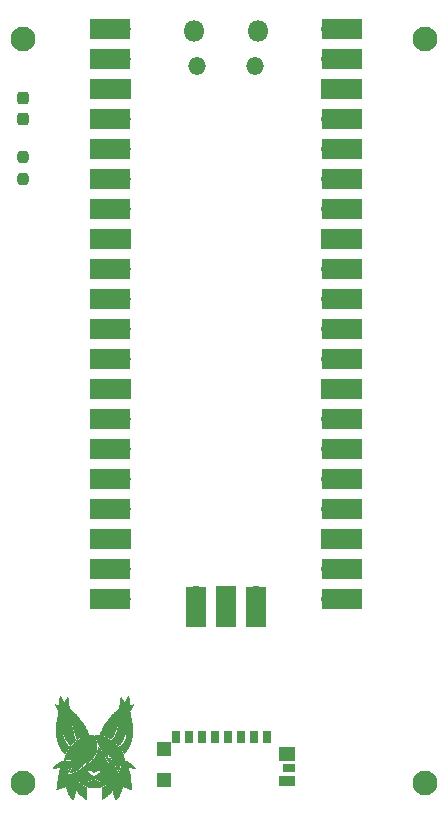
<source format=gts>
%TF.GenerationSoftware,KiCad,Pcbnew,(6.0.2)*%
%TF.CreationDate,2022-04-09T21:38:49-06:00*%
%TF.ProjectId,carrier_board,63617272-6965-4725-9f62-6f6172642e6b,v1b*%
%TF.SameCoordinates,Original*%
%TF.FileFunction,Soldermask,Top*%
%TF.FilePolarity,Negative*%
%FSLAX46Y46*%
G04 Gerber Fmt 4.6, Leading zero omitted, Abs format (unit mm)*
G04 Created by KiCad (PCBNEW (6.0.2)) date 2022-04-09 21:38:49*
%MOMM*%
%LPD*%
G01*
G04 APERTURE LIST*
G04 Aperture macros list*
%AMRoundRect*
0 Rectangle with rounded corners*
0 $1 Rounding radius*
0 $2 $3 $4 $5 $6 $7 $8 $9 X,Y pos of 4 corners*
0 Add a 4 corners polygon primitive as box body*
4,1,4,$2,$3,$4,$5,$6,$7,$8,$9,$2,$3,0*
0 Add four circle primitives for the rounded corners*
1,1,$1+$1,$2,$3*
1,1,$1+$1,$4,$5*
1,1,$1+$1,$6,$7*
1,1,$1+$1,$8,$9*
0 Add four rect primitives between the rounded corners*
20,1,$1+$1,$2,$3,$4,$5,0*
20,1,$1+$1,$4,$5,$6,$7,0*
20,1,$1+$1,$6,$7,$8,$9,0*
20,1,$1+$1,$8,$9,$2,$3,0*%
G04 Aperture macros list end*
%ADD10C,0.010000*%
%ADD11C,2.100000*%
%ADD12O,1.800000X1.800000*%
%ADD13O,1.500000X1.500000*%
%ADD14O,1.700000X1.700000*%
%ADD15R,3.500000X1.700000*%
%ADD16R,1.700000X1.700000*%
%ADD17R,1.700000X3.500000*%
%ADD18RoundRect,0.237500X0.237500X-0.250000X0.237500X0.250000X-0.237500X0.250000X-0.237500X-0.250000X0*%
%ADD19RoundRect,0.237500X-0.237500X0.287500X-0.237500X-0.287500X0.237500X-0.287500X0.237500X0.287500X0*%
%ADD20R,1.150000X1.200000*%
%ADD21R,1.450000X1.200000*%
%ADD22R,1.000000X0.700000*%
%ADD23R,1.400000X0.900000*%
%ADD24R,0.700000X1.000000*%
G04 APERTURE END LIST*
D10*
%TO.C,G\u002A\u002A\u002A*%
X136389912Y-120881911D02*
X136434158Y-120887051D01*
X136434158Y-120887051D02*
X136481621Y-120896697D01*
X136481621Y-120896697D02*
X136532742Y-120911026D01*
X136532742Y-120911026D02*
X136587959Y-120930214D01*
X136587959Y-120930214D02*
X136647710Y-120954438D01*
X136647710Y-120954438D02*
X136712435Y-120983875D01*
X136712435Y-120983875D02*
X136782573Y-121018702D01*
X136782573Y-121018702D02*
X136858562Y-121059094D01*
X136858562Y-121059094D02*
X136931333Y-121099789D01*
X136931333Y-121099789D02*
X136958775Y-121115319D01*
X136958775Y-121115319D02*
X136989826Y-121132683D01*
X136989826Y-121132683D02*
X137020792Y-121149827D01*
X137020792Y-121149827D02*
X137047984Y-121164697D01*
X137047984Y-121164697D02*
X137049574Y-121165559D01*
X137049574Y-121165559D02*
X137077543Y-121180712D01*
X137077543Y-121180712D02*
X137100548Y-121193223D01*
X137100548Y-121193223D02*
X137120483Y-121204145D01*
X137120483Y-121204145D02*
X137139243Y-121214534D01*
X137139243Y-121214534D02*
X137158723Y-121225440D01*
X137158723Y-121225440D02*
X137180817Y-121237919D01*
X137180817Y-121237919D02*
X137207421Y-121253023D01*
X137207421Y-121253023D02*
X137229894Y-121265809D01*
X137229894Y-121265809D02*
X137254826Y-121280376D01*
X137254826Y-121280376D02*
X137283776Y-121297879D01*
X137283776Y-121297879D02*
X137313385Y-121316254D01*
X137313385Y-121316254D02*
X137340294Y-121333439D01*
X137340294Y-121333439D02*
X137345258Y-121336684D01*
X137345258Y-121336684D02*
X137360186Y-121346335D01*
X137360186Y-121346335D02*
X137372138Y-121353767D01*
X137372138Y-121353767D02*
X137379293Y-121357860D01*
X137379293Y-121357860D02*
X137380448Y-121358316D01*
X137380448Y-121358316D02*
X137384887Y-121360898D01*
X137384887Y-121360898D02*
X137393840Y-121367526D01*
X137393840Y-121367526D02*
X137400997Y-121373219D01*
X137400997Y-121373219D02*
X137413861Y-121383080D01*
X137413861Y-121383080D02*
X137425859Y-121391271D01*
X137425859Y-121391271D02*
X137430421Y-121393939D01*
X137430421Y-121393939D02*
X137439345Y-121399157D01*
X137439345Y-121399157D02*
X137443789Y-121402638D01*
X137443789Y-121402638D02*
X137448121Y-121406259D01*
X137448121Y-121406259D02*
X137458147Y-121413858D01*
X137458147Y-121413858D02*
X137472293Y-121424258D01*
X137472293Y-121424258D02*
X137486123Y-121434239D01*
X137486123Y-121434239D02*
X137508908Y-121450983D01*
X137508908Y-121450983D02*
X137536405Y-121471860D01*
X137536405Y-121471860D02*
X137566531Y-121495232D01*
X137566531Y-121495232D02*
X137597206Y-121519461D01*
X137597206Y-121519461D02*
X137626348Y-121542910D01*
X137626348Y-121542910D02*
X137651876Y-121563941D01*
X137651876Y-121563941D02*
X137663924Y-121574144D01*
X137663924Y-121574144D02*
X137743476Y-121643664D01*
X137743476Y-121643664D02*
X137818563Y-121711737D01*
X137818563Y-121711737D02*
X137888738Y-121777911D01*
X137888738Y-121777911D02*
X137953555Y-121841733D01*
X137953555Y-121841733D02*
X138012565Y-121902754D01*
X138012565Y-121902754D02*
X138065323Y-121960523D01*
X138065323Y-121960523D02*
X138111380Y-122014586D01*
X138111380Y-122014586D02*
X138150291Y-122064495D01*
X138150291Y-122064495D02*
X138152018Y-122066842D01*
X138152018Y-122066842D02*
X138167028Y-122087526D01*
X138167028Y-122087526D02*
X138183265Y-122110283D01*
X138183265Y-122110283D02*
X138199926Y-122133943D01*
X138199926Y-122133943D02*
X138216205Y-122157336D01*
X138216205Y-122157336D02*
X138231298Y-122179292D01*
X138231298Y-122179292D02*
X138244400Y-122198640D01*
X138244400Y-122198640D02*
X138254706Y-122214211D01*
X138254706Y-122214211D02*
X138261414Y-122224834D01*
X138261414Y-122224834D02*
X138263719Y-122229301D01*
X138263719Y-122229301D02*
X138265944Y-122233906D01*
X138265944Y-122233906D02*
X138271783Y-122243838D01*
X138271783Y-122243838D02*
X138279977Y-122256961D01*
X138279977Y-122256961D02*
X138280098Y-122257150D01*
X138280098Y-122257150D02*
X138295116Y-122281805D01*
X138295116Y-122281805D02*
X138313055Y-122313209D01*
X138313055Y-122313209D02*
X138333195Y-122349977D01*
X138333195Y-122349977D02*
X138354816Y-122390724D01*
X138354816Y-122390724D02*
X138377198Y-122434065D01*
X138377198Y-122434065D02*
X138399621Y-122478614D01*
X138399621Y-122478614D02*
X138421364Y-122522987D01*
X138421364Y-122522987D02*
X138441708Y-122565798D01*
X138441708Y-122565798D02*
X138451038Y-122585982D01*
X138451038Y-122585982D02*
X138453456Y-122593375D01*
X138453456Y-122593375D02*
X138457384Y-122607729D01*
X138457384Y-122607729D02*
X138462401Y-122627306D01*
X138462401Y-122627306D02*
X138468086Y-122650365D01*
X138468086Y-122650365D02*
X138474021Y-122675168D01*
X138474021Y-122675168D02*
X138479784Y-122699974D01*
X138479784Y-122699974D02*
X138484957Y-122723046D01*
X138484957Y-122723046D02*
X138489119Y-122742642D01*
X138489119Y-122742642D02*
X138490312Y-122748631D01*
X138490312Y-122748631D02*
X138496465Y-122784419D01*
X138496465Y-122784419D02*
X138502288Y-122825925D01*
X138502288Y-122825925D02*
X138507529Y-122870626D01*
X138507529Y-122870626D02*
X138511937Y-122916002D01*
X138511937Y-122916002D02*
X138515261Y-122959531D01*
X138515261Y-122959531D02*
X138517248Y-122998694D01*
X138517248Y-122998694D02*
X138517710Y-123023141D01*
X138517710Y-123023141D02*
X138517719Y-123077071D01*
X138517719Y-123077071D02*
X138555040Y-123079940D01*
X138555040Y-123079940D02*
X138595000Y-123085667D01*
X138595000Y-123085667D02*
X138640585Y-123096886D01*
X138640585Y-123096886D02*
X138690785Y-123113137D01*
X138690785Y-123113137D02*
X138744589Y-123133963D01*
X138744589Y-123133963D02*
X138800986Y-123158904D01*
X138800986Y-123158904D02*
X138858966Y-123187503D01*
X138858966Y-123187503D02*
X138917517Y-123219302D01*
X138917517Y-123219302D02*
X138975630Y-123253842D01*
X138975630Y-123253842D02*
X139032293Y-123290665D01*
X139032293Y-123290665D02*
X139055904Y-123307047D01*
X139055904Y-123307047D02*
X139094712Y-123335778D01*
X139094712Y-123335778D02*
X139135351Y-123368160D01*
X139135351Y-123368160D02*
X139177008Y-123403378D01*
X139177008Y-123403378D02*
X139218870Y-123440622D01*
X139218870Y-123440622D02*
X139260124Y-123479077D01*
X139260124Y-123479077D02*
X139299956Y-123517933D01*
X139299956Y-123517933D02*
X139337553Y-123556375D01*
X139337553Y-123556375D02*
X139372104Y-123593592D01*
X139372104Y-123593592D02*
X139402793Y-123628772D01*
X139402793Y-123628772D02*
X139428809Y-123661100D01*
X139428809Y-123661100D02*
X139449338Y-123689766D01*
X139449338Y-123689766D02*
X139463567Y-123713957D01*
X139463567Y-123713957D02*
X139464026Y-123714887D01*
X139464026Y-123714887D02*
X139469480Y-123726672D01*
X139469480Y-123726672D02*
X139470994Y-123733285D01*
X139470994Y-123733285D02*
X139468737Y-123737467D01*
X139468737Y-123737467D02*
X139465572Y-123739999D01*
X139465572Y-123739999D02*
X139461055Y-123742071D01*
X139461055Y-123742071D02*
X139454404Y-123742302D01*
X139454404Y-123742302D02*
X139444089Y-123740404D01*
X139444089Y-123740404D02*
X139428583Y-123736084D01*
X139428583Y-123736084D02*
X139406357Y-123729052D01*
X139406357Y-123729052D02*
X139404049Y-123728301D01*
X139404049Y-123728301D02*
X139329227Y-123705851D01*
X139329227Y-123705851D02*
X139250166Y-123685727D01*
X139250166Y-123685727D02*
X139168753Y-123668252D01*
X139168753Y-123668252D02*
X139086876Y-123653746D01*
X139086876Y-123653746D02*
X139006420Y-123642531D01*
X139006420Y-123642531D02*
X138929273Y-123634929D01*
X138929273Y-123634929D02*
X138857322Y-123631261D01*
X138857322Y-123631261D02*
X138832901Y-123630965D01*
X138832901Y-123630965D02*
X138793819Y-123630947D01*
X138793819Y-123630947D02*
X138807655Y-123654342D01*
X138807655Y-123654342D02*
X138817488Y-123672001D01*
X138817488Y-123672001D02*
X138829937Y-123695905D01*
X138829937Y-123695905D02*
X138844074Y-123724122D01*
X138844074Y-123724122D02*
X138858972Y-123754720D01*
X138858972Y-123754720D02*
X138873700Y-123785768D01*
X138873700Y-123785768D02*
X138887332Y-123815333D01*
X138887332Y-123815333D02*
X138898940Y-123841484D01*
X138898940Y-123841484D02*
X138907594Y-123862288D01*
X138907594Y-123862288D02*
X138907743Y-123862666D01*
X138907743Y-123862666D02*
X138939158Y-123950021D01*
X138939158Y-123950021D02*
X138967698Y-124044340D01*
X138967698Y-124044340D02*
X138993448Y-124145980D01*
X138993448Y-124145980D02*
X139016497Y-124255299D01*
X139016497Y-124255299D02*
X139036930Y-124372656D01*
X139036930Y-124372656D02*
X139045354Y-124428596D01*
X139045354Y-124428596D02*
X139053058Y-124483700D01*
X139053058Y-124483700D02*
X139060086Y-124537375D01*
X139060086Y-124537375D02*
X139066568Y-124590907D01*
X139066568Y-124590907D02*
X139072634Y-124645585D01*
X139072634Y-124645585D02*
X139078413Y-124702696D01*
X139078413Y-124702696D02*
X139084037Y-124763528D01*
X139084037Y-124763528D02*
X139089636Y-124829369D01*
X139089636Y-124829369D02*
X139095339Y-124901506D01*
X139095339Y-124901506D02*
X139101276Y-124981227D01*
X139101276Y-124981227D02*
X139101433Y-124983386D01*
X139101433Y-124983386D02*
X139107129Y-125060134D01*
X139107129Y-125060134D02*
X139112497Y-125128557D01*
X139112497Y-125128557D02*
X139117616Y-125189234D01*
X139117616Y-125189234D02*
X139122567Y-125242742D01*
X139122567Y-125242742D02*
X139127427Y-125289660D01*
X139127427Y-125289660D02*
X139132276Y-125330566D01*
X139132276Y-125330566D02*
X139137192Y-125366038D01*
X139137192Y-125366038D02*
X139142256Y-125396654D01*
X139142256Y-125396654D02*
X139147546Y-125422993D01*
X139147546Y-125422993D02*
X139153140Y-125445632D01*
X139153140Y-125445632D02*
X139159118Y-125465150D01*
X139159118Y-125465150D02*
X139165560Y-125482126D01*
X139165560Y-125482126D02*
X139171329Y-125494728D01*
X139171329Y-125494728D02*
X139176911Y-125506476D01*
X139176911Y-125506476D02*
X139180087Y-125514162D01*
X139180087Y-125514162D02*
X139180367Y-125515894D01*
X139180367Y-125515894D02*
X139174368Y-125514345D01*
X139174368Y-125514345D02*
X139161238Y-125509985D01*
X139161238Y-125509985D02*
X139142147Y-125503241D01*
X139142147Y-125503241D02*
X139118266Y-125494544D01*
X139118266Y-125494544D02*
X139090765Y-125484323D01*
X139090765Y-125484323D02*
X139060814Y-125473008D01*
X139060814Y-125473008D02*
X139029584Y-125461026D01*
X139029584Y-125461026D02*
X139010123Y-125453463D01*
X139010123Y-125453463D02*
X138982124Y-125442782D01*
X138982124Y-125442782D02*
X138947596Y-125430018D01*
X138947596Y-125430018D02*
X138908478Y-125415864D01*
X138908478Y-125415864D02*
X138866708Y-125401014D01*
X138866708Y-125401014D02*
X138824228Y-125386159D01*
X138824228Y-125386159D02*
X138782976Y-125371994D01*
X138782976Y-125371994D02*
X138766858Y-125366544D01*
X138766858Y-125366544D02*
X138708638Y-125346671D01*
X138708638Y-125346671D02*
X138658084Y-125328720D01*
X138658084Y-125328720D02*
X138614269Y-125312245D01*
X138614269Y-125312245D02*
X138576266Y-125296799D01*
X138576266Y-125296799D02*
X138543149Y-125281937D01*
X138543149Y-125281937D02*
X138513993Y-125267210D01*
X138513993Y-125267210D02*
X138487869Y-125252174D01*
X138487869Y-125252174D02*
X138463853Y-125236381D01*
X138463853Y-125236381D02*
X138441017Y-125219385D01*
X138441017Y-125219385D02*
X138418436Y-125200739D01*
X138418436Y-125200739D02*
X138413000Y-125196012D01*
X138413000Y-125196012D02*
X138381807Y-125168651D01*
X138381807Y-125168651D02*
X138378366Y-125200790D01*
X138378366Y-125200790D02*
X138364006Y-125311894D01*
X138364006Y-125311894D02*
X138345180Y-125417096D01*
X138345180Y-125417096D02*
X138321411Y-125518465D01*
X138321411Y-125518465D02*
X138292224Y-125618066D01*
X138292224Y-125618066D02*
X138262736Y-125703052D01*
X138262736Y-125703052D02*
X138229405Y-125787586D01*
X138229405Y-125787586D02*
X138194987Y-125864136D01*
X138194987Y-125864136D02*
X138158988Y-125933610D01*
X138158988Y-125933610D02*
X138120915Y-125996918D01*
X138120915Y-125996918D02*
X138080274Y-126054967D01*
X138080274Y-126054967D02*
X138052952Y-126089461D01*
X138052952Y-126089461D02*
X138037612Y-126108298D01*
X138037612Y-126108298D02*
X138019174Y-126131492D01*
X138019174Y-126131492D02*
X137999847Y-126156238D01*
X137999847Y-126156238D02*
X137981836Y-126179732D01*
X137981836Y-126179732D02*
X137980054Y-126182087D01*
X137980054Y-126182087D02*
X137964467Y-126201955D01*
X137964467Y-126201955D02*
X137945523Y-126224888D01*
X137945523Y-126224888D02*
X137924323Y-126249673D01*
X137924323Y-126249673D02*
X137901963Y-126275093D01*
X137901963Y-126275093D02*
X137879544Y-126299936D01*
X137879544Y-126299936D02*
X137858163Y-126322987D01*
X137858163Y-126322987D02*
X137838921Y-126343030D01*
X137838921Y-126343030D02*
X137822915Y-126358852D01*
X137822915Y-126358852D02*
X137811245Y-126369238D01*
X137811245Y-126369238D02*
X137809545Y-126370544D01*
X137809545Y-126370544D02*
X137799716Y-126376647D01*
X137799716Y-126376647D02*
X137794829Y-126376506D01*
X137794829Y-126376506D02*
X137794072Y-126375000D01*
X137794072Y-126375000D02*
X137792199Y-126368802D01*
X137792199Y-126368802D02*
X137788197Y-126355855D01*
X137788197Y-126355855D02*
X137782613Y-126337911D01*
X137782613Y-126337911D02*
X137775988Y-126316723D01*
X137775988Y-126316723D02*
X137774294Y-126311316D01*
X137774294Y-126311316D02*
X137767281Y-126288526D01*
X137767281Y-126288526D02*
X137758590Y-126259628D01*
X137758590Y-126259628D02*
X137748952Y-126227094D01*
X137748952Y-126227094D02*
X137739101Y-126193395D01*
X137739101Y-126193395D02*
X137729767Y-126161004D01*
X137729767Y-126161004D02*
X137729290Y-126159332D01*
X137729290Y-126159332D02*
X137719018Y-126124686D01*
X137719018Y-126124686D02*
X137706607Y-126084939D01*
X137706607Y-126084939D02*
X137693100Y-126043313D01*
X137693100Y-126043313D02*
X137679544Y-126003030D01*
X137679544Y-126003030D02*
X137666985Y-125967314D01*
X137666985Y-125967314D02*
X137666955Y-125967232D01*
X137666955Y-125967232D02*
X137637297Y-125882601D01*
X137637297Y-125882601D02*
X137612143Y-125804916D01*
X137612143Y-125804916D02*
X137591315Y-125733544D01*
X137591315Y-125733544D02*
X137574633Y-125667850D01*
X137574633Y-125667850D02*
X137561916Y-125607199D01*
X137561916Y-125607199D02*
X137557312Y-125580594D01*
X137557312Y-125580594D02*
X137554180Y-125561810D01*
X137554180Y-125561810D02*
X137551436Y-125546643D01*
X137551436Y-125546643D02*
X137549444Y-125537031D01*
X137549444Y-125537031D02*
X137548704Y-125534657D01*
X137548704Y-125534657D02*
X137545900Y-125537447D01*
X137545900Y-125537447D02*
X137539832Y-125546159D01*
X137539832Y-125546159D02*
X137531723Y-125559016D01*
X137531723Y-125559016D02*
X137530337Y-125561309D01*
X137530337Y-125561309D02*
X137475515Y-125646929D01*
X137475515Y-125646929D02*
X137415772Y-125729992D01*
X137415772Y-125729992D02*
X137351925Y-125809649D01*
X137351925Y-125809649D02*
X137284786Y-125885047D01*
X137284786Y-125885047D02*
X137215173Y-125955339D01*
X137215173Y-125955339D02*
X137143899Y-126019671D01*
X137143899Y-126019671D02*
X137071780Y-126077196D01*
X137071780Y-126077196D02*
X136999631Y-126127061D01*
X136999631Y-126127061D02*
X136971438Y-126144381D01*
X136971438Y-126144381D02*
X136947516Y-126158967D01*
X136947516Y-126158967D02*
X136920284Y-126176229D01*
X136920284Y-126176229D02*
X136893674Y-126193650D01*
X136893674Y-126193650D02*
X136877859Y-126204355D01*
X136877859Y-126204355D02*
X136857578Y-126218018D01*
X136857578Y-126218018D02*
X136834475Y-126233043D01*
X136834475Y-126233043D02*
X136809793Y-126248681D01*
X136809793Y-126248681D02*
X136784776Y-126264181D01*
X136784776Y-126264181D02*
X136760664Y-126278792D01*
X136760664Y-126278792D02*
X136738701Y-126291765D01*
X136738701Y-126291765D02*
X136720129Y-126302349D01*
X136720129Y-126302349D02*
X136706190Y-126309793D01*
X136706190Y-126309793D02*
X136698127Y-126313348D01*
X136698127Y-126313348D02*
X136697075Y-126313544D01*
X136697075Y-126313544D02*
X136690122Y-126316372D01*
X136690122Y-126316372D02*
X136680653Y-126323332D01*
X136680653Y-126323332D02*
X136678952Y-126324859D01*
X136678952Y-126324859D02*
X136670574Y-126331330D01*
X136670574Y-126331330D02*
X136665148Y-126332053D01*
X136665148Y-126332053D02*
X136662594Y-126326465D01*
X136662594Y-126326465D02*
X136662834Y-126313999D01*
X136662834Y-126313999D02*
X136665787Y-126294093D01*
X136665787Y-126294093D02*
X136670969Y-126268080D01*
X136670969Y-126268080D02*
X136691324Y-126155067D01*
X136691324Y-126155067D02*
X136705518Y-126037233D01*
X136705518Y-126037233D02*
X136713528Y-125916219D01*
X136713528Y-125916219D02*
X136715335Y-125793664D01*
X136715335Y-125793664D02*
X136710916Y-125671207D01*
X136710916Y-125671207D02*
X136700252Y-125550487D01*
X136700252Y-125550487D02*
X136683320Y-125433143D01*
X136683320Y-125433143D02*
X136681801Y-125424544D01*
X136681801Y-125424544D02*
X136678125Y-125403769D01*
X136678125Y-125403769D02*
X136674973Y-125385499D01*
X136674973Y-125385499D02*
X136672727Y-125371970D01*
X136672727Y-125371970D02*
X136671836Y-125366060D01*
X136671836Y-125366060D02*
X136672402Y-125362167D01*
X136672402Y-125362167D02*
X136675738Y-125357813D01*
X136675738Y-125357813D02*
X136682846Y-125352350D01*
X136682846Y-125352350D02*
X136694725Y-125345127D01*
X136694725Y-125345127D02*
X136712376Y-125335493D01*
X136712376Y-125335493D02*
X136736799Y-125322797D01*
X136736799Y-125322797D02*
X136744175Y-125319020D01*
X136744175Y-125319020D02*
X136772474Y-125304174D01*
X136772474Y-125304174D02*
X136802540Y-125287747D01*
X136802540Y-125287747D02*
X136831639Y-125271276D01*
X136831639Y-125271276D02*
X136857039Y-125256296D01*
X136857039Y-125256296D02*
X136868947Y-125248928D01*
X136868947Y-125248928D02*
X136930975Y-125207178D01*
X136930975Y-125207178D02*
X136996087Y-125158941D01*
X136996087Y-125158941D02*
X137062924Y-125105458D01*
X137062924Y-125105458D02*
X137130127Y-125047966D01*
X137130127Y-125047966D02*
X137196337Y-124987705D01*
X137196337Y-124987705D02*
X137260195Y-124925915D01*
X137260195Y-124925915D02*
X137320342Y-124863834D01*
X137320342Y-124863834D02*
X137375417Y-124802702D01*
X137375417Y-124802702D02*
X137424063Y-124743757D01*
X137424063Y-124743757D02*
X137426585Y-124740526D01*
X137426585Y-124740526D02*
X137436252Y-124727655D01*
X137436252Y-124727655D02*
X137449686Y-124709153D01*
X137449686Y-124709153D02*
X137465791Y-124686592D01*
X137465791Y-124686592D02*
X137483469Y-124661543D01*
X137483469Y-124661543D02*
X137501622Y-124635578D01*
X137501622Y-124635578D02*
X137519152Y-124610268D01*
X137519152Y-124610268D02*
X137534961Y-124587184D01*
X137534961Y-124587184D02*
X137547953Y-124567898D01*
X137547953Y-124567898D02*
X137557029Y-124553982D01*
X137557029Y-124553982D02*
X137558178Y-124552143D01*
X137558178Y-124552143D02*
X137559136Y-124549873D01*
X137559136Y-124549873D02*
X137557406Y-124550130D01*
X137557406Y-124550130D02*
X137552321Y-124553417D01*
X137552321Y-124553417D02*
X137543216Y-124560239D01*
X137543216Y-124560239D02*
X137529425Y-124571100D01*
X137529425Y-124571100D02*
X137510280Y-124586503D01*
X137510280Y-124586503D02*
X137485117Y-124606952D01*
X137485117Y-124606952D02*
X137477277Y-124613344D01*
X137477277Y-124613344D02*
X137450638Y-124635498D01*
X137450638Y-124635498D02*
X137421714Y-124660261D01*
X137421714Y-124660261D02*
X137392972Y-124685476D01*
X137392972Y-124685476D02*
X137366880Y-124708982D01*
X137366880Y-124708982D02*
X137350277Y-124724438D01*
X137350277Y-124724438D02*
X137300791Y-124770813D01*
X137300791Y-124770813D02*
X137250826Y-124816431D01*
X137250826Y-124816431D02*
X137201377Y-124860435D01*
X137201377Y-124860435D02*
X137153440Y-124901971D01*
X137153440Y-124901971D02*
X137108013Y-124940182D01*
X137108013Y-124940182D02*
X137066091Y-124974215D01*
X137066091Y-124974215D02*
X137028671Y-125003213D01*
X137028671Y-125003213D02*
X137007087Y-125019062D01*
X137007087Y-125019062D02*
X136994368Y-125028312D01*
X136994368Y-125028312D02*
X136984743Y-125035621D01*
X136984743Y-125035621D02*
X136980351Y-125039355D01*
X136980351Y-125039355D02*
X136975249Y-125043426D01*
X136975249Y-125043426D02*
X136964097Y-125051094D01*
X136964097Y-125051094D02*
X136948479Y-125061355D01*
X136948479Y-125061355D02*
X136929978Y-125073208D01*
X136929978Y-125073208D02*
X136910179Y-125085650D01*
X136910179Y-125085650D02*
X136890665Y-125097679D01*
X136890665Y-125097679D02*
X136873020Y-125108291D01*
X136873020Y-125108291D02*
X136858829Y-125116486D01*
X136858829Y-125116486D02*
X136856149Y-125117962D01*
X136856149Y-125117962D02*
X136837638Y-125128030D01*
X136837638Y-125128030D02*
X136818531Y-125138442D01*
X136818531Y-125138442D02*
X136804333Y-125146194D01*
X136804333Y-125146194D02*
X136790896Y-125153363D01*
X136790896Y-125153363D02*
X136773279Y-125162505D01*
X136773279Y-125162505D02*
X136753017Y-125172854D01*
X136753017Y-125172854D02*
X136731645Y-125183642D01*
X136731645Y-125183642D02*
X136710701Y-125194102D01*
X136710701Y-125194102D02*
X136691719Y-125203466D01*
X136691719Y-125203466D02*
X136676236Y-125210966D01*
X136676236Y-125210966D02*
X136665788Y-125215834D01*
X136665788Y-125215834D02*
X136661975Y-125217333D01*
X136661975Y-125217333D02*
X136656771Y-125219008D01*
X136656771Y-125219008D02*
X136646242Y-125223295D01*
X136646242Y-125223295D02*
X136638293Y-125226764D01*
X136638293Y-125226764D02*
X136612576Y-125237994D01*
X136612576Y-125237994D02*
X136591344Y-125246625D01*
X136591344Y-125246625D02*
X136574842Y-125252763D01*
X136574842Y-125252763D02*
X136560918Y-125257914D01*
X136560918Y-125257914D02*
X136548575Y-125262747D01*
X136548575Y-125262747D02*
X136548105Y-125262940D01*
X136548105Y-125262940D02*
X136532795Y-125269184D01*
X136532795Y-125269184D02*
X136519483Y-125274263D01*
X136519483Y-125274263D02*
X136506796Y-125278484D01*
X136506796Y-125278484D02*
X136493359Y-125282153D01*
X136493359Y-125282153D02*
X136477796Y-125285578D01*
X136477796Y-125285578D02*
X136458733Y-125289065D01*
X136458733Y-125289065D02*
X136434795Y-125292921D01*
X136434795Y-125292921D02*
X136404607Y-125297452D01*
X136404607Y-125297452D02*
X136372087Y-125302197D01*
X136372087Y-125302197D02*
X136351549Y-125305291D01*
X136351549Y-125305291D02*
X136330214Y-125308681D01*
X136330214Y-125308681D02*
X136316117Y-125311046D01*
X136316117Y-125311046D02*
X136298805Y-125313544D01*
X136298805Y-125313544D02*
X136282231Y-125315105D01*
X136282231Y-125315105D02*
X136275188Y-125315368D01*
X136275188Y-125315368D02*
X136260215Y-125316769D01*
X136260215Y-125316769D02*
X136246651Y-125320143D01*
X136246651Y-125320143D02*
X136246492Y-125320204D01*
X136246492Y-125320204D02*
X136232824Y-125323599D01*
X136232824Y-125323599D02*
X136211431Y-125326522D01*
X136211431Y-125326522D02*
X136183472Y-125328973D01*
X136183472Y-125328973D02*
X136150103Y-125330952D01*
X136150103Y-125330952D02*
X136112485Y-125332459D01*
X136112485Y-125332459D02*
X136071773Y-125333493D01*
X136071773Y-125333493D02*
X136029129Y-125334055D01*
X136029129Y-125334055D02*
X135985708Y-125334144D01*
X135985708Y-125334144D02*
X135942670Y-125333760D01*
X135942670Y-125333760D02*
X135901173Y-125332903D01*
X135901173Y-125332903D02*
X135862375Y-125331573D01*
X135862375Y-125331573D02*
X135827434Y-125329769D01*
X135827434Y-125329769D02*
X135797509Y-125327492D01*
X135797509Y-125327492D02*
X135773758Y-125324742D01*
X135773758Y-125324742D02*
X135757339Y-125321518D01*
X135757339Y-125321518D02*
X135753508Y-125320265D01*
X135753508Y-125320265D02*
X135741993Y-125317526D01*
X135741993Y-125317526D02*
X135725891Y-125315748D01*
X135725891Y-125315748D02*
X135714857Y-125315368D01*
X135714857Y-125315368D02*
X135695654Y-125314568D01*
X135695654Y-125314568D02*
X135675973Y-125312531D01*
X135675973Y-125312531D02*
X135667243Y-125311100D01*
X135667243Y-125311100D02*
X135653891Y-125308697D01*
X135653891Y-125308697D02*
X135634563Y-125305528D01*
X135634563Y-125305528D02*
X135612110Y-125302050D01*
X135612110Y-125302050D02*
X135594491Y-125299450D01*
X135594491Y-125299450D02*
X135563963Y-125294788D01*
X135563963Y-125294788D02*
X135539065Y-125290178D01*
X135539065Y-125290178D02*
X135516887Y-125284851D01*
X135516887Y-125284851D02*
X135494523Y-125278038D01*
X135494523Y-125278038D02*
X135469063Y-125268972D01*
X135469063Y-125268972D02*
X135446496Y-125260350D01*
X135446496Y-125260350D02*
X135406965Y-125244732D01*
X135406965Y-125244732D02*
X135372836Y-125230563D01*
X135372836Y-125230563D02*
X135341047Y-125216495D01*
X135341047Y-125216495D02*
X135308539Y-125201176D01*
X135308539Y-125201176D02*
X135275877Y-125185074D01*
X135275877Y-125185074D02*
X135217001Y-125155021D01*
X135217001Y-125155021D02*
X135165017Y-125127262D01*
X135165017Y-125127262D02*
X135120415Y-125102069D01*
X135120415Y-125102069D02*
X135084263Y-125080078D01*
X135084263Y-125080078D02*
X135063997Y-125066815D01*
X135063997Y-125066815D02*
X135038321Y-125049499D01*
X135038321Y-125049499D02*
X135009002Y-125029360D01*
X135009002Y-125029360D02*
X134977807Y-125007627D01*
X134977807Y-125007627D02*
X134946504Y-124985531D01*
X134946504Y-124985531D02*
X134916860Y-124964301D01*
X134916860Y-124964301D02*
X134894877Y-124948289D01*
X134894877Y-124948289D02*
X134853100Y-124917428D01*
X134853100Y-124917428D02*
X134817332Y-124890648D01*
X134817332Y-124890648D02*
X134786297Y-124866897D01*
X134786297Y-124866897D02*
X134758717Y-124845126D01*
X134758717Y-124845126D02*
X134733317Y-124824282D01*
X134733317Y-124824282D02*
X134708820Y-124803314D01*
X134708820Y-124803314D02*
X134683948Y-124781172D01*
X134683948Y-124781172D02*
X134657425Y-124756804D01*
X134657425Y-124756804D02*
X134627974Y-124729158D01*
X134627974Y-124729158D02*
X134622905Y-124724360D01*
X134622905Y-124724360D02*
X134606804Y-124709485D01*
X134606804Y-124709485D02*
X134586684Y-124691482D01*
X134586684Y-124691482D02*
X134563706Y-124671330D01*
X134563706Y-124671330D02*
X134539026Y-124650009D01*
X134539026Y-124650009D02*
X134513802Y-124628500D01*
X134513802Y-124628500D02*
X134489194Y-124607782D01*
X134489194Y-124607782D02*
X134466358Y-124588835D01*
X134466358Y-124588835D02*
X134446453Y-124572640D01*
X134446453Y-124572640D02*
X134430638Y-124560175D01*
X134430638Y-124560175D02*
X134420069Y-124552421D01*
X134420069Y-124552421D02*
X134418521Y-124551419D01*
X134418521Y-124551419D02*
X134416164Y-124550006D01*
X134416164Y-124550006D02*
X134414877Y-124549680D01*
X134414877Y-124549680D02*
X134415179Y-124551271D01*
X134415179Y-124551271D02*
X134417592Y-124555606D01*
X134417592Y-124555606D02*
X134422634Y-124563515D01*
X134422634Y-124563515D02*
X134430825Y-124575825D01*
X134430825Y-124575825D02*
X134442685Y-124593367D01*
X134442685Y-124593367D02*
X134458735Y-124616967D01*
X134458735Y-124616967D02*
X134470203Y-124633811D01*
X134470203Y-124633811D02*
X134512542Y-124694139D01*
X134512542Y-124694139D02*
X134554128Y-124749323D01*
X134554128Y-124749323D02*
X134596710Y-124801436D01*
X134596710Y-124801436D02*
X134642036Y-124852551D01*
X134642036Y-124852551D02*
X134691852Y-124904742D01*
X134691852Y-124904742D02*
X134733616Y-124946230D01*
X134733616Y-124946230D02*
X134797950Y-125007126D01*
X134797950Y-125007126D02*
X134862965Y-125065199D01*
X134862965Y-125065199D02*
X134927516Y-125119514D01*
X134927516Y-125119514D02*
X134990459Y-125169134D01*
X134990459Y-125169134D02*
X135050649Y-125213125D01*
X135050649Y-125213125D02*
X135102087Y-125247490D01*
X135102087Y-125247490D02*
X135126581Y-125262418D01*
X135126581Y-125262418D02*
X135155553Y-125279114D01*
X135155553Y-125279114D02*
X135187086Y-125296559D01*
X135187086Y-125296559D02*
X135219262Y-125313735D01*
X135219262Y-125313735D02*
X135250163Y-125329624D01*
X135250163Y-125329624D02*
X135277871Y-125343206D01*
X135277871Y-125343206D02*
X135300468Y-125353464D01*
X135300468Y-125353464D02*
X135305956Y-125355738D01*
X135305956Y-125355738D02*
X135319367Y-125361854D01*
X135319367Y-125361854D02*
X135328642Y-125367480D01*
X135328642Y-125367480D02*
X135331579Y-125370934D01*
X135331579Y-125370934D02*
X135330821Y-125377093D01*
X135330821Y-125377093D02*
X135328768Y-125390015D01*
X135328768Y-125390015D02*
X135325749Y-125407701D01*
X135325749Y-125407701D02*
X135322721Y-125424702D01*
X135322721Y-125424702D02*
X135305486Y-125539215D01*
X135305486Y-125539215D02*
X135294361Y-125657681D01*
X135294361Y-125657681D02*
X135289324Y-125778388D01*
X135289324Y-125778388D02*
X135290352Y-125899625D01*
X135290352Y-125899625D02*
X135297425Y-126019678D01*
X135297425Y-126019678D02*
X135310520Y-126136836D01*
X135310520Y-126136836D02*
X135329615Y-126249386D01*
X135329615Y-126249386D02*
X135333487Y-126268080D01*
X135333487Y-126268080D02*
X135339040Y-126296795D01*
X135339040Y-126296795D02*
X135341688Y-126317274D01*
X135341688Y-126317274D02*
X135341424Y-126329708D01*
X135341424Y-126329708D02*
X135338238Y-126334291D01*
X135338238Y-126334291D02*
X135332122Y-126331214D01*
X135332122Y-126331214D02*
X135330838Y-126329991D01*
X135330838Y-126329991D02*
X135323511Y-126324584D01*
X135323511Y-126324584D02*
X135311004Y-126317081D01*
X135311004Y-126317081D02*
X135297816Y-126310032D01*
X135297816Y-126310032D02*
X135279857Y-126300335D01*
X135279857Y-126300335D02*
X135256339Y-126286713D01*
X135256339Y-126286713D02*
X135229056Y-126270276D01*
X135229056Y-126270276D02*
X135199801Y-126252137D01*
X135199801Y-126252137D02*
X135170368Y-126233405D01*
X135170368Y-126233405D02*
X135142550Y-126215193D01*
X135142550Y-126215193D02*
X135119912Y-126199841D01*
X135119912Y-126199841D02*
X135098453Y-126185414D01*
X135098453Y-126185414D02*
X135073051Y-126169020D01*
X135073051Y-126169020D02*
X135047512Y-126153089D01*
X135047512Y-126153089D02*
X135033017Y-126144356D01*
X135033017Y-126144356D02*
X134961285Y-126097904D01*
X134961285Y-126097904D02*
X134889236Y-126043462D01*
X134889236Y-126043462D02*
X134817685Y-125981881D01*
X134817685Y-125981881D02*
X134747448Y-125914013D01*
X134747448Y-125914013D02*
X134679341Y-125840706D01*
X134679341Y-125840706D02*
X134614178Y-125762813D01*
X134614178Y-125762813D02*
X134552776Y-125681183D01*
X134552776Y-125681183D02*
X134495948Y-125596667D01*
X134495948Y-125596667D02*
X134474119Y-125561309D01*
X134474119Y-125561309D02*
X134465800Y-125547960D01*
X134465800Y-125547960D02*
X134459328Y-125538475D01*
X134459328Y-125538475D02*
X134455927Y-125534632D01*
X134455927Y-125534632D02*
X134455751Y-125534657D01*
X134455751Y-125534657D02*
X134454476Y-125539394D01*
X134454476Y-125539394D02*
X134452203Y-125551000D01*
X134452203Y-125551000D02*
X134449295Y-125567540D01*
X134449295Y-125567540D02*
X134447144Y-125580594D01*
X134447144Y-125580594D02*
X134436206Y-125639120D01*
X134436206Y-125639120D02*
X134421386Y-125702396D01*
X134421386Y-125702396D02*
X134402503Y-125771054D01*
X134402503Y-125771054D02*
X134379379Y-125845731D01*
X134379379Y-125845731D02*
X134351833Y-125927060D01*
X134351833Y-125927060D02*
X134337500Y-125967232D01*
X134337500Y-125967232D02*
X134324946Y-126002932D01*
X134324946Y-126002932D02*
X134311395Y-126043206D01*
X134311395Y-126043206D02*
X134297892Y-126084832D01*
X134297892Y-126084832D02*
X134285482Y-126124588D01*
X134285482Y-126124588D02*
X134275210Y-126159252D01*
X134275210Y-126159252D02*
X134275187Y-126159332D01*
X134275187Y-126159332D02*
X134265982Y-126191236D01*
X134265982Y-126191236D02*
X134256266Y-126224250D01*
X134256266Y-126224250D02*
X134246754Y-126255999D01*
X134246754Y-126255999D02*
X134238156Y-126284104D01*
X134238156Y-126284104D02*
X134231187Y-126306189D01*
X134231187Y-126306189D02*
X134230728Y-126307603D01*
X134230728Y-126307603D02*
X134224039Y-126328673D01*
X134224039Y-126328673D02*
X134218514Y-126347046D01*
X134218514Y-126347046D02*
X134214690Y-126360868D01*
X134214690Y-126360868D02*
X134213103Y-126368285D01*
X134213103Y-126368285D02*
X134213087Y-126368612D01*
X134213087Y-126368612D02*
X134211558Y-126375645D01*
X134211558Y-126375645D02*
X134206532Y-126376650D01*
X134206532Y-126376650D02*
X134197356Y-126371367D01*
X134197356Y-126371367D02*
X134183375Y-126359535D01*
X134183375Y-126359535D02*
X134178173Y-126354695D01*
X134178173Y-126354695D02*
X134146060Y-126322891D01*
X134146060Y-126322891D02*
X134111563Y-126286130D01*
X134111563Y-126286130D02*
X134077009Y-126247025D01*
X134077009Y-126247025D02*
X134044724Y-126208185D01*
X134044724Y-126208185D02*
X134024369Y-126182087D01*
X134024369Y-126182087D02*
X134006643Y-126158895D01*
X134006643Y-126158895D02*
X133987358Y-126134144D01*
X133987358Y-126134144D02*
X133968722Y-126110643D01*
X133968722Y-126110643D02*
X133952942Y-126091198D01*
X133952942Y-126091198D02*
X133951504Y-126089461D01*
X133951504Y-126089461D02*
X133908979Y-126034275D01*
X133908979Y-126034275D02*
X133869335Y-125974406D01*
X133869335Y-125974406D02*
X133832078Y-125908947D01*
X133832078Y-125908947D02*
X133796715Y-125836989D01*
X133796715Y-125836989D02*
X133762752Y-125757623D01*
X133762752Y-125757623D02*
X133741720Y-125703052D01*
X133741720Y-125703052D02*
X133707542Y-125603325D01*
X133707542Y-125603325D02*
X133679189Y-125503592D01*
X133679189Y-125503592D02*
X133656183Y-125401786D01*
X133656183Y-125401786D02*
X133638049Y-125295839D01*
X133638049Y-125295839D02*
X133626090Y-125200790D01*
X133626090Y-125200790D02*
X133622649Y-125168651D01*
X133622649Y-125168651D02*
X133591456Y-125196012D01*
X133591456Y-125196012D02*
X133568798Y-125215115D01*
X133568798Y-125215115D02*
X133546107Y-125232463D01*
X133546107Y-125232463D02*
X133522456Y-125248502D01*
X133522456Y-125248502D02*
X133496917Y-125263678D01*
X133496917Y-125263678D02*
X133468566Y-125278438D01*
X133468566Y-125278438D02*
X133436476Y-125293228D01*
X133436476Y-125293228D02*
X133399719Y-125308494D01*
X133399719Y-125308494D02*
X133357371Y-125324684D01*
X133357371Y-125324684D02*
X133308503Y-125342243D01*
X133308503Y-125342243D02*
X133252191Y-125361618D01*
X133252191Y-125361618D02*
X133237598Y-125366544D01*
X133237598Y-125366544D02*
X133197410Y-125380225D01*
X133197410Y-125380225D02*
X133155199Y-125394881D01*
X133155199Y-125394881D02*
X133112904Y-125409816D01*
X133112904Y-125409816D02*
X133072463Y-125424340D01*
X133072463Y-125424340D02*
X133035817Y-125437758D01*
X133035817Y-125437758D02*
X133004905Y-125449378D01*
X133004905Y-125449378D02*
X132994333Y-125453463D01*
X132994333Y-125453463D02*
X132962846Y-125465662D01*
X132962846Y-125465662D02*
X132931931Y-125477453D01*
X132931931Y-125477453D02*
X132902757Y-125488409D01*
X132902757Y-125488409D02*
X132876494Y-125498100D01*
X132876494Y-125498100D02*
X132854309Y-125506098D01*
X132854309Y-125506098D02*
X132837371Y-125511974D01*
X132837371Y-125511974D02*
X132826849Y-125515301D01*
X132826849Y-125515301D02*
X132824073Y-125515894D01*
X132824073Y-125515894D02*
X132824954Y-125512382D01*
X132824954Y-125512382D02*
X132828923Y-125503550D01*
X132828923Y-125503550D02*
X132831093Y-125499184D01*
X132831093Y-125499184D02*
X132838292Y-125483588D01*
X132838292Y-125483588D02*
X132844931Y-125465923D01*
X132844931Y-125465923D02*
X132851091Y-125445612D01*
X132851091Y-125445612D02*
X132856850Y-125422078D01*
X132856850Y-125422078D02*
X132862291Y-125394742D01*
X132862291Y-125394742D02*
X132867493Y-125363028D01*
X132867493Y-125363028D02*
X132872537Y-125326358D01*
X132872537Y-125326358D02*
X132877504Y-125284154D01*
X132877504Y-125284154D02*
X132882474Y-125235840D01*
X132882474Y-125235840D02*
X132887528Y-125180837D01*
X132887528Y-125180837D02*
X132892745Y-125118568D01*
X132892745Y-125118568D02*
X132898208Y-125048456D01*
X132898208Y-125048456D02*
X132903022Y-124983386D01*
X132903022Y-124983386D02*
X132908968Y-124903453D01*
X132908968Y-124903453D02*
X132914675Y-124831138D01*
X132914675Y-124831138D02*
X132920275Y-124765151D01*
X132920275Y-124765151D02*
X132925896Y-124704207D01*
X132925896Y-124704207D02*
X132931671Y-124647016D01*
X132931671Y-124647016D02*
X132937727Y-124592292D01*
X132937727Y-124592292D02*
X132944197Y-124538746D01*
X132944197Y-124538746D02*
X132947270Y-124515228D01*
X132947270Y-124515228D02*
X135157789Y-124515228D01*
X135157789Y-124515228D02*
X135160758Y-124539679D01*
X135160758Y-124539679D02*
X135169184Y-124568939D01*
X135169184Y-124568939D02*
X135182344Y-124601396D01*
X135182344Y-124601396D02*
X135199515Y-124635435D01*
X135199515Y-124635435D02*
X135219975Y-124669444D01*
X135219975Y-124669444D02*
X135239041Y-124696631D01*
X135239041Y-124696631D02*
X135263533Y-124726391D01*
X135263533Y-124726391D02*
X135291291Y-124755517D01*
X135291291Y-124755517D02*
X135320453Y-124782318D01*
X135320453Y-124782318D02*
X135349153Y-124805098D01*
X135349153Y-124805098D02*
X135375528Y-124822165D01*
X135375528Y-124822165D02*
X135379591Y-124824348D01*
X135379591Y-124824348D02*
X135416222Y-124841419D01*
X135416222Y-124841419D02*
X135451213Y-124853236D01*
X135451213Y-124853236D02*
X135487223Y-124860370D01*
X135487223Y-124860370D02*
X135526912Y-124863391D01*
X135526912Y-124863391D02*
X135561070Y-124863291D01*
X135561070Y-124863291D02*
X135590799Y-124861851D01*
X135590799Y-124861851D02*
X135615225Y-124859104D01*
X135615225Y-124859104D02*
X135637920Y-124854545D01*
X135637920Y-124854545D02*
X135654649Y-124850014D01*
X135654649Y-124850014D02*
X135683127Y-124840182D01*
X135683127Y-124840182D02*
X135716959Y-124826095D01*
X135716959Y-124826095D02*
X135754283Y-124808734D01*
X135754283Y-124808734D02*
X135793237Y-124789075D01*
X135793237Y-124789075D02*
X135831960Y-124768097D01*
X135831960Y-124768097D02*
X135868591Y-124746778D01*
X135868591Y-124746778D02*
X135901268Y-124726095D01*
X135901268Y-124726095D02*
X135928129Y-124707029D01*
X135928129Y-124707029D02*
X135930930Y-124704851D01*
X135930930Y-124704851D02*
X135946181Y-124693384D01*
X135946181Y-124693384D02*
X135960846Y-124683246D01*
X135960846Y-124683246D02*
X135971838Y-124676567D01*
X135971838Y-124676567D02*
X135972149Y-124676406D01*
X135972149Y-124676406D02*
X135982634Y-124671809D01*
X135982634Y-124671809D02*
X135990554Y-124671789D01*
X135990554Y-124671789D02*
X136000994Y-124676345D01*
X136000994Y-124676345D02*
X136001114Y-124676406D01*
X136001114Y-124676406D02*
X136011901Y-124682908D01*
X136011901Y-124682908D02*
X136026481Y-124692951D01*
X136026481Y-124692951D02*
X136041767Y-124704407D01*
X136041767Y-124704407D02*
X136042333Y-124704851D01*
X136042333Y-124704851D02*
X136068440Y-124723699D01*
X136068440Y-124723699D02*
X136100728Y-124744355D01*
X136100728Y-124744355D02*
X136137296Y-124765815D01*
X136137296Y-124765815D02*
X136176239Y-124787077D01*
X136176239Y-124787077D02*
X136215655Y-124807138D01*
X136215655Y-124807138D02*
X136253641Y-124824998D01*
X136253641Y-124824998D02*
X136288293Y-124839652D01*
X136288293Y-124839652D02*
X136317709Y-124850099D01*
X136317709Y-124850099D02*
X136318614Y-124850374D01*
X136318614Y-124850374D02*
X136336024Y-124855338D01*
X136336024Y-124855338D02*
X136351263Y-124858752D01*
X136351263Y-124858752D02*
X136366786Y-124860908D01*
X136366786Y-124860908D02*
X136385050Y-124862091D01*
X136385050Y-124862091D02*
X136408510Y-124862592D01*
X136408510Y-124862592D02*
X136423333Y-124862677D01*
X136423333Y-124862677D02*
X136463256Y-124861754D01*
X136463256Y-124861754D02*
X136497083Y-124858338D01*
X136497083Y-124858338D02*
X136527422Y-124851844D01*
X136527422Y-124851844D02*
X136556881Y-124841686D01*
X136556881Y-124841686D02*
X136588070Y-124827281D01*
X136588070Y-124827281D02*
X136593419Y-124824530D01*
X136593419Y-124824530D02*
X136619469Y-124808410D01*
X136619469Y-124808410D02*
X136648118Y-124786291D01*
X136648118Y-124786291D02*
X136677488Y-124759877D01*
X136677488Y-124759877D02*
X136705700Y-124730875D01*
X136705700Y-124730875D02*
X136730876Y-124700992D01*
X136730876Y-124700992D02*
X136734143Y-124696714D01*
X136734143Y-124696714D02*
X136756591Y-124664333D01*
X136756591Y-124664333D02*
X136776441Y-124630682D01*
X136776441Y-124630682D02*
X136792971Y-124597350D01*
X136792971Y-124597350D02*
X136805459Y-124565926D01*
X136805459Y-124565926D02*
X136813186Y-124537996D01*
X136813186Y-124537996D02*
X136815473Y-124517567D01*
X136815473Y-124517567D02*
X136814525Y-124501333D01*
X136814525Y-124501333D02*
X136811342Y-124492763D01*
X136811342Y-124492763D02*
X136805423Y-124491879D01*
X136805423Y-124491879D02*
X136796261Y-124498700D01*
X136796261Y-124498700D02*
X136783355Y-124513246D01*
X136783355Y-124513246D02*
X136778745Y-124519033D01*
X136778745Y-124519033D02*
X136764352Y-124536248D01*
X136764352Y-124536248D02*
X136745623Y-124556970D01*
X136745623Y-124556970D02*
X136724149Y-124579602D01*
X136724149Y-124579602D02*
X136701516Y-124602545D01*
X136701516Y-124602545D02*
X136679315Y-124624201D01*
X136679315Y-124624201D02*
X136659134Y-124642971D01*
X136659134Y-124642971D02*
X136642561Y-124657258D01*
X136642561Y-124657258D02*
X136637228Y-124661411D01*
X136637228Y-124661411D02*
X136605793Y-124683135D01*
X136605793Y-124683135D02*
X136574213Y-124701992D01*
X136574213Y-124701992D02*
X136544613Y-124716813D01*
X136544613Y-124716813D02*
X136519140Y-124726420D01*
X136519140Y-124726420D02*
X136494353Y-124733272D01*
X136494353Y-124733272D02*
X136475091Y-124737412D01*
X136475091Y-124737412D02*
X136458484Y-124739127D01*
X136458484Y-124739127D02*
X136441667Y-124738708D01*
X136441667Y-124738708D02*
X136421772Y-124736444D01*
X136421772Y-124736444D02*
X136420991Y-124736336D01*
X136420991Y-124736336D02*
X136366816Y-124725233D01*
X136366816Y-124725233D02*
X136310223Y-124706597D01*
X136310223Y-124706597D02*
X136250924Y-124680293D01*
X136250924Y-124680293D02*
X136188633Y-124646188D01*
X136188633Y-124646188D02*
X136123063Y-124604150D01*
X136123063Y-124604150D02*
X136096921Y-124585848D01*
X136096921Y-124585848D02*
X136044561Y-124548379D01*
X136044561Y-124548379D02*
X136044561Y-124385439D01*
X136044561Y-124385439D02*
X136163763Y-124308235D01*
X136163763Y-124308235D02*
X136216636Y-124273785D01*
X136216636Y-124273785D02*
X136263127Y-124243008D01*
X136263127Y-124243008D02*
X136304504Y-124215004D01*
X136304504Y-124215004D02*
X136342037Y-124188876D01*
X136342037Y-124188876D02*
X136376995Y-124163726D01*
X136376995Y-124163726D02*
X136410646Y-124138656D01*
X136410646Y-124138656D02*
X136444259Y-124112768D01*
X136444259Y-124112768D02*
X136479103Y-124085162D01*
X136479103Y-124085162D02*
X136480410Y-124084114D01*
X136480410Y-124084114D02*
X136505445Y-124063988D01*
X136505445Y-124063988D02*
X136524334Y-124048583D01*
X136524334Y-124048583D02*
X136537898Y-124037059D01*
X136537898Y-124037059D02*
X136546956Y-124028576D01*
X136546956Y-124028576D02*
X136552328Y-124022295D01*
X136552328Y-124022295D02*
X136554832Y-124017375D01*
X136554832Y-124017375D02*
X136555289Y-124012976D01*
X136555289Y-124012976D02*
X136554518Y-124008260D01*
X136554518Y-124008260D02*
X136554501Y-124008182D01*
X136554501Y-124008182D02*
X136544243Y-123979473D01*
X136544243Y-123979473D02*
X136526805Y-123951319D01*
X136526805Y-123951319D02*
X136503812Y-123925643D01*
X136503812Y-123925643D02*
X136476891Y-123904371D01*
X136476891Y-123904371D02*
X136457662Y-123893630D01*
X136457662Y-123893630D02*
X136415312Y-123878683D01*
X136415312Y-123878683D02*
X136370344Y-123872233D01*
X136370344Y-123872233D02*
X136322818Y-123874275D01*
X136322818Y-123874275D02*
X136272794Y-123884805D01*
X136272794Y-123884805D02*
X136220330Y-123903819D01*
X136220330Y-123903819D02*
X136202754Y-123911829D01*
X136202754Y-123911829D02*
X136167457Y-123930038D01*
X136167457Y-123930038D02*
X136131345Y-123951084D01*
X136131345Y-123951084D02*
X136096061Y-123973829D01*
X136096061Y-123973829D02*
X136063245Y-123997136D01*
X136063245Y-123997136D02*
X136034538Y-124019866D01*
X136034538Y-124019866D02*
X136011583Y-124040883D01*
X136011583Y-124040883D02*
X136002651Y-124050538D01*
X136002651Y-124050538D02*
X135986631Y-124069253D01*
X135986631Y-124069253D02*
X135970612Y-124050538D01*
X135970612Y-124050538D02*
X135948274Y-124027906D01*
X135948274Y-124027906D02*
X135919149Y-124003648D01*
X135919149Y-124003648D02*
X135884948Y-123978826D01*
X135884948Y-123978826D02*
X135847382Y-123954499D01*
X135847382Y-123954499D02*
X135808163Y-123931728D01*
X135808163Y-123931728D02*
X135769003Y-123911573D01*
X135769003Y-123911573D02*
X135731611Y-123895095D01*
X135731611Y-123895095D02*
X135703666Y-123885131D01*
X135703666Y-123885131D02*
X135673478Y-123878007D01*
X135673478Y-123878007D02*
X135639810Y-123873694D01*
X135639810Y-123873694D02*
X135606245Y-123872448D01*
X135606245Y-123872448D02*
X135576369Y-123874526D01*
X135576369Y-123874526D02*
X135570147Y-123875548D01*
X135570147Y-123875548D02*
X135533511Y-123886144D01*
X135533511Y-123886144D02*
X135499743Y-123903065D01*
X135499743Y-123903065D02*
X135470070Y-123925236D01*
X135470070Y-123925236D02*
X135445723Y-123951579D01*
X135445723Y-123951579D02*
X135427928Y-123981019D01*
X135427928Y-123981019D02*
X135418761Y-124008182D01*
X135418761Y-124008182D02*
X135417978Y-124012910D01*
X135417978Y-124012910D02*
X135418410Y-124017307D01*
X135418410Y-124017307D02*
X135420878Y-124022213D01*
X135420878Y-124022213D02*
X135426200Y-124028468D01*
X135426200Y-124028468D02*
X135435197Y-124036911D01*
X135435197Y-124036911D02*
X135448687Y-124048384D01*
X135448687Y-124048384D02*
X135467491Y-124063724D01*
X135467491Y-124063724D02*
X135492427Y-124083773D01*
X135492427Y-124083773D02*
X135492853Y-124084114D01*
X135492853Y-124084114D02*
X135527766Y-124111799D01*
X135527766Y-124111799D02*
X135561401Y-124137734D01*
X135561401Y-124137734D02*
X135595028Y-124162818D01*
X135595028Y-124162818D02*
X135629916Y-124187950D01*
X135629916Y-124187950D02*
X135667333Y-124214026D01*
X135667333Y-124214026D02*
X135708549Y-124241946D01*
X135708549Y-124241946D02*
X135754831Y-124272607D01*
X135754831Y-124272607D02*
X135807450Y-124306907D01*
X135807450Y-124306907D02*
X135809500Y-124308235D01*
X135809500Y-124308235D02*
X135928702Y-124385439D01*
X135928702Y-124385439D02*
X135928702Y-124548531D01*
X135928702Y-124548531D02*
X135869658Y-124590538D01*
X135869658Y-124590538D02*
X135808644Y-124631419D01*
X135808644Y-124631419D02*
X135749514Y-124666007D01*
X135749514Y-124666007D02*
X135692802Y-124694073D01*
X135692802Y-124694073D02*
X135639045Y-124715388D01*
X135639045Y-124715388D02*
X135588776Y-124729723D01*
X135588776Y-124729723D02*
X135542531Y-124736851D01*
X135542531Y-124736851D02*
X135525470Y-124737630D01*
X135525470Y-124737630D02*
X135488012Y-124734811D01*
X135488012Y-124734811D02*
X135450054Y-124725253D01*
X135450054Y-124725253D02*
X135410719Y-124708601D01*
X135410719Y-124708601D02*
X135369127Y-124684502D01*
X135369127Y-124684502D02*
X135336035Y-124661411D01*
X135336035Y-124661411D02*
X135321379Y-124649400D01*
X135321379Y-124649400D02*
X135302471Y-124632256D01*
X135302471Y-124632256D02*
X135280898Y-124611579D01*
X135280898Y-124611579D02*
X135258249Y-124588965D01*
X135258249Y-124588965D02*
X135236113Y-124566015D01*
X135236113Y-124566015D02*
X135216078Y-124544325D01*
X135216078Y-124544325D02*
X135199734Y-124525494D01*
X135199734Y-124525494D02*
X135194517Y-124519033D01*
X135194517Y-124519033D02*
X135180367Y-124502188D01*
X135180367Y-124502188D02*
X135170089Y-124493078D01*
X135170089Y-124493078D02*
X135163218Y-124491655D01*
X135163218Y-124491655D02*
X135159286Y-124497871D01*
X135159286Y-124497871D02*
X135157826Y-124511677D01*
X135157826Y-124511677D02*
X135157789Y-124515228D01*
X135157789Y-124515228D02*
X132947270Y-124515228D01*
X132947270Y-124515228D02*
X132951209Y-124485091D01*
X132951209Y-124485091D02*
X132958894Y-124430040D01*
X132958894Y-124430040D02*
X132959102Y-124428596D01*
X132959102Y-124428596D02*
X132978378Y-124307478D01*
X132978378Y-124307478D02*
X133000230Y-124194559D01*
X133000230Y-124194559D02*
X133024745Y-124089483D01*
X133024745Y-124089483D02*
X133052010Y-123991890D01*
X133052010Y-123991890D02*
X133082111Y-123901423D01*
X133082111Y-123901423D02*
X133096713Y-123862666D01*
X133096713Y-123862666D02*
X133105293Y-123842000D01*
X133105293Y-123842000D02*
X133116846Y-123815946D01*
X133116846Y-123815946D02*
X133130444Y-123786434D01*
X133130444Y-123786434D02*
X133145158Y-123755398D01*
X133145158Y-123755398D02*
X133160062Y-123724769D01*
X133160062Y-123724769D02*
X133174225Y-123696480D01*
X133174225Y-123696480D02*
X133186721Y-123672461D01*
X133186721Y-123672461D02*
X133196621Y-123654646D01*
X133196621Y-123654646D02*
X133196801Y-123654342D01*
X133196801Y-123654342D02*
X133210636Y-123630947D01*
X133210636Y-123630947D02*
X133171555Y-123630965D01*
X133171555Y-123630965D02*
X133101952Y-123633128D01*
X133101952Y-123633128D02*
X133026469Y-123639342D01*
X133026469Y-123639342D02*
X132946994Y-123649285D01*
X132946994Y-123649285D02*
X132865414Y-123662636D01*
X132865414Y-123662636D02*
X132783615Y-123679073D01*
X132783615Y-123679073D02*
X132703484Y-123698274D01*
X132703484Y-123698274D02*
X132626908Y-123719918D01*
X132626908Y-123719918D02*
X132600407Y-123728301D01*
X132600407Y-123728301D02*
X132577522Y-123735583D01*
X132577522Y-123735583D02*
X132561490Y-123740128D01*
X132561490Y-123740128D02*
X132550784Y-123742226D01*
X132550784Y-123742226D02*
X132543874Y-123742168D01*
X132543874Y-123742168D02*
X132539232Y-123740245D01*
X132539232Y-123740245D02*
X132538884Y-123739999D01*
X132538884Y-123739999D02*
X132534404Y-123735956D01*
X132534404Y-123735956D02*
X132533592Y-123731155D01*
X132533592Y-123731155D02*
X132536618Y-123722857D01*
X132536618Y-123722857D02*
X132540430Y-123714887D01*
X132540430Y-123714887D02*
X132553262Y-123692866D01*
X132553262Y-123692866D02*
X132572254Y-123666124D01*
X132572254Y-123666124D02*
X132596604Y-123635506D01*
X132596604Y-123635506D02*
X132625513Y-123601858D01*
X132625513Y-123601858D02*
X132658179Y-123566023D01*
X132658179Y-123566023D02*
X132693802Y-123528847D01*
X132693802Y-123528847D02*
X132731580Y-123491174D01*
X132731580Y-123491174D02*
X132770714Y-123453851D01*
X132770714Y-123453851D02*
X132810401Y-123417721D01*
X132810401Y-123417721D02*
X132849842Y-123383630D01*
X132849842Y-123383630D02*
X132870708Y-123366405D01*
X132870708Y-123366405D02*
X132954660Y-123302938D01*
X132954660Y-123302938D02*
X133042960Y-123244930D01*
X133042960Y-123244930D02*
X133134283Y-123193101D01*
X133134283Y-123193101D02*
X133227303Y-123148169D01*
X133227303Y-123148169D02*
X133320695Y-123110855D01*
X133320695Y-123110855D02*
X133373589Y-123093269D01*
X133373589Y-123093269D02*
X133387686Y-123089080D01*
X133387686Y-123089080D02*
X133399974Y-123085978D01*
X133399974Y-123085978D02*
X133412175Y-123083801D01*
X133412175Y-123083801D02*
X133426009Y-123082384D01*
X133426009Y-123082384D02*
X133443198Y-123081566D01*
X133443198Y-123081566D02*
X133465462Y-123081183D01*
X133465462Y-123081183D02*
X133494523Y-123081072D01*
X133494523Y-123081072D02*
X133502333Y-123081068D01*
X133502333Y-123081068D02*
X133540214Y-123081340D01*
X133540214Y-123081340D02*
X133571761Y-123082286D01*
X133571761Y-123082286D02*
X133599537Y-123084072D01*
X133599537Y-123084072D02*
X133626106Y-123086861D01*
X133626106Y-123086861D02*
X133654031Y-123090821D01*
X133654031Y-123090821D02*
X133654142Y-123090838D01*
X133654142Y-123090838D02*
X133675459Y-123094500D01*
X133675459Y-123094500D02*
X133700414Y-123099319D01*
X133700414Y-123099319D02*
X133727535Y-123104951D01*
X133727535Y-123104951D02*
X133755352Y-123111056D01*
X133755352Y-123111056D02*
X133782394Y-123117289D01*
X133782394Y-123117289D02*
X133807188Y-123123308D01*
X133807188Y-123123308D02*
X133828264Y-123128771D01*
X133828264Y-123128771D02*
X133844150Y-123133335D01*
X133844150Y-123133335D02*
X133853376Y-123136658D01*
X133853376Y-123136658D02*
X133854901Y-123137591D01*
X133854901Y-123137591D02*
X133855527Y-123143620D01*
X133855527Y-123143620D02*
X133853514Y-123156576D01*
X133853514Y-123156576D02*
X133849276Y-123175014D01*
X133849276Y-123175014D02*
X133843227Y-123197488D01*
X133843227Y-123197488D02*
X133835783Y-123222551D01*
X133835783Y-123222551D02*
X133827358Y-123248760D01*
X133827358Y-123248760D02*
X133818365Y-123274667D01*
X133818365Y-123274667D02*
X133809219Y-123298828D01*
X133809219Y-123298828D02*
X133807369Y-123303421D01*
X133807369Y-123303421D02*
X133766958Y-123398069D01*
X133766958Y-123398069D02*
X133725338Y-123486927D01*
X133725338Y-123486927D02*
X133682865Y-123569323D01*
X133682865Y-123569323D02*
X133639897Y-123644586D01*
X133639897Y-123644586D02*
X133596791Y-123712046D01*
X133596791Y-123712046D02*
X133569559Y-123750457D01*
X133569559Y-123750457D02*
X133550158Y-123775228D01*
X133550158Y-123775228D02*
X133527800Y-123801479D01*
X133527800Y-123801479D02*
X133504130Y-123827459D01*
X133504130Y-123827459D02*
X133480794Y-123851417D01*
X133480794Y-123851417D02*
X133459440Y-123871602D01*
X133459440Y-123871602D02*
X133442175Y-123885923D01*
X133442175Y-123885923D02*
X133432125Y-123894990D01*
X133432125Y-123894990D02*
X133430369Y-123901126D01*
X133430369Y-123901126D02*
X133431035Y-123902041D01*
X133431035Y-123902041D02*
X133437097Y-123904401D01*
X133437097Y-123904401D02*
X133449960Y-123907208D01*
X133449960Y-123907208D02*
X133467556Y-123910062D01*
X133467556Y-123910062D02*
X133482203Y-123911945D01*
X133482203Y-123911945D02*
X133535810Y-123915071D01*
X133535810Y-123915071D02*
X133594904Y-123912895D01*
X133594904Y-123912895D02*
X133644930Y-123907382D01*
X133644930Y-123907382D02*
X133664848Y-123904634D01*
X133664848Y-123904634D02*
X133684992Y-123901946D01*
X133684992Y-123901946D02*
X133698403Y-123900227D01*
X133698403Y-123900227D02*
X133714011Y-123897292D01*
X133714011Y-123897292D02*
X133734810Y-123892055D01*
X133734810Y-123892055D02*
X133757676Y-123885422D01*
X133757676Y-123885422D02*
X133779486Y-123878295D01*
X133779486Y-123878295D02*
X133796438Y-123871867D01*
X133796438Y-123871867D02*
X133804245Y-123868638D01*
X133804245Y-123868638D02*
X133818067Y-123862988D01*
X133818067Y-123862988D02*
X133835657Y-123855833D01*
X133835657Y-123855833D02*
X133847684Y-123850956D01*
X133847684Y-123850956D02*
X133868973Y-123842120D01*
X133868973Y-123842120D02*
X133890277Y-123832917D01*
X133890277Y-123832917D02*
X133908225Y-123824817D01*
X133908225Y-123824817D02*
X133914487Y-123821836D01*
X133914487Y-123821836D02*
X133927569Y-123815797D01*
X133927569Y-123815797D02*
X133937067Y-123812098D01*
X133937067Y-123812098D02*
X133940595Y-123811495D01*
X133940595Y-123811495D02*
X133939686Y-123816486D01*
X133939686Y-123816486D02*
X133934553Y-123828046D01*
X133934553Y-123828046D02*
X133925745Y-123845220D01*
X133925745Y-123845220D02*
X133913813Y-123867052D01*
X133913813Y-123867052D02*
X133899310Y-123892587D01*
X133899310Y-123892587D02*
X133882785Y-123920869D01*
X133882785Y-123920869D02*
X133864791Y-123950944D01*
X133864791Y-123950944D02*
X133845877Y-123981857D01*
X133845877Y-123981857D02*
X133826596Y-124012651D01*
X133826596Y-124012651D02*
X133807499Y-124042372D01*
X133807499Y-124042372D02*
X133806575Y-124043788D01*
X133806575Y-124043788D02*
X133780321Y-124084414D01*
X133780321Y-124084414D02*
X133759024Y-124118349D01*
X133759024Y-124118349D02*
X133742395Y-124146108D01*
X133742395Y-124146108D02*
X133730144Y-124168205D01*
X133730144Y-124168205D02*
X133721983Y-124185155D01*
X133721983Y-124185155D02*
X133717623Y-124197473D01*
X133717623Y-124197473D02*
X133716673Y-124203986D01*
X133716673Y-124203986D02*
X133717581Y-124215116D01*
X133717581Y-124215116D02*
X133719783Y-124221947D01*
X133719783Y-124221947D02*
X133719969Y-124222156D01*
X133719969Y-124222156D02*
X133726063Y-124223896D01*
X133726063Y-124223896D02*
X133739484Y-124225297D01*
X133739484Y-124225297D02*
X133758652Y-124226346D01*
X133758652Y-124226346D02*
X133781989Y-124227027D01*
X133781989Y-124227027D02*
X133807914Y-124227325D01*
X133807914Y-124227325D02*
X133834849Y-124227227D01*
X133834849Y-124227227D02*
X133861213Y-124226716D01*
X133861213Y-124226716D02*
X133885428Y-124225779D01*
X133885428Y-124225779D02*
X133905915Y-124224401D01*
X133905915Y-124224401D02*
X133910781Y-124223933D01*
X133910781Y-124223933D02*
X133937162Y-124220975D01*
X133937162Y-124220975D02*
X133958594Y-124217969D01*
X133958594Y-124217969D02*
X133978890Y-124214258D01*
X133978890Y-124214258D02*
X134001864Y-124209181D01*
X134001864Y-124209181D02*
X134017017Y-124205568D01*
X134017017Y-124205568D02*
X134132408Y-124174067D01*
X134132408Y-124174067D02*
X134249732Y-124135100D01*
X134249732Y-124135100D02*
X134367277Y-124089331D01*
X134367277Y-124089331D02*
X134483331Y-124037428D01*
X134483331Y-124037428D02*
X134594087Y-123981187D01*
X134594087Y-123981187D02*
X134620887Y-123966105D01*
X134620887Y-123966105D02*
X134652555Y-123947297D01*
X134652555Y-123947297D02*
X134687028Y-123926072D01*
X134687028Y-123926072D02*
X134722245Y-123903741D01*
X134722245Y-123903741D02*
X134756140Y-123881616D01*
X134756140Y-123881616D02*
X134786652Y-123861007D01*
X134786652Y-123861007D02*
X134811716Y-123843225D01*
X134811716Y-123843225D02*
X134814643Y-123841059D01*
X134814643Y-123841059D02*
X134836491Y-123824307D01*
X134836491Y-123824307D02*
X134862207Y-123803847D01*
X134862207Y-123803847D02*
X134889771Y-123781351D01*
X134889771Y-123781351D02*
X134917164Y-123758494D01*
X134917164Y-123758494D02*
X134942367Y-123736951D01*
X134942367Y-123736951D02*
X134963362Y-123718394D01*
X134963362Y-123718394D02*
X134970631Y-123711714D01*
X134970631Y-123711714D02*
X134985367Y-123699359D01*
X134985367Y-123699359D02*
X135004838Y-123684967D01*
X135004838Y-123684967D02*
X135025951Y-123670765D01*
X135025951Y-123670765D02*
X135037473Y-123663643D01*
X135037473Y-123663643D02*
X135099356Y-123625852D01*
X135099356Y-123625852D02*
X135159043Y-123587192D01*
X135159043Y-123587192D02*
X135175614Y-123576076D01*
X135175614Y-123576076D02*
X135191116Y-123565512D01*
X135191116Y-123565512D02*
X135210532Y-123552135D01*
X135210532Y-123552135D02*
X135232552Y-123536865D01*
X135232552Y-123536865D02*
X135255864Y-123520618D01*
X135255864Y-123520618D02*
X135279160Y-123504315D01*
X135279160Y-123504315D02*
X135301127Y-123488872D01*
X135301127Y-123488872D02*
X135320456Y-123475209D01*
X135320456Y-123475209D02*
X135335836Y-123464244D01*
X135335836Y-123464244D02*
X135345957Y-123456894D01*
X135345957Y-123456894D02*
X135348904Y-123454648D01*
X135348904Y-123454648D02*
X135354645Y-123450202D01*
X135354645Y-123450202D02*
X135366254Y-123441373D01*
X135366254Y-123441373D02*
X135382464Y-123429119D01*
X135382464Y-123429119D02*
X135402007Y-123414397D01*
X135402007Y-123414397D02*
X135422930Y-123398681D01*
X135422930Y-123398681D02*
X135451056Y-123377414D01*
X135451056Y-123377414D02*
X135481764Y-123353898D01*
X135481764Y-123353898D02*
X135514188Y-123328822D01*
X135514188Y-123328822D02*
X135547465Y-123302871D01*
X135547465Y-123302871D02*
X135580730Y-123276734D01*
X135580730Y-123276734D02*
X135613120Y-123251097D01*
X135613120Y-123251097D02*
X135643771Y-123226647D01*
X135643771Y-123226647D02*
X135671817Y-123204070D01*
X135671817Y-123204070D02*
X135696396Y-123184055D01*
X135696396Y-123184055D02*
X135716642Y-123167288D01*
X135716642Y-123167288D02*
X135731693Y-123154457D01*
X135731693Y-123154457D02*
X135740683Y-123146247D01*
X135740683Y-123146247D02*
X135741544Y-123145364D01*
X135741544Y-123145364D02*
X135745610Y-123141642D01*
X135745610Y-123141642D02*
X135754947Y-123133343D01*
X135754947Y-123133343D02*
X135768110Y-123121745D01*
X135768110Y-123121745D02*
X135781649Y-123109879D01*
X135781649Y-123109879D02*
X135851166Y-123045534D01*
X135851166Y-123045534D02*
X135917636Y-122976994D01*
X135917636Y-122976994D02*
X135979657Y-122905866D01*
X135979657Y-122905866D02*
X136035825Y-122833758D01*
X136035825Y-122833758D02*
X136084004Y-122763432D01*
X136084004Y-122763432D02*
X136125593Y-122693085D01*
X136125593Y-122693085D02*
X136164927Y-122616860D01*
X136164927Y-122616860D02*
X136200839Y-122537381D01*
X136200839Y-122537381D02*
X136232163Y-122457271D01*
X136232163Y-122457271D02*
X136257732Y-122379157D01*
X136257732Y-122379157D02*
X136262897Y-122360947D01*
X136262897Y-122360947D02*
X136267119Y-122346059D01*
X136267119Y-122346059D02*
X136271055Y-122332960D01*
X136271055Y-122332960D02*
X136272082Y-122329754D01*
X136272082Y-122329754D02*
X136274766Y-122320122D01*
X136274766Y-122320122D02*
X136278786Y-122303869D01*
X136278786Y-122303869D02*
X136283666Y-122283098D01*
X136283666Y-122283098D02*
X136288927Y-122259914D01*
X136288927Y-122259914D02*
X136294094Y-122236421D01*
X136294094Y-122236421D02*
X136298689Y-122214723D01*
X136298689Y-122214723D02*
X136302234Y-122196925D01*
X136302234Y-122196925D02*
X136302395Y-122196070D01*
X136302395Y-122196070D02*
X136309178Y-122154190D01*
X136309178Y-122154190D02*
X136315194Y-122105849D01*
X136315194Y-122105849D02*
X136320213Y-122053478D01*
X136320213Y-122053478D02*
X136324009Y-121999513D01*
X136324009Y-121999513D02*
X136326355Y-121946386D01*
X136326355Y-121946386D02*
X136326599Y-121937352D01*
X136326599Y-121937352D02*
X136327526Y-121899213D01*
X136327526Y-121899213D02*
X136458982Y-122103786D01*
X136458982Y-122103786D02*
X136485362Y-122144818D01*
X136485362Y-122144818D02*
X136511625Y-122185631D01*
X136511625Y-122185631D02*
X136537127Y-122225224D01*
X136537127Y-122225224D02*
X136561219Y-122262595D01*
X136561219Y-122262595D02*
X136583258Y-122296743D01*
X136583258Y-122296743D02*
X136602596Y-122326666D01*
X136602596Y-122326666D02*
X136618588Y-122351364D01*
X136618588Y-122351364D02*
X136630588Y-122369834D01*
X136630588Y-122369834D02*
X136633073Y-122373644D01*
X136633073Y-122373644D02*
X136645996Y-122394256D01*
X136645996Y-122394256D02*
X136662060Y-122421184D01*
X136662060Y-122421184D02*
X136680345Y-122452810D01*
X136680345Y-122452810D02*
X136699931Y-122487517D01*
X136699931Y-122487517D02*
X136719900Y-122523686D01*
X136719900Y-122523686D02*
X136739331Y-122559702D01*
X136739331Y-122559702D02*
X136746174Y-122572614D01*
X136746174Y-122572614D02*
X136782879Y-122641768D01*
X136782879Y-122641768D02*
X136819383Y-122709617D01*
X136819383Y-122709617D02*
X136855026Y-122774966D01*
X136855026Y-122774966D02*
X136889148Y-122836617D01*
X136889148Y-122836617D02*
X136921089Y-122893377D01*
X136921089Y-122893377D02*
X136950190Y-122944048D01*
X136950190Y-122944048D02*
X136966253Y-122971438D01*
X136966253Y-122971438D02*
X136979073Y-122993731D01*
X136979073Y-122993731D02*
X136994772Y-123022048D01*
X136994772Y-123022048D02*
X137012292Y-123054420D01*
X137012292Y-123054420D02*
X137030575Y-123088877D01*
X137030575Y-123088877D02*
X137048562Y-123123448D01*
X137048562Y-123123448D02*
X137060812Y-123147456D01*
X137060812Y-123147456D02*
X137081642Y-123188600D01*
X137081642Y-123188600D02*
X137099043Y-123222780D01*
X137099043Y-123222780D02*
X137113553Y-123251011D01*
X137113553Y-123251011D02*
X137125710Y-123274309D01*
X137125710Y-123274309D02*
X137136051Y-123293690D01*
X137136051Y-123293690D02*
X137145114Y-123310170D01*
X137145114Y-123310170D02*
X137153437Y-123324765D01*
X137153437Y-123324765D02*
X137161558Y-123338491D01*
X137161558Y-123338491D02*
X137164603Y-123343526D01*
X137164603Y-123343526D02*
X137172727Y-123357640D01*
X137172727Y-123357640D02*
X137178558Y-123369197D01*
X137178558Y-123369197D02*
X137180864Y-123375750D01*
X137180864Y-123375750D02*
X137180865Y-123375833D01*
X137180865Y-123375833D02*
X137183077Y-123381017D01*
X137183077Y-123381017D02*
X137184342Y-123381403D01*
X137184342Y-123381403D02*
X137193690Y-123377149D01*
X137193690Y-123377149D02*
X137203847Y-123365044D01*
X137203847Y-123365044D02*
X137214462Y-123346075D01*
X137214462Y-123346075D02*
X137225186Y-123321227D01*
X137225186Y-123321227D02*
X137235671Y-123291486D01*
X137235671Y-123291486D02*
X137245566Y-123257838D01*
X137245566Y-123257838D02*
X137254521Y-123221270D01*
X137254521Y-123221270D02*
X137262189Y-123182767D01*
X137262189Y-123182767D02*
X137267935Y-123145501D01*
X137267935Y-123145501D02*
X137270813Y-123119919D01*
X137270813Y-123119919D02*
X137273622Y-123088306D01*
X137273622Y-123088306D02*
X137276250Y-123052661D01*
X137276250Y-123052661D02*
X137278590Y-123014986D01*
X137278590Y-123014986D02*
X137280532Y-122977282D01*
X137280532Y-122977282D02*
X137281968Y-122941549D01*
X137281968Y-122941549D02*
X137282788Y-122909788D01*
X137282788Y-122909788D02*
X137282884Y-122884000D01*
X137282884Y-122884000D02*
X137282664Y-122874928D01*
X137282664Y-122874928D02*
X137282305Y-122857380D01*
X137282305Y-122857380D02*
X137282604Y-122844046D01*
X137282604Y-122844046D02*
X137283487Y-122836772D01*
X137283487Y-122836772D02*
X137284177Y-122836011D01*
X137284177Y-122836011D02*
X137287798Y-122840447D01*
X137287798Y-122840447D02*
X137295719Y-122851616D01*
X137295719Y-122851616D02*
X137307439Y-122868747D01*
X137307439Y-122868747D02*
X137322453Y-122891067D01*
X137322453Y-122891067D02*
X137340257Y-122917805D01*
X137340257Y-122917805D02*
X137360348Y-122948189D01*
X137360348Y-122948189D02*
X137382223Y-122981446D01*
X137382223Y-122981446D02*
X137405377Y-123016805D01*
X137405377Y-123016805D02*
X137429306Y-123053493D01*
X137429306Y-123053493D02*
X137453508Y-123090738D01*
X137453508Y-123090738D02*
X137477478Y-123127768D01*
X137477478Y-123127768D02*
X137500714Y-123163811D01*
X137500714Y-123163811D02*
X137522710Y-123198095D01*
X137522710Y-123198095D02*
X137542964Y-123229848D01*
X137542964Y-123229848D02*
X137560972Y-123258297D01*
X137560972Y-123258297D02*
X137576231Y-123282671D01*
X137576231Y-123282671D02*
X137587626Y-123301193D01*
X137587626Y-123301193D02*
X137609905Y-123337968D01*
X137609905Y-123337968D02*
X137627679Y-123367511D01*
X137627679Y-123367511D02*
X137641145Y-123390158D01*
X137641145Y-123390158D02*
X137650502Y-123406246D01*
X137650502Y-123406246D02*
X137655949Y-123416112D01*
X137655949Y-123416112D02*
X137657684Y-123420075D01*
X137657684Y-123420075D02*
X137659971Y-123424948D01*
X137659971Y-123424948D02*
X137665515Y-123433636D01*
X137665515Y-123433636D02*
X137665897Y-123434189D01*
X137665897Y-123434189D02*
X137672958Y-123445505D01*
X137672958Y-123445505D02*
X137683170Y-123463421D01*
X137683170Y-123463421D02*
X137695795Y-123486516D01*
X137695795Y-123486516D02*
X137710095Y-123513373D01*
X137710095Y-123513373D02*
X137725330Y-123542572D01*
X137725330Y-123542572D02*
X137740763Y-123572693D01*
X137740763Y-123572693D02*
X137755654Y-123602318D01*
X137755654Y-123602318D02*
X137769264Y-123630029D01*
X137769264Y-123630029D02*
X137780856Y-123654404D01*
X137780856Y-123654404D02*
X137783398Y-123659912D01*
X137783398Y-123659912D02*
X137797237Y-123690230D01*
X137797237Y-123690230D02*
X137808366Y-123714949D01*
X137808366Y-123714949D02*
X137817843Y-123736548D01*
X137817843Y-123736548D02*
X137826729Y-123757504D01*
X137826729Y-123757504D02*
X137836081Y-123780295D01*
X137836081Y-123780295D02*
X137846960Y-123807398D01*
X137846960Y-123807398D02*
X137853878Y-123824789D01*
X137853878Y-123824789D02*
X137874571Y-123879508D01*
X137874571Y-123879508D02*
X137896028Y-123941129D01*
X137896028Y-123941129D02*
X137917629Y-124007749D01*
X137917629Y-124007749D02*
X137938755Y-124077467D01*
X137938755Y-124077467D02*
X137956207Y-124138947D01*
X137956207Y-124138947D02*
X137960315Y-124153163D01*
X137960315Y-124153163D02*
X137964072Y-124164988D01*
X137964072Y-124164988D02*
X137965117Y-124167912D01*
X137965117Y-124167912D02*
X137967911Y-124175992D01*
X137967911Y-124175992D02*
X137972537Y-124190138D01*
X137972537Y-124190138D02*
X137978198Y-124207902D01*
X137978198Y-124207902D02*
X137981030Y-124216930D01*
X137981030Y-124216930D02*
X137988958Y-124241781D01*
X137988958Y-124241781D02*
X137994961Y-124259130D01*
X137994961Y-124259130D02*
X137999483Y-124270067D01*
X137999483Y-124270067D02*
X138002969Y-124275683D01*
X138002969Y-124275683D02*
X138005545Y-124277087D01*
X138005545Y-124277087D02*
X138009061Y-124273447D01*
X138009061Y-124273447D02*
X138015933Y-124263575D01*
X138015933Y-124263575D02*
X138025218Y-124249050D01*
X138025218Y-124249050D02*
X138035975Y-124231447D01*
X138035975Y-124231447D02*
X138047259Y-124212342D01*
X138047259Y-124212342D02*
X138058130Y-124193312D01*
X138058130Y-124193312D02*
X138067643Y-124175933D01*
X138067643Y-124175933D02*
X138074857Y-124161782D01*
X138074857Y-124161782D02*
X138076161Y-124159000D01*
X138076161Y-124159000D02*
X138087984Y-124132664D01*
X138087984Y-124132664D02*
X138098154Y-124109136D01*
X138098154Y-124109136D02*
X138103319Y-124096614D01*
X138103319Y-124096614D02*
X138113530Y-124070678D01*
X138113530Y-124070678D02*
X138126014Y-124038251D01*
X138126014Y-124038251D02*
X138140043Y-124001236D01*
X138140043Y-124001236D02*
X138150222Y-123974070D01*
X138150222Y-123974070D02*
X138158258Y-123952595D01*
X138158258Y-123952595D02*
X138165437Y-123933534D01*
X138165437Y-123933534D02*
X138171049Y-123918764D01*
X138171049Y-123918764D02*
X138174384Y-123910159D01*
X138174384Y-123910159D02*
X138174669Y-123909456D01*
X138174669Y-123909456D02*
X138177885Y-123901087D01*
X138177885Y-123901087D02*
X138183043Y-123887082D01*
X138183043Y-123887082D02*
X138189126Y-123870212D01*
X138189126Y-123870212D02*
X138190227Y-123867123D01*
X138190227Y-123867123D02*
X138196970Y-123848329D01*
X138196970Y-123848329D02*
X138203549Y-123830266D01*
X138203549Y-123830266D02*
X138208617Y-123816629D01*
X138208617Y-123816629D02*
X138208902Y-123815877D01*
X138208902Y-123815877D02*
X138215570Y-123797654D01*
X138215570Y-123797654D02*
X138223265Y-123775515D01*
X138223265Y-123775515D02*
X138231260Y-123751682D01*
X138231260Y-123751682D02*
X138238830Y-123728376D01*
X138238830Y-123728376D02*
X138245246Y-123707817D01*
X138245246Y-123707817D02*
X138249783Y-123692228D01*
X138249783Y-123692228D02*
X138251196Y-123686649D01*
X138251196Y-123686649D02*
X138254924Y-123670433D01*
X138254924Y-123670433D02*
X138258662Y-123654629D01*
X138258662Y-123654629D02*
X138259001Y-123653228D01*
X138259001Y-123653228D02*
X138261587Y-123641706D01*
X138261587Y-123641706D02*
X138265488Y-123623227D01*
X138265488Y-123623227D02*
X138270337Y-123599587D01*
X138270337Y-123599587D02*
X138275770Y-123572580D01*
X138275770Y-123572580D02*
X138281422Y-123544002D01*
X138281422Y-123544002D02*
X138285747Y-123521772D01*
X138285747Y-123521772D02*
X138296199Y-123462940D01*
X138296199Y-123462940D02*
X138305442Y-123401549D01*
X138305442Y-123401549D02*
X138313366Y-123338981D01*
X138313366Y-123338981D02*
X138319860Y-123276616D01*
X138319860Y-123276616D02*
X138324814Y-123215836D01*
X138324814Y-123215836D02*
X138328116Y-123158020D01*
X138328116Y-123158020D02*
X138329657Y-123104551D01*
X138329657Y-123104551D02*
X138329326Y-123056810D01*
X138329326Y-123056810D02*
X138327012Y-123016176D01*
X138327012Y-123016176D02*
X138326583Y-123011716D01*
X138326583Y-123011716D02*
X138322065Y-122972059D01*
X138322065Y-122972059D02*
X138316676Y-122932858D01*
X138316676Y-122932858D02*
X138310724Y-122895955D01*
X138310724Y-122895955D02*
X138304523Y-122863194D01*
X138304523Y-122863194D02*
X138298381Y-122836419D01*
X138298381Y-122836419D02*
X138294978Y-122824386D01*
X138294978Y-122824386D02*
X138291595Y-122813107D01*
X138291595Y-122813107D02*
X138287324Y-122798282D01*
X138287324Y-122798282D02*
X138285893Y-122793193D01*
X138285893Y-122793193D02*
X138278883Y-122769411D01*
X138278883Y-122769411D02*
X138270072Y-122741516D01*
X138270072Y-122741516D02*
X138260176Y-122711596D01*
X138260176Y-122711596D02*
X138249916Y-122681740D01*
X138249916Y-122681740D02*
X138240010Y-122654039D01*
X138240010Y-122654039D02*
X138231177Y-122630580D01*
X138231177Y-122630580D02*
X138224136Y-122613454D01*
X138224136Y-122613454D02*
X138223806Y-122612719D01*
X138223806Y-122612719D02*
X138210894Y-122584673D01*
X138210894Y-122584673D02*
X138198439Y-122558717D01*
X138198439Y-122558717D02*
X138186965Y-122535840D01*
X138186965Y-122535840D02*
X138177000Y-122517029D01*
X138177000Y-122517029D02*
X138169068Y-122503275D01*
X138169068Y-122503275D02*
X138163696Y-122495566D01*
X138163696Y-122495566D02*
X138161409Y-122494892D01*
X138161409Y-122494892D02*
X138161370Y-122495258D01*
X138161370Y-122495258D02*
X138162332Y-122500549D01*
X138162332Y-122500549D02*
X138165035Y-122512442D01*
X138165035Y-122512442D02*
X138169007Y-122528902D01*
X138169007Y-122528902D02*
X138171725Y-122539819D01*
X138171725Y-122539819D02*
X138177130Y-122561854D01*
X138177130Y-122561854D02*
X138182395Y-122584265D01*
X138182395Y-122584265D02*
X138186625Y-122603214D01*
X138186625Y-122603214D02*
X138187684Y-122608263D01*
X138187684Y-122608263D02*
X138191429Y-122626336D01*
X138191429Y-122626336D02*
X138195168Y-122643955D01*
X138195168Y-122643955D02*
X138197099Y-122652824D01*
X138197099Y-122652824D02*
X138200608Y-122669950D01*
X138200608Y-122669950D02*
X138203559Y-122687664D01*
X138203559Y-122687664D02*
X138205998Y-122706879D01*
X138205998Y-122706879D02*
X138207969Y-122728509D01*
X138207969Y-122728509D02*
X138209517Y-122753466D01*
X138209517Y-122753466D02*
X138210686Y-122782664D01*
X138210686Y-122782664D02*
X138211522Y-122817016D01*
X138211522Y-122817016D02*
X138212068Y-122857435D01*
X138212068Y-122857435D02*
X138212370Y-122904834D01*
X138212370Y-122904834D02*
X138212472Y-122960127D01*
X138212472Y-122960127D02*
X138212473Y-122966982D01*
X138212473Y-122966982D02*
X138212388Y-123025094D01*
X138212388Y-123025094D02*
X138212087Y-123075421D01*
X138212087Y-123075421D02*
X138211506Y-123119089D01*
X138211506Y-123119089D02*
X138210579Y-123157223D01*
X138210579Y-123157223D02*
X138209242Y-123190949D01*
X138209242Y-123190949D02*
X138207428Y-123221393D01*
X138207428Y-123221393D02*
X138205073Y-123249682D01*
X138205073Y-123249682D02*
X138202112Y-123276939D01*
X138202112Y-123276939D02*
X138198478Y-123304292D01*
X138198478Y-123304292D02*
X138194107Y-123332866D01*
X138194107Y-123332866D02*
X138189735Y-123359123D01*
X138189735Y-123359123D02*
X138182110Y-123402396D01*
X138182110Y-123402396D02*
X138173860Y-123446930D01*
X138173860Y-123446930D02*
X138165230Y-123491566D01*
X138165230Y-123491566D02*
X138156465Y-123535145D01*
X138156465Y-123535145D02*
X138147812Y-123576508D01*
X138147812Y-123576508D02*
X138139517Y-123614497D01*
X138139517Y-123614497D02*
X138131825Y-123647951D01*
X138131825Y-123647951D02*
X138124982Y-123675713D01*
X138124982Y-123675713D02*
X138119234Y-123696623D01*
X138119234Y-123696623D02*
X138116127Y-123706194D01*
X138116127Y-123706194D02*
X138110599Y-123721737D01*
X138110599Y-123721737D02*
X138102862Y-123743915D01*
X138102862Y-123743915D02*
X138093542Y-123770915D01*
X138093542Y-123770915D02*
X138083263Y-123800921D01*
X138083263Y-123800921D02*
X138072651Y-123832120D01*
X138072651Y-123832120D02*
X138067929Y-123846076D01*
X138067929Y-123846076D02*
X138033657Y-123947574D01*
X138033657Y-123947574D02*
X138012046Y-123892866D01*
X138012046Y-123892866D02*
X137985059Y-123825867D01*
X137985059Y-123825867D02*
X137958290Y-123762282D01*
X137958290Y-123762282D02*
X137931194Y-123701066D01*
X137931194Y-123701066D02*
X137903228Y-123641176D01*
X137903228Y-123641176D02*
X137873848Y-123581568D01*
X137873848Y-123581568D02*
X137842511Y-123521197D01*
X137842511Y-123521197D02*
X137808672Y-123459020D01*
X137808672Y-123459020D02*
X137771788Y-123393992D01*
X137771788Y-123393992D02*
X137731315Y-123325070D01*
X137731315Y-123325070D02*
X137686710Y-123251210D01*
X137686710Y-123251210D02*
X137637428Y-123171367D01*
X137637428Y-123171367D02*
X137630293Y-123159922D01*
X137630293Y-123159922D02*
X137608857Y-123125521D01*
X137608857Y-123125521D02*
X137585979Y-123088708D01*
X137585979Y-123088708D02*
X137562911Y-123051508D01*
X137562911Y-123051508D02*
X137540907Y-123015942D01*
X137540907Y-123015942D02*
X137521221Y-122984037D01*
X137521221Y-122984037D02*
X137506175Y-122959558D01*
X137506175Y-122959558D02*
X137459174Y-122884282D01*
X137459174Y-122884282D02*
X137411491Y-122810604D01*
X137411491Y-122810604D02*
X137363713Y-122739337D01*
X137363713Y-122739337D02*
X137316423Y-122671293D01*
X137316423Y-122671293D02*
X137270206Y-122607284D01*
X137270206Y-122607284D02*
X137225649Y-122548123D01*
X137225649Y-122548123D02*
X137183336Y-122494621D01*
X137183336Y-122494621D02*
X137143852Y-122447591D01*
X137143852Y-122447591D02*
X137111901Y-122412193D01*
X137111901Y-122412193D02*
X137086729Y-122385456D01*
X137086729Y-122385456D02*
X137089827Y-122401052D01*
X137089827Y-122401052D02*
X137091580Y-122413421D01*
X137091580Y-122413421D02*
X137093214Y-122430935D01*
X137093214Y-122430935D02*
X137094377Y-122449832D01*
X137094377Y-122449832D02*
X137094388Y-122450070D01*
X137094388Y-122450070D02*
X137095930Y-122472538D01*
X137095930Y-122472538D02*
X137098454Y-122497034D01*
X137098454Y-122497034D02*
X137100874Y-122514684D01*
X137100874Y-122514684D02*
X137109691Y-122570135D01*
X137109691Y-122570135D02*
X137117882Y-122623020D01*
X137117882Y-122623020D02*
X137125266Y-122672114D01*
X137125266Y-122672114D02*
X137131662Y-122716196D01*
X137131662Y-122716196D02*
X137136890Y-122754044D01*
X137136890Y-122754044D02*
X137140769Y-122784435D01*
X137140769Y-122784435D02*
X137141016Y-122786509D01*
X137141016Y-122786509D02*
X137144619Y-122819066D01*
X137144619Y-122819066D02*
X137148147Y-122854777D01*
X137148147Y-122854777D02*
X137151502Y-122892273D01*
X137151502Y-122892273D02*
X137154589Y-122930190D01*
X137154589Y-122930190D02*
X137157312Y-122967160D01*
X137157312Y-122967160D02*
X137159574Y-123001819D01*
X137159574Y-123001819D02*
X137161280Y-123032798D01*
X137161280Y-123032798D02*
X137162332Y-123058734D01*
X137162332Y-123058734D02*
X137162635Y-123078258D01*
X137162635Y-123078258D02*
X137162276Y-123088307D01*
X137162276Y-123088307D02*
X137161632Y-123092351D01*
X137161632Y-123092351D02*
X137160292Y-123094058D01*
X137160292Y-123094058D02*
X137157834Y-123092756D01*
X137157834Y-123092756D02*
X137153836Y-123087774D01*
X137153836Y-123087774D02*
X137147876Y-123078442D01*
X137147876Y-123078442D02*
X137139534Y-123064087D01*
X137139534Y-123064087D02*
X137128387Y-123044039D01*
X137128387Y-123044039D02*
X137114013Y-123017627D01*
X137114013Y-123017627D02*
X137095992Y-122984178D01*
X137095992Y-122984178D02*
X137090887Y-122974675D01*
X137090887Y-122974675D02*
X137072731Y-122940574D01*
X137072731Y-122940574D02*
X137051558Y-122900316D01*
X137051558Y-122900316D02*
X137028313Y-122855727D01*
X137028313Y-122855727D02*
X137003942Y-122808635D01*
X137003942Y-122808635D02*
X136979389Y-122760866D01*
X136979389Y-122760866D02*
X136955600Y-122714246D01*
X136955600Y-122714246D02*
X136933519Y-122670603D01*
X136933519Y-122670603D02*
X136932155Y-122667893D01*
X136932155Y-122667893D02*
X136907247Y-122618686D01*
X136907247Y-122618686D02*
X136884593Y-122574709D01*
X136884593Y-122574709D02*
X136863223Y-122534216D01*
X136863223Y-122534216D02*
X136842170Y-122495458D01*
X136842170Y-122495458D02*
X136820465Y-122456687D01*
X136820465Y-122456687D02*
X136797141Y-122416155D01*
X136797141Y-122416155D02*
X136771229Y-122372113D01*
X136771229Y-122372113D02*
X136741761Y-122322815D01*
X136741761Y-122322815D02*
X136732497Y-122307426D01*
X136732497Y-122307426D02*
X136710000Y-122270096D01*
X136710000Y-122270096D02*
X136688643Y-122234639D01*
X136688643Y-122234639D02*
X136668921Y-122201880D01*
X136668921Y-122201880D02*
X136651330Y-122172643D01*
X136651330Y-122172643D02*
X136636364Y-122147750D01*
X136636364Y-122147750D02*
X136624521Y-122128028D01*
X136624521Y-122128028D02*
X136616295Y-122114299D01*
X136616295Y-122114299D02*
X136612206Y-122107427D01*
X136612206Y-122107427D02*
X136606585Y-122098014D01*
X136606585Y-122098014D02*
X136597372Y-122082782D01*
X136597372Y-122082782D02*
X136585645Y-122063506D01*
X136585645Y-122063506D02*
X136572482Y-122041957D01*
X136572482Y-122041957D02*
X136565887Y-122031193D01*
X136565887Y-122031193D02*
X136552287Y-122008991D01*
X136552287Y-122008991D02*
X136539471Y-121988021D01*
X136539471Y-121988021D02*
X136528558Y-121970116D01*
X136528558Y-121970116D02*
X136520665Y-121957109D01*
X136520665Y-121957109D02*
X136518317Y-121953210D01*
X136518317Y-121953210D02*
X136513906Y-121945852D01*
X136513906Y-121945852D02*
X136510093Y-121939536D01*
X136510093Y-121939536D02*
X136506065Y-121932953D01*
X136506065Y-121932953D02*
X136501009Y-121924796D01*
X136501009Y-121924796D02*
X136494110Y-121913756D01*
X136494110Y-121913756D02*
X136484557Y-121898526D01*
X136484557Y-121898526D02*
X136471536Y-121877797D01*
X136471536Y-121877797D02*
X136462324Y-121863138D01*
X136462324Y-121863138D02*
X136450098Y-121843514D01*
X136450098Y-121843514D02*
X136439773Y-121826627D01*
X136439773Y-121826627D02*
X136432193Y-121813878D01*
X136432193Y-121813878D02*
X136428196Y-121806667D01*
X136428196Y-121806667D02*
X136427789Y-121805628D01*
X136427789Y-121805628D02*
X136425450Y-121800625D01*
X136425450Y-121800625D02*
X136419732Y-121791774D01*
X136419732Y-121791774D02*
X136418873Y-121790556D01*
X136418873Y-121790556D02*
X136413245Y-121781330D01*
X136413245Y-121781330D02*
X136404570Y-121765464D01*
X136404570Y-121765464D02*
X136393565Y-121744397D01*
X136393565Y-121744397D02*
X136380951Y-121719568D01*
X136380951Y-121719568D02*
X136367444Y-121692414D01*
X136367444Y-121692414D02*
X136353765Y-121664375D01*
X136353765Y-121664375D02*
X136340630Y-121636887D01*
X136340630Y-121636887D02*
X136328760Y-121611391D01*
X136328760Y-121611391D02*
X136322926Y-121598503D01*
X136322926Y-121598503D02*
X136303305Y-121553380D01*
X136303305Y-121553380D02*
X136287268Y-121513501D01*
X136287268Y-121513501D02*
X136273937Y-121476393D01*
X136273937Y-121476393D02*
X136262437Y-121439584D01*
X136262437Y-121439584D02*
X136251893Y-121400601D01*
X136251893Y-121400601D02*
X136249673Y-121391724D01*
X136249673Y-121391724D02*
X136228516Y-121314072D01*
X136228516Y-121314072D02*
X136204585Y-121241964D01*
X136204585Y-121241964D02*
X136176801Y-121172197D01*
X136176801Y-121172197D02*
X136171700Y-121160528D01*
X136171700Y-121160528D02*
X136162742Y-121140972D01*
X136162742Y-121140972D02*
X136151659Y-121117830D01*
X136151659Y-121117830D02*
X136139215Y-121092587D01*
X136139215Y-121092587D02*
X136126173Y-121066727D01*
X136126173Y-121066727D02*
X136113296Y-121041734D01*
X136113296Y-121041734D02*
X136101349Y-121019093D01*
X136101349Y-121019093D02*
X136091093Y-121000288D01*
X136091093Y-121000288D02*
X136083293Y-120986804D01*
X136083293Y-120986804D02*
X136079232Y-120980717D01*
X136079232Y-120980717D02*
X136079501Y-120974551D01*
X136079501Y-120974551D02*
X136086168Y-120965186D01*
X136086168Y-120965186D02*
X136097874Y-120953809D01*
X136097874Y-120953809D02*
X136113258Y-120941605D01*
X136113258Y-120941605D02*
X136130958Y-120929761D01*
X136130958Y-120929761D02*
X136149280Y-120919628D01*
X136149280Y-120919628D02*
X136196936Y-120900777D01*
X136196936Y-120900777D02*
X136250486Y-120887961D01*
X136250486Y-120887961D02*
X136309157Y-120881300D01*
X136309157Y-120881300D02*
X136372175Y-120880917D01*
X136372175Y-120880917D02*
X136389912Y-120881911D01*
X136389912Y-120881911D02*
X136389912Y-120881911D01*
G36*
X132958894Y-124430040D02*
G01*
X132959102Y-124428596D01*
X132978378Y-124307478D01*
X133000230Y-124194559D01*
X133024745Y-124089483D01*
X133052010Y-123991890D01*
X133082111Y-123901423D01*
X133096713Y-123862666D01*
X133105293Y-123842000D01*
X133116846Y-123815946D01*
X133130444Y-123786434D01*
X133145158Y-123755398D01*
X133160062Y-123724769D01*
X133174225Y-123696480D01*
X133186721Y-123672461D01*
X133196621Y-123654646D01*
X133196801Y-123654342D01*
X133210636Y-123630947D01*
X133171555Y-123630965D01*
X133101952Y-123633128D01*
X133026469Y-123639342D01*
X132946994Y-123649285D01*
X132865414Y-123662636D01*
X132783615Y-123679073D01*
X132703484Y-123698274D01*
X132626908Y-123719918D01*
X132600407Y-123728301D01*
X132577522Y-123735583D01*
X132561490Y-123740128D01*
X132550784Y-123742226D01*
X132543874Y-123742168D01*
X132539232Y-123740245D01*
X132538884Y-123739999D01*
X132534404Y-123735956D01*
X132533592Y-123731155D01*
X132536618Y-123722857D01*
X132540430Y-123714887D01*
X132553262Y-123692866D01*
X132572254Y-123666124D01*
X132596604Y-123635506D01*
X132625513Y-123601858D01*
X132658179Y-123566023D01*
X132693802Y-123528847D01*
X132731580Y-123491174D01*
X132770714Y-123453851D01*
X132810401Y-123417721D01*
X132849842Y-123383630D01*
X132870708Y-123366405D01*
X132954660Y-123302938D01*
X133042960Y-123244930D01*
X133134283Y-123193101D01*
X133227303Y-123148169D01*
X133320695Y-123110855D01*
X133373589Y-123093269D01*
X133387686Y-123089080D01*
X133399974Y-123085978D01*
X133412175Y-123083801D01*
X133426009Y-123082384D01*
X133443198Y-123081566D01*
X133465462Y-123081183D01*
X133494523Y-123081072D01*
X133502333Y-123081068D01*
X133540214Y-123081340D01*
X133571761Y-123082286D01*
X133599537Y-123084072D01*
X133626106Y-123086861D01*
X133654031Y-123090821D01*
X133654142Y-123090838D01*
X133675459Y-123094500D01*
X133700414Y-123099319D01*
X133727535Y-123104951D01*
X133755352Y-123111056D01*
X133782394Y-123117289D01*
X133807188Y-123123308D01*
X133828264Y-123128771D01*
X133844150Y-123133335D01*
X133853376Y-123136658D01*
X133854901Y-123137591D01*
X133855527Y-123143620D01*
X133853514Y-123156576D01*
X133849276Y-123175014D01*
X133843227Y-123197488D01*
X133835783Y-123222551D01*
X133827358Y-123248760D01*
X133818365Y-123274667D01*
X133809219Y-123298828D01*
X133807369Y-123303421D01*
X133766958Y-123398069D01*
X133725338Y-123486927D01*
X133682865Y-123569323D01*
X133639897Y-123644586D01*
X133596791Y-123712046D01*
X133569559Y-123750457D01*
X133550158Y-123775228D01*
X133527800Y-123801479D01*
X133504130Y-123827459D01*
X133480794Y-123851417D01*
X133459440Y-123871602D01*
X133442175Y-123885923D01*
X133432125Y-123894990D01*
X133430369Y-123901126D01*
X133431035Y-123902041D01*
X133437097Y-123904401D01*
X133449960Y-123907208D01*
X133467556Y-123910062D01*
X133482203Y-123911945D01*
X133535810Y-123915071D01*
X133594904Y-123912895D01*
X133644930Y-123907382D01*
X133664848Y-123904634D01*
X133684992Y-123901946D01*
X133698403Y-123900227D01*
X133714011Y-123897292D01*
X133734810Y-123892055D01*
X133757676Y-123885422D01*
X133779486Y-123878295D01*
X133796438Y-123871867D01*
X133804245Y-123868638D01*
X133818067Y-123862988D01*
X133835657Y-123855833D01*
X133847684Y-123850956D01*
X133868973Y-123842120D01*
X133890277Y-123832917D01*
X133908225Y-123824817D01*
X133914487Y-123821836D01*
X133927569Y-123815797D01*
X133937067Y-123812098D01*
X133940595Y-123811495D01*
X133939686Y-123816486D01*
X133934553Y-123828046D01*
X133925745Y-123845220D01*
X133913813Y-123867052D01*
X133899310Y-123892587D01*
X133882785Y-123920869D01*
X133864791Y-123950944D01*
X133845877Y-123981857D01*
X133826596Y-124012651D01*
X133807499Y-124042372D01*
X133806575Y-124043788D01*
X133780321Y-124084414D01*
X133759024Y-124118349D01*
X133742395Y-124146108D01*
X133730144Y-124168205D01*
X133721983Y-124185155D01*
X133717623Y-124197473D01*
X133716673Y-124203986D01*
X133717581Y-124215116D01*
X133719783Y-124221947D01*
X133719969Y-124222156D01*
X133726063Y-124223896D01*
X133739484Y-124225297D01*
X133758652Y-124226346D01*
X133781989Y-124227027D01*
X133807914Y-124227325D01*
X133834849Y-124227227D01*
X133861213Y-124226716D01*
X133885428Y-124225779D01*
X133905915Y-124224401D01*
X133910781Y-124223933D01*
X133937162Y-124220975D01*
X133958594Y-124217969D01*
X133978890Y-124214258D01*
X134001864Y-124209181D01*
X134017017Y-124205568D01*
X134132408Y-124174067D01*
X134249732Y-124135100D01*
X134367277Y-124089331D01*
X134483331Y-124037428D01*
X134594087Y-123981187D01*
X134620887Y-123966105D01*
X134652555Y-123947297D01*
X134687028Y-123926072D01*
X134722245Y-123903741D01*
X134756140Y-123881616D01*
X134786652Y-123861007D01*
X134811716Y-123843225D01*
X134814643Y-123841059D01*
X134836491Y-123824307D01*
X134862207Y-123803847D01*
X134889771Y-123781351D01*
X134917164Y-123758494D01*
X134942367Y-123736951D01*
X134963362Y-123718394D01*
X134970631Y-123711714D01*
X134985367Y-123699359D01*
X135004838Y-123684967D01*
X135025951Y-123670765D01*
X135037473Y-123663643D01*
X135099356Y-123625852D01*
X135159043Y-123587192D01*
X135175614Y-123576076D01*
X135191116Y-123565512D01*
X135210532Y-123552135D01*
X135232552Y-123536865D01*
X135255864Y-123520618D01*
X135279160Y-123504315D01*
X135301127Y-123488872D01*
X135320456Y-123475209D01*
X135335836Y-123464244D01*
X135345957Y-123456894D01*
X135348904Y-123454648D01*
X135354645Y-123450202D01*
X135366254Y-123441373D01*
X135382464Y-123429119D01*
X135402007Y-123414397D01*
X135422930Y-123398681D01*
X135451056Y-123377414D01*
X135481764Y-123353898D01*
X135514188Y-123328822D01*
X135547465Y-123302871D01*
X135580730Y-123276734D01*
X135613120Y-123251097D01*
X135643771Y-123226647D01*
X135671817Y-123204070D01*
X135696396Y-123184055D01*
X135716642Y-123167288D01*
X135731693Y-123154457D01*
X135740683Y-123146247D01*
X135741544Y-123145364D01*
X135745610Y-123141642D01*
X135754947Y-123133343D01*
X135768110Y-123121745D01*
X135781649Y-123109879D01*
X135851166Y-123045534D01*
X135917636Y-122976994D01*
X135979657Y-122905866D01*
X136035825Y-122833758D01*
X136084004Y-122763432D01*
X136125593Y-122693085D01*
X136164927Y-122616860D01*
X136200839Y-122537381D01*
X136232163Y-122457271D01*
X136257732Y-122379157D01*
X136262897Y-122360947D01*
X136267119Y-122346059D01*
X136271055Y-122332960D01*
X136272082Y-122329754D01*
X136274766Y-122320122D01*
X136278786Y-122303869D01*
X136283666Y-122283098D01*
X136288927Y-122259914D01*
X136294094Y-122236421D01*
X136298689Y-122214723D01*
X136302234Y-122196925D01*
X136302395Y-122196070D01*
X136309178Y-122154190D01*
X136315194Y-122105849D01*
X136320213Y-122053478D01*
X136324009Y-121999513D01*
X136326355Y-121946386D01*
X136326599Y-121937352D01*
X136327526Y-121899213D01*
X136458982Y-122103786D01*
X136485362Y-122144818D01*
X136511625Y-122185631D01*
X136537127Y-122225224D01*
X136561219Y-122262595D01*
X136583258Y-122296743D01*
X136602596Y-122326666D01*
X136618588Y-122351364D01*
X136630588Y-122369834D01*
X136633073Y-122373644D01*
X136645996Y-122394256D01*
X136662060Y-122421184D01*
X136680345Y-122452810D01*
X136699931Y-122487517D01*
X136719900Y-122523686D01*
X136739331Y-122559702D01*
X136746174Y-122572614D01*
X136782879Y-122641768D01*
X136819383Y-122709617D01*
X136855026Y-122774966D01*
X136889148Y-122836617D01*
X136921089Y-122893377D01*
X136950190Y-122944048D01*
X136966253Y-122971438D01*
X136979073Y-122993731D01*
X136994772Y-123022048D01*
X137012292Y-123054420D01*
X137030575Y-123088877D01*
X137048562Y-123123448D01*
X137060812Y-123147456D01*
X137081642Y-123188600D01*
X137099043Y-123222780D01*
X137113553Y-123251011D01*
X137125710Y-123274309D01*
X137136051Y-123293690D01*
X137145114Y-123310170D01*
X137153437Y-123324765D01*
X137161558Y-123338491D01*
X137164603Y-123343526D01*
X137172727Y-123357640D01*
X137178558Y-123369197D01*
X137180864Y-123375750D01*
X137180865Y-123375833D01*
X137183077Y-123381017D01*
X137184342Y-123381403D01*
X137193690Y-123377149D01*
X137203847Y-123365044D01*
X137214462Y-123346075D01*
X137225186Y-123321227D01*
X137235671Y-123291486D01*
X137245566Y-123257838D01*
X137254521Y-123221270D01*
X137262189Y-123182767D01*
X137267935Y-123145501D01*
X137270813Y-123119919D01*
X137273622Y-123088306D01*
X137276250Y-123052661D01*
X137278590Y-123014986D01*
X137280532Y-122977282D01*
X137281968Y-122941549D01*
X137282788Y-122909788D01*
X137282884Y-122884000D01*
X137282664Y-122874928D01*
X137282305Y-122857380D01*
X137282604Y-122844046D01*
X137283487Y-122836772D01*
X137284177Y-122836011D01*
X137287798Y-122840447D01*
X137295719Y-122851616D01*
X137307439Y-122868747D01*
X137322453Y-122891067D01*
X137340257Y-122917805D01*
X137360348Y-122948189D01*
X137382223Y-122981446D01*
X137405377Y-123016805D01*
X137429306Y-123053493D01*
X137453508Y-123090738D01*
X137477478Y-123127768D01*
X137500714Y-123163811D01*
X137522710Y-123198095D01*
X137542964Y-123229848D01*
X137560972Y-123258297D01*
X137576231Y-123282671D01*
X137587626Y-123301193D01*
X137609905Y-123337968D01*
X137627679Y-123367511D01*
X137641145Y-123390158D01*
X137650502Y-123406246D01*
X137655949Y-123416112D01*
X137657684Y-123420075D01*
X137659971Y-123424948D01*
X137665515Y-123433636D01*
X137665897Y-123434189D01*
X137672958Y-123445505D01*
X137683170Y-123463421D01*
X137695795Y-123486516D01*
X137710095Y-123513373D01*
X137725330Y-123542572D01*
X137740763Y-123572693D01*
X137755654Y-123602318D01*
X137769264Y-123630029D01*
X137780856Y-123654404D01*
X137783398Y-123659912D01*
X137797237Y-123690230D01*
X137808366Y-123714949D01*
X137817843Y-123736548D01*
X137826729Y-123757504D01*
X137836081Y-123780295D01*
X137846960Y-123807398D01*
X137853878Y-123824789D01*
X137874571Y-123879508D01*
X137896028Y-123941129D01*
X137917629Y-124007749D01*
X137938755Y-124077467D01*
X137956207Y-124138947D01*
X137960315Y-124153163D01*
X137964072Y-124164988D01*
X137965117Y-124167912D01*
X137967911Y-124175992D01*
X137972537Y-124190138D01*
X137978198Y-124207902D01*
X137981030Y-124216930D01*
X137988958Y-124241781D01*
X137994961Y-124259130D01*
X137999483Y-124270067D01*
X138002969Y-124275683D01*
X138005545Y-124277087D01*
X138009061Y-124273447D01*
X138015933Y-124263575D01*
X138025218Y-124249050D01*
X138035975Y-124231447D01*
X138047259Y-124212342D01*
X138058130Y-124193312D01*
X138067643Y-124175933D01*
X138074857Y-124161782D01*
X138076161Y-124159000D01*
X138087984Y-124132664D01*
X138098154Y-124109136D01*
X138103319Y-124096614D01*
X138113530Y-124070678D01*
X138126014Y-124038251D01*
X138140043Y-124001236D01*
X138150222Y-123974070D01*
X138158258Y-123952595D01*
X138165437Y-123933534D01*
X138171049Y-123918764D01*
X138174384Y-123910159D01*
X138174669Y-123909456D01*
X138177885Y-123901087D01*
X138183043Y-123887082D01*
X138189126Y-123870212D01*
X138190227Y-123867123D01*
X138196970Y-123848329D01*
X138203549Y-123830266D01*
X138208617Y-123816629D01*
X138208902Y-123815877D01*
X138215570Y-123797654D01*
X138223265Y-123775515D01*
X138231260Y-123751682D01*
X138238830Y-123728376D01*
X138245246Y-123707817D01*
X138249783Y-123692228D01*
X138251196Y-123686649D01*
X138254924Y-123670433D01*
X138258662Y-123654629D01*
X138259001Y-123653228D01*
X138261587Y-123641706D01*
X138265488Y-123623227D01*
X138270337Y-123599587D01*
X138275770Y-123572580D01*
X138281422Y-123544002D01*
X138285747Y-123521772D01*
X138296199Y-123462940D01*
X138305442Y-123401549D01*
X138313366Y-123338981D01*
X138319860Y-123276616D01*
X138324814Y-123215836D01*
X138328116Y-123158020D01*
X138329657Y-123104551D01*
X138329326Y-123056810D01*
X138327012Y-123016176D01*
X138326583Y-123011716D01*
X138322065Y-122972059D01*
X138316676Y-122932858D01*
X138310724Y-122895955D01*
X138304523Y-122863194D01*
X138298381Y-122836419D01*
X138294978Y-122824386D01*
X138291595Y-122813107D01*
X138287324Y-122798282D01*
X138285893Y-122793193D01*
X138278883Y-122769411D01*
X138270072Y-122741516D01*
X138260176Y-122711596D01*
X138249916Y-122681740D01*
X138240010Y-122654039D01*
X138231177Y-122630580D01*
X138224136Y-122613454D01*
X138223806Y-122612719D01*
X138210894Y-122584673D01*
X138198439Y-122558717D01*
X138186965Y-122535840D01*
X138177000Y-122517029D01*
X138169068Y-122503275D01*
X138163696Y-122495566D01*
X138161409Y-122494892D01*
X138161370Y-122495258D01*
X138162332Y-122500549D01*
X138165035Y-122512442D01*
X138169007Y-122528902D01*
X138171725Y-122539819D01*
X138177130Y-122561854D01*
X138182395Y-122584265D01*
X138186625Y-122603214D01*
X138187684Y-122608263D01*
X138191429Y-122626336D01*
X138195168Y-122643955D01*
X138197099Y-122652824D01*
X138200608Y-122669950D01*
X138203559Y-122687664D01*
X138205998Y-122706879D01*
X138207969Y-122728509D01*
X138209517Y-122753466D01*
X138210686Y-122782664D01*
X138211522Y-122817016D01*
X138212068Y-122857435D01*
X138212370Y-122904834D01*
X138212472Y-122960127D01*
X138212473Y-122966982D01*
X138212388Y-123025094D01*
X138212087Y-123075421D01*
X138211506Y-123119089D01*
X138210579Y-123157223D01*
X138209242Y-123190949D01*
X138207428Y-123221393D01*
X138205073Y-123249682D01*
X138202112Y-123276939D01*
X138198478Y-123304292D01*
X138194107Y-123332866D01*
X138189735Y-123359123D01*
X138182110Y-123402396D01*
X138173860Y-123446930D01*
X138165230Y-123491566D01*
X138156465Y-123535145D01*
X138147812Y-123576508D01*
X138139517Y-123614497D01*
X138131825Y-123647951D01*
X138124982Y-123675713D01*
X138119234Y-123696623D01*
X138116127Y-123706194D01*
X138110599Y-123721737D01*
X138102862Y-123743915D01*
X138093542Y-123770915D01*
X138083263Y-123800921D01*
X138072651Y-123832120D01*
X138067929Y-123846076D01*
X138033657Y-123947574D01*
X138012046Y-123892866D01*
X137985059Y-123825867D01*
X137958290Y-123762282D01*
X137931194Y-123701066D01*
X137903228Y-123641176D01*
X137873848Y-123581568D01*
X137842511Y-123521197D01*
X137808672Y-123459020D01*
X137771788Y-123393992D01*
X137731315Y-123325070D01*
X137686710Y-123251210D01*
X137637428Y-123171367D01*
X137630293Y-123159922D01*
X137608857Y-123125521D01*
X137585979Y-123088708D01*
X137562911Y-123051508D01*
X137540907Y-123015942D01*
X137521221Y-122984037D01*
X137506175Y-122959558D01*
X137459174Y-122884282D01*
X137411491Y-122810604D01*
X137363713Y-122739337D01*
X137316423Y-122671293D01*
X137270206Y-122607284D01*
X137225649Y-122548123D01*
X137183336Y-122494621D01*
X137143852Y-122447591D01*
X137111901Y-122412193D01*
X137086729Y-122385456D01*
X137089827Y-122401052D01*
X137091580Y-122413421D01*
X137093214Y-122430935D01*
X137094377Y-122449832D01*
X137094388Y-122450070D01*
X137095930Y-122472538D01*
X137098454Y-122497034D01*
X137100874Y-122514684D01*
X137109691Y-122570135D01*
X137117882Y-122623020D01*
X137125266Y-122672114D01*
X137131662Y-122716196D01*
X137136890Y-122754044D01*
X137140769Y-122784435D01*
X137141016Y-122786509D01*
X137144619Y-122819066D01*
X137148147Y-122854777D01*
X137151502Y-122892273D01*
X137154589Y-122930190D01*
X137157312Y-122967160D01*
X137159574Y-123001819D01*
X137161280Y-123032798D01*
X137162332Y-123058734D01*
X137162635Y-123078258D01*
X137162276Y-123088307D01*
X137161632Y-123092351D01*
X137160292Y-123094058D01*
X137157834Y-123092756D01*
X137153836Y-123087774D01*
X137147876Y-123078442D01*
X137139534Y-123064087D01*
X137128387Y-123044039D01*
X137114013Y-123017627D01*
X137095992Y-122984178D01*
X137090887Y-122974675D01*
X137072731Y-122940574D01*
X137051558Y-122900316D01*
X137028313Y-122855727D01*
X137003942Y-122808635D01*
X136979389Y-122760866D01*
X136955600Y-122714246D01*
X136933519Y-122670603D01*
X136932155Y-122667893D01*
X136907247Y-122618686D01*
X136884593Y-122574709D01*
X136863223Y-122534216D01*
X136842170Y-122495458D01*
X136820465Y-122456687D01*
X136797141Y-122416155D01*
X136771229Y-122372113D01*
X136741761Y-122322815D01*
X136732497Y-122307426D01*
X136710000Y-122270096D01*
X136688643Y-122234639D01*
X136668921Y-122201880D01*
X136651330Y-122172643D01*
X136636364Y-122147750D01*
X136624521Y-122128028D01*
X136616295Y-122114299D01*
X136612206Y-122107427D01*
X136606585Y-122098014D01*
X136597372Y-122082782D01*
X136585645Y-122063506D01*
X136572482Y-122041957D01*
X136565887Y-122031193D01*
X136552287Y-122008991D01*
X136539471Y-121988021D01*
X136528558Y-121970116D01*
X136520665Y-121957109D01*
X136518317Y-121953210D01*
X136513906Y-121945852D01*
X136510093Y-121939536D01*
X136506065Y-121932953D01*
X136501009Y-121924796D01*
X136494110Y-121913756D01*
X136484557Y-121898526D01*
X136471536Y-121877797D01*
X136462324Y-121863138D01*
X136450098Y-121843514D01*
X136439773Y-121826627D01*
X136432193Y-121813878D01*
X136428196Y-121806667D01*
X136427789Y-121805628D01*
X136425450Y-121800625D01*
X136419732Y-121791774D01*
X136418873Y-121790556D01*
X136413245Y-121781330D01*
X136404570Y-121765464D01*
X136393565Y-121744397D01*
X136380951Y-121719568D01*
X136367444Y-121692414D01*
X136353765Y-121664375D01*
X136340630Y-121636887D01*
X136328760Y-121611391D01*
X136322926Y-121598503D01*
X136303305Y-121553380D01*
X136287268Y-121513501D01*
X136273937Y-121476393D01*
X136262437Y-121439584D01*
X136251893Y-121400601D01*
X136249673Y-121391724D01*
X136228516Y-121314072D01*
X136204585Y-121241964D01*
X136176801Y-121172197D01*
X136171700Y-121160528D01*
X136162742Y-121140972D01*
X136151659Y-121117830D01*
X136139215Y-121092587D01*
X136126173Y-121066727D01*
X136113296Y-121041734D01*
X136101349Y-121019093D01*
X136091093Y-121000288D01*
X136083293Y-120986804D01*
X136079232Y-120980717D01*
X136079501Y-120974551D01*
X136086168Y-120965186D01*
X136097874Y-120953809D01*
X136113258Y-120941605D01*
X136130958Y-120929761D01*
X136149280Y-120919628D01*
X136196936Y-120900777D01*
X136250486Y-120887961D01*
X136309157Y-120881300D01*
X136372175Y-120880917D01*
X136389912Y-120881911D01*
X136434158Y-120887051D01*
X136481621Y-120896697D01*
X136532742Y-120911026D01*
X136587959Y-120930214D01*
X136647710Y-120954438D01*
X136712435Y-120983875D01*
X136782573Y-121018702D01*
X136858562Y-121059094D01*
X136931333Y-121099789D01*
X136958775Y-121115319D01*
X136989826Y-121132683D01*
X137020792Y-121149827D01*
X137047984Y-121164697D01*
X137049574Y-121165559D01*
X137077543Y-121180712D01*
X137100548Y-121193223D01*
X137120483Y-121204145D01*
X137139243Y-121214534D01*
X137158723Y-121225440D01*
X137180817Y-121237919D01*
X137207421Y-121253023D01*
X137229894Y-121265809D01*
X137254826Y-121280376D01*
X137283776Y-121297879D01*
X137313385Y-121316254D01*
X137340294Y-121333439D01*
X137345258Y-121336684D01*
X137360186Y-121346335D01*
X137372138Y-121353767D01*
X137379293Y-121357860D01*
X137380448Y-121358316D01*
X137384887Y-121360898D01*
X137393840Y-121367526D01*
X137400997Y-121373219D01*
X137413861Y-121383080D01*
X137425859Y-121391271D01*
X137430421Y-121393939D01*
X137439345Y-121399157D01*
X137443789Y-121402638D01*
X137448121Y-121406259D01*
X137458147Y-121413858D01*
X137472293Y-121424258D01*
X137486123Y-121434239D01*
X137508908Y-121450983D01*
X137536405Y-121471860D01*
X137566531Y-121495232D01*
X137597206Y-121519461D01*
X137626348Y-121542910D01*
X137651876Y-121563941D01*
X137663924Y-121574144D01*
X137743476Y-121643664D01*
X137818563Y-121711737D01*
X137888738Y-121777911D01*
X137953555Y-121841733D01*
X138012565Y-121902754D01*
X138065323Y-121960523D01*
X138111380Y-122014586D01*
X138150291Y-122064495D01*
X138152018Y-122066842D01*
X138167028Y-122087526D01*
X138183265Y-122110283D01*
X138199926Y-122133943D01*
X138216205Y-122157336D01*
X138231298Y-122179292D01*
X138244400Y-122198640D01*
X138254706Y-122214211D01*
X138261414Y-122224834D01*
X138263719Y-122229301D01*
X138265944Y-122233906D01*
X138271783Y-122243838D01*
X138279977Y-122256961D01*
X138280098Y-122257150D01*
X138295116Y-122281805D01*
X138313055Y-122313209D01*
X138333195Y-122349977D01*
X138354816Y-122390724D01*
X138377198Y-122434065D01*
X138399621Y-122478614D01*
X138421364Y-122522987D01*
X138441708Y-122565798D01*
X138451038Y-122585982D01*
X138453456Y-122593375D01*
X138457384Y-122607729D01*
X138462401Y-122627306D01*
X138468086Y-122650365D01*
X138474021Y-122675168D01*
X138479784Y-122699974D01*
X138484957Y-122723046D01*
X138489119Y-122742642D01*
X138490312Y-122748631D01*
X138496465Y-122784419D01*
X138502288Y-122825925D01*
X138507529Y-122870626D01*
X138511937Y-122916002D01*
X138515261Y-122959531D01*
X138517248Y-122998694D01*
X138517710Y-123023141D01*
X138517719Y-123077071D01*
X138555040Y-123079940D01*
X138595000Y-123085667D01*
X138640585Y-123096886D01*
X138690785Y-123113137D01*
X138744589Y-123133963D01*
X138800986Y-123158904D01*
X138858966Y-123187503D01*
X138917517Y-123219302D01*
X138975630Y-123253842D01*
X139032293Y-123290665D01*
X139055904Y-123307047D01*
X139094712Y-123335778D01*
X139135351Y-123368160D01*
X139177008Y-123403378D01*
X139218870Y-123440622D01*
X139260124Y-123479077D01*
X139299956Y-123517933D01*
X139337553Y-123556375D01*
X139372104Y-123593592D01*
X139402793Y-123628772D01*
X139428809Y-123661100D01*
X139449338Y-123689766D01*
X139463567Y-123713957D01*
X139464026Y-123714887D01*
X139469480Y-123726672D01*
X139470994Y-123733285D01*
X139468737Y-123737467D01*
X139465572Y-123739999D01*
X139461055Y-123742071D01*
X139454404Y-123742302D01*
X139444089Y-123740404D01*
X139428583Y-123736084D01*
X139406357Y-123729052D01*
X139404049Y-123728301D01*
X139329227Y-123705851D01*
X139250166Y-123685727D01*
X139168753Y-123668252D01*
X139086876Y-123653746D01*
X139006420Y-123642531D01*
X138929273Y-123634929D01*
X138857322Y-123631261D01*
X138832901Y-123630965D01*
X138793819Y-123630947D01*
X138807655Y-123654342D01*
X138817488Y-123672001D01*
X138829937Y-123695905D01*
X138844074Y-123724122D01*
X138858972Y-123754720D01*
X138873700Y-123785768D01*
X138887332Y-123815333D01*
X138898940Y-123841484D01*
X138907594Y-123862288D01*
X138907743Y-123862666D01*
X138939158Y-123950021D01*
X138967698Y-124044340D01*
X138993448Y-124145980D01*
X139016497Y-124255299D01*
X139036930Y-124372656D01*
X139045354Y-124428596D01*
X139053058Y-124483700D01*
X139060086Y-124537375D01*
X139066568Y-124590907D01*
X139072634Y-124645585D01*
X139078413Y-124702696D01*
X139084037Y-124763528D01*
X139089636Y-124829369D01*
X139095339Y-124901506D01*
X139101276Y-124981227D01*
X139101433Y-124983386D01*
X139107129Y-125060134D01*
X139112497Y-125128557D01*
X139117616Y-125189234D01*
X139122567Y-125242742D01*
X139127427Y-125289660D01*
X139132276Y-125330566D01*
X139137192Y-125366038D01*
X139142256Y-125396654D01*
X139147546Y-125422993D01*
X139153140Y-125445632D01*
X139159118Y-125465150D01*
X139165560Y-125482126D01*
X139171329Y-125494728D01*
X139176911Y-125506476D01*
X139180087Y-125514162D01*
X139180367Y-125515894D01*
X139174368Y-125514345D01*
X139161238Y-125509985D01*
X139142147Y-125503241D01*
X139118266Y-125494544D01*
X139090765Y-125484323D01*
X139060814Y-125473008D01*
X139029584Y-125461026D01*
X139010123Y-125453463D01*
X138982124Y-125442782D01*
X138947596Y-125430018D01*
X138908478Y-125415864D01*
X138866708Y-125401014D01*
X138824228Y-125386159D01*
X138782976Y-125371994D01*
X138766858Y-125366544D01*
X138708638Y-125346671D01*
X138658084Y-125328720D01*
X138614269Y-125312245D01*
X138576266Y-125296799D01*
X138543149Y-125281937D01*
X138513993Y-125267210D01*
X138487869Y-125252174D01*
X138463853Y-125236381D01*
X138441017Y-125219385D01*
X138418436Y-125200739D01*
X138413000Y-125196012D01*
X138381807Y-125168651D01*
X138378366Y-125200790D01*
X138364006Y-125311894D01*
X138345180Y-125417096D01*
X138321411Y-125518465D01*
X138292224Y-125618066D01*
X138262736Y-125703052D01*
X138229405Y-125787586D01*
X138194987Y-125864136D01*
X138158988Y-125933610D01*
X138120915Y-125996918D01*
X138080274Y-126054967D01*
X138052952Y-126089461D01*
X138037612Y-126108298D01*
X138019174Y-126131492D01*
X137999847Y-126156238D01*
X137981836Y-126179732D01*
X137980054Y-126182087D01*
X137964467Y-126201955D01*
X137945523Y-126224888D01*
X137924323Y-126249673D01*
X137901963Y-126275093D01*
X137879544Y-126299936D01*
X137858163Y-126322987D01*
X137838921Y-126343030D01*
X137822915Y-126358852D01*
X137811245Y-126369238D01*
X137809545Y-126370544D01*
X137799716Y-126376647D01*
X137794829Y-126376506D01*
X137794072Y-126375000D01*
X137792199Y-126368802D01*
X137788197Y-126355855D01*
X137782613Y-126337911D01*
X137775988Y-126316723D01*
X137774294Y-126311316D01*
X137767281Y-126288526D01*
X137758590Y-126259628D01*
X137748952Y-126227094D01*
X137739101Y-126193395D01*
X137729767Y-126161004D01*
X137729290Y-126159332D01*
X137719018Y-126124686D01*
X137706607Y-126084939D01*
X137693100Y-126043313D01*
X137679544Y-126003030D01*
X137666985Y-125967314D01*
X137666955Y-125967232D01*
X137637297Y-125882601D01*
X137612143Y-125804916D01*
X137591315Y-125733544D01*
X137574633Y-125667850D01*
X137561916Y-125607199D01*
X137557312Y-125580594D01*
X137554180Y-125561810D01*
X137551436Y-125546643D01*
X137549444Y-125537031D01*
X137548704Y-125534657D01*
X137545900Y-125537447D01*
X137539832Y-125546159D01*
X137531723Y-125559016D01*
X137530337Y-125561309D01*
X137475515Y-125646929D01*
X137415772Y-125729992D01*
X137351925Y-125809649D01*
X137284786Y-125885047D01*
X137215173Y-125955339D01*
X137143899Y-126019671D01*
X137071780Y-126077196D01*
X136999631Y-126127061D01*
X136971438Y-126144381D01*
X136947516Y-126158967D01*
X136920284Y-126176229D01*
X136893674Y-126193650D01*
X136877859Y-126204355D01*
X136857578Y-126218018D01*
X136834475Y-126233043D01*
X136809793Y-126248681D01*
X136784776Y-126264181D01*
X136760664Y-126278792D01*
X136738701Y-126291765D01*
X136720129Y-126302349D01*
X136706190Y-126309793D01*
X136698127Y-126313348D01*
X136697075Y-126313544D01*
X136690122Y-126316372D01*
X136680653Y-126323332D01*
X136678952Y-126324859D01*
X136670574Y-126331330D01*
X136665148Y-126332053D01*
X136662594Y-126326465D01*
X136662834Y-126313999D01*
X136665787Y-126294093D01*
X136670969Y-126268080D01*
X136691324Y-126155067D01*
X136705518Y-126037233D01*
X136713528Y-125916219D01*
X136715335Y-125793664D01*
X136710916Y-125671207D01*
X136700252Y-125550487D01*
X136683320Y-125433143D01*
X136681801Y-125424544D01*
X136678125Y-125403769D01*
X136674973Y-125385499D01*
X136672727Y-125371970D01*
X136671836Y-125366060D01*
X136672402Y-125362167D01*
X136675738Y-125357813D01*
X136682846Y-125352350D01*
X136694725Y-125345127D01*
X136712376Y-125335493D01*
X136736799Y-125322797D01*
X136744175Y-125319020D01*
X136772474Y-125304174D01*
X136802540Y-125287747D01*
X136831639Y-125271276D01*
X136857039Y-125256296D01*
X136868947Y-125248928D01*
X136930975Y-125207178D01*
X136996087Y-125158941D01*
X137062924Y-125105458D01*
X137130127Y-125047966D01*
X137196337Y-124987705D01*
X137260195Y-124925915D01*
X137320342Y-124863834D01*
X137375417Y-124802702D01*
X137424063Y-124743757D01*
X137426585Y-124740526D01*
X137436252Y-124727655D01*
X137449686Y-124709153D01*
X137465791Y-124686592D01*
X137483469Y-124661543D01*
X137501622Y-124635578D01*
X137519152Y-124610268D01*
X137534961Y-124587184D01*
X137547953Y-124567898D01*
X137557029Y-124553982D01*
X137558178Y-124552143D01*
X137559136Y-124549873D01*
X137557406Y-124550130D01*
X137552321Y-124553417D01*
X137543216Y-124560239D01*
X137529425Y-124571100D01*
X137510280Y-124586503D01*
X137485117Y-124606952D01*
X137477277Y-124613344D01*
X137450638Y-124635498D01*
X137421714Y-124660261D01*
X137392972Y-124685476D01*
X137366880Y-124708982D01*
X137350277Y-124724438D01*
X137300791Y-124770813D01*
X137250826Y-124816431D01*
X137201377Y-124860435D01*
X137153440Y-124901971D01*
X137108013Y-124940182D01*
X137066091Y-124974215D01*
X137028671Y-125003213D01*
X137007087Y-125019062D01*
X136994368Y-125028312D01*
X136984743Y-125035621D01*
X136980351Y-125039355D01*
X136975249Y-125043426D01*
X136964097Y-125051094D01*
X136948479Y-125061355D01*
X136929978Y-125073208D01*
X136910179Y-125085650D01*
X136890665Y-125097679D01*
X136873020Y-125108291D01*
X136858829Y-125116486D01*
X136856149Y-125117962D01*
X136837638Y-125128030D01*
X136818531Y-125138442D01*
X136804333Y-125146194D01*
X136790896Y-125153363D01*
X136773279Y-125162505D01*
X136753017Y-125172854D01*
X136731645Y-125183642D01*
X136710701Y-125194102D01*
X136691719Y-125203466D01*
X136676236Y-125210966D01*
X136665788Y-125215834D01*
X136661975Y-125217333D01*
X136656771Y-125219008D01*
X136646242Y-125223295D01*
X136638293Y-125226764D01*
X136612576Y-125237994D01*
X136591344Y-125246625D01*
X136574842Y-125252763D01*
X136560918Y-125257914D01*
X136548575Y-125262747D01*
X136548105Y-125262940D01*
X136532795Y-125269184D01*
X136519483Y-125274263D01*
X136506796Y-125278484D01*
X136493359Y-125282153D01*
X136477796Y-125285578D01*
X136458733Y-125289065D01*
X136434795Y-125292921D01*
X136404607Y-125297452D01*
X136372087Y-125302197D01*
X136351549Y-125305291D01*
X136330214Y-125308681D01*
X136316117Y-125311046D01*
X136298805Y-125313544D01*
X136282231Y-125315105D01*
X136275188Y-125315368D01*
X136260215Y-125316769D01*
X136246651Y-125320143D01*
X136246492Y-125320204D01*
X136232824Y-125323599D01*
X136211431Y-125326522D01*
X136183472Y-125328973D01*
X136150103Y-125330952D01*
X136112485Y-125332459D01*
X136071773Y-125333493D01*
X136029129Y-125334055D01*
X135985708Y-125334144D01*
X135942670Y-125333760D01*
X135901173Y-125332903D01*
X135862375Y-125331573D01*
X135827434Y-125329769D01*
X135797509Y-125327492D01*
X135773758Y-125324742D01*
X135757339Y-125321518D01*
X135753508Y-125320265D01*
X135741993Y-125317526D01*
X135725891Y-125315748D01*
X135714857Y-125315368D01*
X135695654Y-125314568D01*
X135675973Y-125312531D01*
X135667243Y-125311100D01*
X135653891Y-125308697D01*
X135634563Y-125305528D01*
X135612110Y-125302050D01*
X135594491Y-125299450D01*
X135563963Y-125294788D01*
X135539065Y-125290178D01*
X135516887Y-125284851D01*
X135494523Y-125278038D01*
X135469063Y-125268972D01*
X135446496Y-125260350D01*
X135406965Y-125244732D01*
X135372836Y-125230563D01*
X135341047Y-125216495D01*
X135308539Y-125201176D01*
X135275877Y-125185074D01*
X135217001Y-125155021D01*
X135165017Y-125127262D01*
X135120415Y-125102069D01*
X135084263Y-125080078D01*
X135063997Y-125066815D01*
X135038321Y-125049499D01*
X135009002Y-125029360D01*
X134977807Y-125007627D01*
X134946504Y-124985531D01*
X134916860Y-124964301D01*
X134894877Y-124948289D01*
X134853100Y-124917428D01*
X134817332Y-124890648D01*
X134786297Y-124866897D01*
X134758717Y-124845126D01*
X134733317Y-124824282D01*
X134708820Y-124803314D01*
X134683948Y-124781172D01*
X134657425Y-124756804D01*
X134627974Y-124729158D01*
X134622905Y-124724360D01*
X134606804Y-124709485D01*
X134586684Y-124691482D01*
X134563706Y-124671330D01*
X134539026Y-124650009D01*
X134513802Y-124628500D01*
X134489194Y-124607782D01*
X134466358Y-124588835D01*
X134446453Y-124572640D01*
X134430638Y-124560175D01*
X134420069Y-124552421D01*
X134418521Y-124551419D01*
X134416164Y-124550006D01*
X134414877Y-124549680D01*
X134415179Y-124551271D01*
X134417592Y-124555606D01*
X134422634Y-124563515D01*
X134430825Y-124575825D01*
X134442685Y-124593367D01*
X134458735Y-124616967D01*
X134470203Y-124633811D01*
X134512542Y-124694139D01*
X134554128Y-124749323D01*
X134596710Y-124801436D01*
X134642036Y-124852551D01*
X134691852Y-124904742D01*
X134733616Y-124946230D01*
X134797950Y-125007126D01*
X134862965Y-125065199D01*
X134927516Y-125119514D01*
X134990459Y-125169134D01*
X135050649Y-125213125D01*
X135102087Y-125247490D01*
X135126581Y-125262418D01*
X135155553Y-125279114D01*
X135187086Y-125296559D01*
X135219262Y-125313735D01*
X135250163Y-125329624D01*
X135277871Y-125343206D01*
X135300468Y-125353464D01*
X135305956Y-125355738D01*
X135319367Y-125361854D01*
X135328642Y-125367480D01*
X135331579Y-125370934D01*
X135330821Y-125377093D01*
X135328768Y-125390015D01*
X135325749Y-125407701D01*
X135322721Y-125424702D01*
X135305486Y-125539215D01*
X135294361Y-125657681D01*
X135289324Y-125778388D01*
X135290352Y-125899625D01*
X135297425Y-126019678D01*
X135310520Y-126136836D01*
X135329615Y-126249386D01*
X135333487Y-126268080D01*
X135339040Y-126296795D01*
X135341688Y-126317274D01*
X135341424Y-126329708D01*
X135338238Y-126334291D01*
X135332122Y-126331214D01*
X135330838Y-126329991D01*
X135323511Y-126324584D01*
X135311004Y-126317081D01*
X135297816Y-126310032D01*
X135279857Y-126300335D01*
X135256339Y-126286713D01*
X135229056Y-126270276D01*
X135199801Y-126252137D01*
X135170368Y-126233405D01*
X135142550Y-126215193D01*
X135119912Y-126199841D01*
X135098453Y-126185414D01*
X135073051Y-126169020D01*
X135047512Y-126153089D01*
X135033017Y-126144356D01*
X134961285Y-126097904D01*
X134889236Y-126043462D01*
X134817685Y-125981881D01*
X134747448Y-125914013D01*
X134679341Y-125840706D01*
X134614178Y-125762813D01*
X134552776Y-125681183D01*
X134495948Y-125596667D01*
X134474119Y-125561309D01*
X134465800Y-125547960D01*
X134459328Y-125538475D01*
X134455927Y-125534632D01*
X134455751Y-125534657D01*
X134454476Y-125539394D01*
X134452203Y-125551000D01*
X134449295Y-125567540D01*
X134447144Y-125580594D01*
X134436206Y-125639120D01*
X134421386Y-125702396D01*
X134402503Y-125771054D01*
X134379379Y-125845731D01*
X134351833Y-125927060D01*
X134337500Y-125967232D01*
X134324946Y-126002932D01*
X134311395Y-126043206D01*
X134297892Y-126084832D01*
X134285482Y-126124588D01*
X134275210Y-126159252D01*
X134275187Y-126159332D01*
X134265982Y-126191236D01*
X134256266Y-126224250D01*
X134246754Y-126255999D01*
X134238156Y-126284104D01*
X134231187Y-126306189D01*
X134230728Y-126307603D01*
X134224039Y-126328673D01*
X134218514Y-126347046D01*
X134214690Y-126360868D01*
X134213103Y-126368285D01*
X134213087Y-126368612D01*
X134211558Y-126375645D01*
X134206532Y-126376650D01*
X134197356Y-126371367D01*
X134183375Y-126359535D01*
X134178173Y-126354695D01*
X134146060Y-126322891D01*
X134111563Y-126286130D01*
X134077009Y-126247025D01*
X134044724Y-126208185D01*
X134024369Y-126182087D01*
X134006643Y-126158895D01*
X133987358Y-126134144D01*
X133968722Y-126110643D01*
X133952942Y-126091198D01*
X133951504Y-126089461D01*
X133908979Y-126034275D01*
X133869335Y-125974406D01*
X133832078Y-125908947D01*
X133796715Y-125836989D01*
X133762752Y-125757623D01*
X133741720Y-125703052D01*
X133707542Y-125603325D01*
X133679189Y-125503592D01*
X133656183Y-125401786D01*
X133638049Y-125295839D01*
X133626090Y-125200790D01*
X133622649Y-125168651D01*
X133591456Y-125196012D01*
X133568798Y-125215115D01*
X133546107Y-125232463D01*
X133522456Y-125248502D01*
X133496917Y-125263678D01*
X133468566Y-125278438D01*
X133436476Y-125293228D01*
X133399719Y-125308494D01*
X133357371Y-125324684D01*
X133308503Y-125342243D01*
X133252191Y-125361618D01*
X133237598Y-125366544D01*
X133197410Y-125380225D01*
X133155199Y-125394881D01*
X133112904Y-125409816D01*
X133072463Y-125424340D01*
X133035817Y-125437758D01*
X133004905Y-125449378D01*
X132994333Y-125453463D01*
X132962846Y-125465662D01*
X132931931Y-125477453D01*
X132902757Y-125488409D01*
X132876494Y-125498100D01*
X132854309Y-125506098D01*
X132837371Y-125511974D01*
X132826849Y-125515301D01*
X132824073Y-125515894D01*
X132824954Y-125512382D01*
X132828923Y-125503550D01*
X132831093Y-125499184D01*
X132838292Y-125483588D01*
X132844931Y-125465923D01*
X132851091Y-125445612D01*
X132856850Y-125422078D01*
X132862291Y-125394742D01*
X132867493Y-125363028D01*
X132872537Y-125326358D01*
X132877504Y-125284154D01*
X132882474Y-125235840D01*
X132887528Y-125180837D01*
X132892745Y-125118568D01*
X132898208Y-125048456D01*
X132903022Y-124983386D01*
X132908968Y-124903453D01*
X132914675Y-124831138D01*
X132920275Y-124765151D01*
X132925896Y-124704207D01*
X132931671Y-124647016D01*
X132937727Y-124592292D01*
X132944197Y-124538746D01*
X132947270Y-124515228D01*
X135157789Y-124515228D01*
X135160758Y-124539679D01*
X135169184Y-124568939D01*
X135182344Y-124601396D01*
X135199515Y-124635435D01*
X135219975Y-124669444D01*
X135239041Y-124696631D01*
X135263533Y-124726391D01*
X135291291Y-124755517D01*
X135320453Y-124782318D01*
X135349153Y-124805098D01*
X135375528Y-124822165D01*
X135379591Y-124824348D01*
X135416222Y-124841419D01*
X135451213Y-124853236D01*
X135487223Y-124860370D01*
X135526912Y-124863391D01*
X135561070Y-124863291D01*
X135590799Y-124861851D01*
X135615225Y-124859104D01*
X135637920Y-124854545D01*
X135654649Y-124850014D01*
X135683127Y-124840182D01*
X135716959Y-124826095D01*
X135754283Y-124808734D01*
X135793237Y-124789075D01*
X135831960Y-124768097D01*
X135868591Y-124746778D01*
X135901268Y-124726095D01*
X135928129Y-124707029D01*
X135930930Y-124704851D01*
X135946181Y-124693384D01*
X135960846Y-124683246D01*
X135971838Y-124676567D01*
X135972149Y-124676406D01*
X135982634Y-124671809D01*
X135990554Y-124671789D01*
X136000994Y-124676345D01*
X136001114Y-124676406D01*
X136011901Y-124682908D01*
X136026481Y-124692951D01*
X136041767Y-124704407D01*
X136042333Y-124704851D01*
X136068440Y-124723699D01*
X136100728Y-124744355D01*
X136137296Y-124765815D01*
X136176239Y-124787077D01*
X136215655Y-124807138D01*
X136253641Y-124824998D01*
X136288293Y-124839652D01*
X136317709Y-124850099D01*
X136318614Y-124850374D01*
X136336024Y-124855338D01*
X136351263Y-124858752D01*
X136366786Y-124860908D01*
X136385050Y-124862091D01*
X136408510Y-124862592D01*
X136423333Y-124862677D01*
X136463256Y-124861754D01*
X136497083Y-124858338D01*
X136527422Y-124851844D01*
X136556881Y-124841686D01*
X136588070Y-124827281D01*
X136593419Y-124824530D01*
X136619469Y-124808410D01*
X136648118Y-124786291D01*
X136677488Y-124759877D01*
X136705700Y-124730875D01*
X136730876Y-124700992D01*
X136734143Y-124696714D01*
X136756591Y-124664333D01*
X136776441Y-124630682D01*
X136792971Y-124597350D01*
X136805459Y-124565926D01*
X136813186Y-124537996D01*
X136815473Y-124517567D01*
X136814525Y-124501333D01*
X136811342Y-124492763D01*
X136805423Y-124491879D01*
X136796261Y-124498700D01*
X136783355Y-124513246D01*
X136778745Y-124519033D01*
X136764352Y-124536248D01*
X136745623Y-124556970D01*
X136724149Y-124579602D01*
X136701516Y-124602545D01*
X136679315Y-124624201D01*
X136659134Y-124642971D01*
X136642561Y-124657258D01*
X136637228Y-124661411D01*
X136605793Y-124683135D01*
X136574213Y-124701992D01*
X136544613Y-124716813D01*
X136519140Y-124726420D01*
X136494353Y-124733272D01*
X136475091Y-124737412D01*
X136458484Y-124739127D01*
X136441667Y-124738708D01*
X136421772Y-124736444D01*
X136420991Y-124736336D01*
X136366816Y-124725233D01*
X136310223Y-124706597D01*
X136250924Y-124680293D01*
X136188633Y-124646188D01*
X136123063Y-124604150D01*
X136096921Y-124585848D01*
X136044561Y-124548379D01*
X136044561Y-124385439D01*
X136163763Y-124308235D01*
X136216636Y-124273785D01*
X136263127Y-124243008D01*
X136304504Y-124215004D01*
X136342037Y-124188876D01*
X136376995Y-124163726D01*
X136410646Y-124138656D01*
X136444259Y-124112768D01*
X136479103Y-124085162D01*
X136480410Y-124084114D01*
X136505445Y-124063988D01*
X136524334Y-124048583D01*
X136537898Y-124037059D01*
X136546956Y-124028576D01*
X136552328Y-124022295D01*
X136554832Y-124017375D01*
X136555289Y-124012976D01*
X136554518Y-124008260D01*
X136554501Y-124008182D01*
X136544243Y-123979473D01*
X136526805Y-123951319D01*
X136503812Y-123925643D01*
X136476891Y-123904371D01*
X136457662Y-123893630D01*
X136415312Y-123878683D01*
X136370344Y-123872233D01*
X136322818Y-123874275D01*
X136272794Y-123884805D01*
X136220330Y-123903819D01*
X136202754Y-123911829D01*
X136167457Y-123930038D01*
X136131345Y-123951084D01*
X136096061Y-123973829D01*
X136063245Y-123997136D01*
X136034538Y-124019866D01*
X136011583Y-124040883D01*
X136002651Y-124050538D01*
X135986631Y-124069253D01*
X135970612Y-124050538D01*
X135948274Y-124027906D01*
X135919149Y-124003648D01*
X135884948Y-123978826D01*
X135847382Y-123954499D01*
X135808163Y-123931728D01*
X135769003Y-123911573D01*
X135731611Y-123895095D01*
X135703666Y-123885131D01*
X135673478Y-123878007D01*
X135639810Y-123873694D01*
X135606245Y-123872448D01*
X135576369Y-123874526D01*
X135570147Y-123875548D01*
X135533511Y-123886144D01*
X135499743Y-123903065D01*
X135470070Y-123925236D01*
X135445723Y-123951579D01*
X135427928Y-123981019D01*
X135418761Y-124008182D01*
X135417978Y-124012910D01*
X135418410Y-124017307D01*
X135420878Y-124022213D01*
X135426200Y-124028468D01*
X135435197Y-124036911D01*
X135448687Y-124048384D01*
X135467491Y-124063724D01*
X135492427Y-124083773D01*
X135492853Y-124084114D01*
X135527766Y-124111799D01*
X135561401Y-124137734D01*
X135595028Y-124162818D01*
X135629916Y-124187950D01*
X135667333Y-124214026D01*
X135708549Y-124241946D01*
X135754831Y-124272607D01*
X135807450Y-124306907D01*
X135809500Y-124308235D01*
X135928702Y-124385439D01*
X135928702Y-124548531D01*
X135869658Y-124590538D01*
X135808644Y-124631419D01*
X135749514Y-124666007D01*
X135692802Y-124694073D01*
X135639045Y-124715388D01*
X135588776Y-124729723D01*
X135542531Y-124736851D01*
X135525470Y-124737630D01*
X135488012Y-124734811D01*
X135450054Y-124725253D01*
X135410719Y-124708601D01*
X135369127Y-124684502D01*
X135336035Y-124661411D01*
X135321379Y-124649400D01*
X135302471Y-124632256D01*
X135280898Y-124611579D01*
X135258249Y-124588965D01*
X135236113Y-124566015D01*
X135216078Y-124544325D01*
X135199734Y-124525494D01*
X135194517Y-124519033D01*
X135180367Y-124502188D01*
X135170089Y-124493078D01*
X135163218Y-124491655D01*
X135159286Y-124497871D01*
X135157826Y-124511677D01*
X135157789Y-124515228D01*
X132947270Y-124515228D01*
X132951209Y-124485091D01*
X132958894Y-124430040D01*
G37*
X132958894Y-124430040D02*
X132959102Y-124428596D01*
X132978378Y-124307478D01*
X133000230Y-124194559D01*
X133024745Y-124089483D01*
X133052010Y-123991890D01*
X133082111Y-123901423D01*
X133096713Y-123862666D01*
X133105293Y-123842000D01*
X133116846Y-123815946D01*
X133130444Y-123786434D01*
X133145158Y-123755398D01*
X133160062Y-123724769D01*
X133174225Y-123696480D01*
X133186721Y-123672461D01*
X133196621Y-123654646D01*
X133196801Y-123654342D01*
X133210636Y-123630947D01*
X133171555Y-123630965D01*
X133101952Y-123633128D01*
X133026469Y-123639342D01*
X132946994Y-123649285D01*
X132865414Y-123662636D01*
X132783615Y-123679073D01*
X132703484Y-123698274D01*
X132626908Y-123719918D01*
X132600407Y-123728301D01*
X132577522Y-123735583D01*
X132561490Y-123740128D01*
X132550784Y-123742226D01*
X132543874Y-123742168D01*
X132539232Y-123740245D01*
X132538884Y-123739999D01*
X132534404Y-123735956D01*
X132533592Y-123731155D01*
X132536618Y-123722857D01*
X132540430Y-123714887D01*
X132553262Y-123692866D01*
X132572254Y-123666124D01*
X132596604Y-123635506D01*
X132625513Y-123601858D01*
X132658179Y-123566023D01*
X132693802Y-123528847D01*
X132731580Y-123491174D01*
X132770714Y-123453851D01*
X132810401Y-123417721D01*
X132849842Y-123383630D01*
X132870708Y-123366405D01*
X132954660Y-123302938D01*
X133042960Y-123244930D01*
X133134283Y-123193101D01*
X133227303Y-123148169D01*
X133320695Y-123110855D01*
X133373589Y-123093269D01*
X133387686Y-123089080D01*
X133399974Y-123085978D01*
X133412175Y-123083801D01*
X133426009Y-123082384D01*
X133443198Y-123081566D01*
X133465462Y-123081183D01*
X133494523Y-123081072D01*
X133502333Y-123081068D01*
X133540214Y-123081340D01*
X133571761Y-123082286D01*
X133599537Y-123084072D01*
X133626106Y-123086861D01*
X133654031Y-123090821D01*
X133654142Y-123090838D01*
X133675459Y-123094500D01*
X133700414Y-123099319D01*
X133727535Y-123104951D01*
X133755352Y-123111056D01*
X133782394Y-123117289D01*
X133807188Y-123123308D01*
X133828264Y-123128771D01*
X133844150Y-123133335D01*
X133853376Y-123136658D01*
X133854901Y-123137591D01*
X133855527Y-123143620D01*
X133853514Y-123156576D01*
X133849276Y-123175014D01*
X133843227Y-123197488D01*
X133835783Y-123222551D01*
X133827358Y-123248760D01*
X133818365Y-123274667D01*
X133809219Y-123298828D01*
X133807369Y-123303421D01*
X133766958Y-123398069D01*
X133725338Y-123486927D01*
X133682865Y-123569323D01*
X133639897Y-123644586D01*
X133596791Y-123712046D01*
X133569559Y-123750457D01*
X133550158Y-123775228D01*
X133527800Y-123801479D01*
X133504130Y-123827459D01*
X133480794Y-123851417D01*
X133459440Y-123871602D01*
X133442175Y-123885923D01*
X133432125Y-123894990D01*
X133430369Y-123901126D01*
X133431035Y-123902041D01*
X133437097Y-123904401D01*
X133449960Y-123907208D01*
X133467556Y-123910062D01*
X133482203Y-123911945D01*
X133535810Y-123915071D01*
X133594904Y-123912895D01*
X133644930Y-123907382D01*
X133664848Y-123904634D01*
X133684992Y-123901946D01*
X133698403Y-123900227D01*
X133714011Y-123897292D01*
X133734810Y-123892055D01*
X133757676Y-123885422D01*
X133779486Y-123878295D01*
X133796438Y-123871867D01*
X133804245Y-123868638D01*
X133818067Y-123862988D01*
X133835657Y-123855833D01*
X133847684Y-123850956D01*
X133868973Y-123842120D01*
X133890277Y-123832917D01*
X133908225Y-123824817D01*
X133914487Y-123821836D01*
X133927569Y-123815797D01*
X133937067Y-123812098D01*
X133940595Y-123811495D01*
X133939686Y-123816486D01*
X133934553Y-123828046D01*
X133925745Y-123845220D01*
X133913813Y-123867052D01*
X133899310Y-123892587D01*
X133882785Y-123920869D01*
X133864791Y-123950944D01*
X133845877Y-123981857D01*
X133826596Y-124012651D01*
X133807499Y-124042372D01*
X133806575Y-124043788D01*
X133780321Y-124084414D01*
X133759024Y-124118349D01*
X133742395Y-124146108D01*
X133730144Y-124168205D01*
X133721983Y-124185155D01*
X133717623Y-124197473D01*
X133716673Y-124203986D01*
X133717581Y-124215116D01*
X133719783Y-124221947D01*
X133719969Y-124222156D01*
X133726063Y-124223896D01*
X133739484Y-124225297D01*
X133758652Y-124226346D01*
X133781989Y-124227027D01*
X133807914Y-124227325D01*
X133834849Y-124227227D01*
X133861213Y-124226716D01*
X133885428Y-124225779D01*
X133905915Y-124224401D01*
X133910781Y-124223933D01*
X133937162Y-124220975D01*
X133958594Y-124217969D01*
X133978890Y-124214258D01*
X134001864Y-124209181D01*
X134017017Y-124205568D01*
X134132408Y-124174067D01*
X134249732Y-124135100D01*
X134367277Y-124089331D01*
X134483331Y-124037428D01*
X134594087Y-123981187D01*
X134620887Y-123966105D01*
X134652555Y-123947297D01*
X134687028Y-123926072D01*
X134722245Y-123903741D01*
X134756140Y-123881616D01*
X134786652Y-123861007D01*
X134811716Y-123843225D01*
X134814643Y-123841059D01*
X134836491Y-123824307D01*
X134862207Y-123803847D01*
X134889771Y-123781351D01*
X134917164Y-123758494D01*
X134942367Y-123736951D01*
X134963362Y-123718394D01*
X134970631Y-123711714D01*
X134985367Y-123699359D01*
X135004838Y-123684967D01*
X135025951Y-123670765D01*
X135037473Y-123663643D01*
X135099356Y-123625852D01*
X135159043Y-123587192D01*
X135175614Y-123576076D01*
X135191116Y-123565512D01*
X135210532Y-123552135D01*
X135232552Y-123536865D01*
X135255864Y-123520618D01*
X135279160Y-123504315D01*
X135301127Y-123488872D01*
X135320456Y-123475209D01*
X135335836Y-123464244D01*
X135345957Y-123456894D01*
X135348904Y-123454648D01*
X135354645Y-123450202D01*
X135366254Y-123441373D01*
X135382464Y-123429119D01*
X135402007Y-123414397D01*
X135422930Y-123398681D01*
X135451056Y-123377414D01*
X135481764Y-123353898D01*
X135514188Y-123328822D01*
X135547465Y-123302871D01*
X135580730Y-123276734D01*
X135613120Y-123251097D01*
X135643771Y-123226647D01*
X135671817Y-123204070D01*
X135696396Y-123184055D01*
X135716642Y-123167288D01*
X135731693Y-123154457D01*
X135740683Y-123146247D01*
X135741544Y-123145364D01*
X135745610Y-123141642D01*
X135754947Y-123133343D01*
X135768110Y-123121745D01*
X135781649Y-123109879D01*
X135851166Y-123045534D01*
X135917636Y-122976994D01*
X135979657Y-122905866D01*
X136035825Y-122833758D01*
X136084004Y-122763432D01*
X136125593Y-122693085D01*
X136164927Y-122616860D01*
X136200839Y-122537381D01*
X136232163Y-122457271D01*
X136257732Y-122379157D01*
X136262897Y-122360947D01*
X136267119Y-122346059D01*
X136271055Y-122332960D01*
X136272082Y-122329754D01*
X136274766Y-122320122D01*
X136278786Y-122303869D01*
X136283666Y-122283098D01*
X136288927Y-122259914D01*
X136294094Y-122236421D01*
X136298689Y-122214723D01*
X136302234Y-122196925D01*
X136302395Y-122196070D01*
X136309178Y-122154190D01*
X136315194Y-122105849D01*
X136320213Y-122053478D01*
X136324009Y-121999513D01*
X136326355Y-121946386D01*
X136326599Y-121937352D01*
X136327526Y-121899213D01*
X136458982Y-122103786D01*
X136485362Y-122144818D01*
X136511625Y-122185631D01*
X136537127Y-122225224D01*
X136561219Y-122262595D01*
X136583258Y-122296743D01*
X136602596Y-122326666D01*
X136618588Y-122351364D01*
X136630588Y-122369834D01*
X136633073Y-122373644D01*
X136645996Y-122394256D01*
X136662060Y-122421184D01*
X136680345Y-122452810D01*
X136699931Y-122487517D01*
X136719900Y-122523686D01*
X136739331Y-122559702D01*
X136746174Y-122572614D01*
X136782879Y-122641768D01*
X136819383Y-122709617D01*
X136855026Y-122774966D01*
X136889148Y-122836617D01*
X136921089Y-122893377D01*
X136950190Y-122944048D01*
X136966253Y-122971438D01*
X136979073Y-122993731D01*
X136994772Y-123022048D01*
X137012292Y-123054420D01*
X137030575Y-123088877D01*
X137048562Y-123123448D01*
X137060812Y-123147456D01*
X137081642Y-123188600D01*
X137099043Y-123222780D01*
X137113553Y-123251011D01*
X137125710Y-123274309D01*
X137136051Y-123293690D01*
X137145114Y-123310170D01*
X137153437Y-123324765D01*
X137161558Y-123338491D01*
X137164603Y-123343526D01*
X137172727Y-123357640D01*
X137178558Y-123369197D01*
X137180864Y-123375750D01*
X137180865Y-123375833D01*
X137183077Y-123381017D01*
X137184342Y-123381403D01*
X137193690Y-123377149D01*
X137203847Y-123365044D01*
X137214462Y-123346075D01*
X137225186Y-123321227D01*
X137235671Y-123291486D01*
X137245566Y-123257838D01*
X137254521Y-123221270D01*
X137262189Y-123182767D01*
X137267935Y-123145501D01*
X137270813Y-123119919D01*
X137273622Y-123088306D01*
X137276250Y-123052661D01*
X137278590Y-123014986D01*
X137280532Y-122977282D01*
X137281968Y-122941549D01*
X137282788Y-122909788D01*
X137282884Y-122884000D01*
X137282664Y-122874928D01*
X137282305Y-122857380D01*
X137282604Y-122844046D01*
X137283487Y-122836772D01*
X137284177Y-122836011D01*
X137287798Y-122840447D01*
X137295719Y-122851616D01*
X137307439Y-122868747D01*
X137322453Y-122891067D01*
X137340257Y-122917805D01*
X137360348Y-122948189D01*
X137382223Y-122981446D01*
X137405377Y-123016805D01*
X137429306Y-123053493D01*
X137453508Y-123090738D01*
X137477478Y-123127768D01*
X137500714Y-123163811D01*
X137522710Y-123198095D01*
X137542964Y-123229848D01*
X137560972Y-123258297D01*
X137576231Y-123282671D01*
X137587626Y-123301193D01*
X137609905Y-123337968D01*
X137627679Y-123367511D01*
X137641145Y-123390158D01*
X137650502Y-123406246D01*
X137655949Y-123416112D01*
X137657684Y-123420075D01*
X137659971Y-123424948D01*
X137665515Y-123433636D01*
X137665897Y-123434189D01*
X137672958Y-123445505D01*
X137683170Y-123463421D01*
X137695795Y-123486516D01*
X137710095Y-123513373D01*
X137725330Y-123542572D01*
X137740763Y-123572693D01*
X137755654Y-123602318D01*
X137769264Y-123630029D01*
X137780856Y-123654404D01*
X137783398Y-123659912D01*
X137797237Y-123690230D01*
X137808366Y-123714949D01*
X137817843Y-123736548D01*
X137826729Y-123757504D01*
X137836081Y-123780295D01*
X137846960Y-123807398D01*
X137853878Y-123824789D01*
X137874571Y-123879508D01*
X137896028Y-123941129D01*
X137917629Y-124007749D01*
X137938755Y-124077467D01*
X137956207Y-124138947D01*
X137960315Y-124153163D01*
X137964072Y-124164988D01*
X137965117Y-124167912D01*
X137967911Y-124175992D01*
X137972537Y-124190138D01*
X137978198Y-124207902D01*
X137981030Y-124216930D01*
X137988958Y-124241781D01*
X137994961Y-124259130D01*
X137999483Y-124270067D01*
X138002969Y-124275683D01*
X138005545Y-124277087D01*
X138009061Y-124273447D01*
X138015933Y-124263575D01*
X138025218Y-124249050D01*
X138035975Y-124231447D01*
X138047259Y-124212342D01*
X138058130Y-124193312D01*
X138067643Y-124175933D01*
X138074857Y-124161782D01*
X138076161Y-124159000D01*
X138087984Y-124132664D01*
X138098154Y-124109136D01*
X138103319Y-124096614D01*
X138113530Y-124070678D01*
X138126014Y-124038251D01*
X138140043Y-124001236D01*
X138150222Y-123974070D01*
X138158258Y-123952595D01*
X138165437Y-123933534D01*
X138171049Y-123918764D01*
X138174384Y-123910159D01*
X138174669Y-123909456D01*
X138177885Y-123901087D01*
X138183043Y-123887082D01*
X138189126Y-123870212D01*
X138190227Y-123867123D01*
X138196970Y-123848329D01*
X138203549Y-123830266D01*
X138208617Y-123816629D01*
X138208902Y-123815877D01*
X138215570Y-123797654D01*
X138223265Y-123775515D01*
X138231260Y-123751682D01*
X138238830Y-123728376D01*
X138245246Y-123707817D01*
X138249783Y-123692228D01*
X138251196Y-123686649D01*
X138254924Y-123670433D01*
X138258662Y-123654629D01*
X138259001Y-123653228D01*
X138261587Y-123641706D01*
X138265488Y-123623227D01*
X138270337Y-123599587D01*
X138275770Y-123572580D01*
X138281422Y-123544002D01*
X138285747Y-123521772D01*
X138296199Y-123462940D01*
X138305442Y-123401549D01*
X138313366Y-123338981D01*
X138319860Y-123276616D01*
X138324814Y-123215836D01*
X138328116Y-123158020D01*
X138329657Y-123104551D01*
X138329326Y-123056810D01*
X138327012Y-123016176D01*
X138326583Y-123011716D01*
X138322065Y-122972059D01*
X138316676Y-122932858D01*
X138310724Y-122895955D01*
X138304523Y-122863194D01*
X138298381Y-122836419D01*
X138294978Y-122824386D01*
X138291595Y-122813107D01*
X138287324Y-122798282D01*
X138285893Y-122793193D01*
X138278883Y-122769411D01*
X138270072Y-122741516D01*
X138260176Y-122711596D01*
X138249916Y-122681740D01*
X138240010Y-122654039D01*
X138231177Y-122630580D01*
X138224136Y-122613454D01*
X138223806Y-122612719D01*
X138210894Y-122584673D01*
X138198439Y-122558717D01*
X138186965Y-122535840D01*
X138177000Y-122517029D01*
X138169068Y-122503275D01*
X138163696Y-122495566D01*
X138161409Y-122494892D01*
X138161370Y-122495258D01*
X138162332Y-122500549D01*
X138165035Y-122512442D01*
X138169007Y-122528902D01*
X138171725Y-122539819D01*
X138177130Y-122561854D01*
X138182395Y-122584265D01*
X138186625Y-122603214D01*
X138187684Y-122608263D01*
X138191429Y-122626336D01*
X138195168Y-122643955D01*
X138197099Y-122652824D01*
X138200608Y-122669950D01*
X138203559Y-122687664D01*
X138205998Y-122706879D01*
X138207969Y-122728509D01*
X138209517Y-122753466D01*
X138210686Y-122782664D01*
X138211522Y-122817016D01*
X138212068Y-122857435D01*
X138212370Y-122904834D01*
X138212472Y-122960127D01*
X138212473Y-122966982D01*
X138212388Y-123025094D01*
X138212087Y-123075421D01*
X138211506Y-123119089D01*
X138210579Y-123157223D01*
X138209242Y-123190949D01*
X138207428Y-123221393D01*
X138205073Y-123249682D01*
X138202112Y-123276939D01*
X138198478Y-123304292D01*
X138194107Y-123332866D01*
X138189735Y-123359123D01*
X138182110Y-123402396D01*
X138173860Y-123446930D01*
X138165230Y-123491566D01*
X138156465Y-123535145D01*
X138147812Y-123576508D01*
X138139517Y-123614497D01*
X138131825Y-123647951D01*
X138124982Y-123675713D01*
X138119234Y-123696623D01*
X138116127Y-123706194D01*
X138110599Y-123721737D01*
X138102862Y-123743915D01*
X138093542Y-123770915D01*
X138083263Y-123800921D01*
X138072651Y-123832120D01*
X138067929Y-123846076D01*
X138033657Y-123947574D01*
X138012046Y-123892866D01*
X137985059Y-123825867D01*
X137958290Y-123762282D01*
X137931194Y-123701066D01*
X137903228Y-123641176D01*
X137873848Y-123581568D01*
X137842511Y-123521197D01*
X137808672Y-123459020D01*
X137771788Y-123393992D01*
X137731315Y-123325070D01*
X137686710Y-123251210D01*
X137637428Y-123171367D01*
X137630293Y-123159922D01*
X137608857Y-123125521D01*
X137585979Y-123088708D01*
X137562911Y-123051508D01*
X137540907Y-123015942D01*
X137521221Y-122984037D01*
X137506175Y-122959558D01*
X137459174Y-122884282D01*
X137411491Y-122810604D01*
X137363713Y-122739337D01*
X137316423Y-122671293D01*
X137270206Y-122607284D01*
X137225649Y-122548123D01*
X137183336Y-122494621D01*
X137143852Y-122447591D01*
X137111901Y-122412193D01*
X137086729Y-122385456D01*
X137089827Y-122401052D01*
X137091580Y-122413421D01*
X137093214Y-122430935D01*
X137094377Y-122449832D01*
X137094388Y-122450070D01*
X137095930Y-122472538D01*
X137098454Y-122497034D01*
X137100874Y-122514684D01*
X137109691Y-122570135D01*
X137117882Y-122623020D01*
X137125266Y-122672114D01*
X137131662Y-122716196D01*
X137136890Y-122754044D01*
X137140769Y-122784435D01*
X137141016Y-122786509D01*
X137144619Y-122819066D01*
X137148147Y-122854777D01*
X137151502Y-122892273D01*
X137154589Y-122930190D01*
X137157312Y-122967160D01*
X137159574Y-123001819D01*
X137161280Y-123032798D01*
X137162332Y-123058734D01*
X137162635Y-123078258D01*
X137162276Y-123088307D01*
X137161632Y-123092351D01*
X137160292Y-123094058D01*
X137157834Y-123092756D01*
X137153836Y-123087774D01*
X137147876Y-123078442D01*
X137139534Y-123064087D01*
X137128387Y-123044039D01*
X137114013Y-123017627D01*
X137095992Y-122984178D01*
X137090887Y-122974675D01*
X137072731Y-122940574D01*
X137051558Y-122900316D01*
X137028313Y-122855727D01*
X137003942Y-122808635D01*
X136979389Y-122760866D01*
X136955600Y-122714246D01*
X136933519Y-122670603D01*
X136932155Y-122667893D01*
X136907247Y-122618686D01*
X136884593Y-122574709D01*
X136863223Y-122534216D01*
X136842170Y-122495458D01*
X136820465Y-122456687D01*
X136797141Y-122416155D01*
X136771229Y-122372113D01*
X136741761Y-122322815D01*
X136732497Y-122307426D01*
X136710000Y-122270096D01*
X136688643Y-122234639D01*
X136668921Y-122201880D01*
X136651330Y-122172643D01*
X136636364Y-122147750D01*
X136624521Y-122128028D01*
X136616295Y-122114299D01*
X136612206Y-122107427D01*
X136606585Y-122098014D01*
X136597372Y-122082782D01*
X136585645Y-122063506D01*
X136572482Y-122041957D01*
X136565887Y-122031193D01*
X136552287Y-122008991D01*
X136539471Y-121988021D01*
X136528558Y-121970116D01*
X136520665Y-121957109D01*
X136518317Y-121953210D01*
X136513906Y-121945852D01*
X136510093Y-121939536D01*
X136506065Y-121932953D01*
X136501009Y-121924796D01*
X136494110Y-121913756D01*
X136484557Y-121898526D01*
X136471536Y-121877797D01*
X136462324Y-121863138D01*
X136450098Y-121843514D01*
X136439773Y-121826627D01*
X136432193Y-121813878D01*
X136428196Y-121806667D01*
X136427789Y-121805628D01*
X136425450Y-121800625D01*
X136419732Y-121791774D01*
X136418873Y-121790556D01*
X136413245Y-121781330D01*
X136404570Y-121765464D01*
X136393565Y-121744397D01*
X136380951Y-121719568D01*
X136367444Y-121692414D01*
X136353765Y-121664375D01*
X136340630Y-121636887D01*
X136328760Y-121611391D01*
X136322926Y-121598503D01*
X136303305Y-121553380D01*
X136287268Y-121513501D01*
X136273937Y-121476393D01*
X136262437Y-121439584D01*
X136251893Y-121400601D01*
X136249673Y-121391724D01*
X136228516Y-121314072D01*
X136204585Y-121241964D01*
X136176801Y-121172197D01*
X136171700Y-121160528D01*
X136162742Y-121140972D01*
X136151659Y-121117830D01*
X136139215Y-121092587D01*
X136126173Y-121066727D01*
X136113296Y-121041734D01*
X136101349Y-121019093D01*
X136091093Y-121000288D01*
X136083293Y-120986804D01*
X136079232Y-120980717D01*
X136079501Y-120974551D01*
X136086168Y-120965186D01*
X136097874Y-120953809D01*
X136113258Y-120941605D01*
X136130958Y-120929761D01*
X136149280Y-120919628D01*
X136196936Y-120900777D01*
X136250486Y-120887961D01*
X136309157Y-120881300D01*
X136372175Y-120880917D01*
X136389912Y-120881911D01*
X136434158Y-120887051D01*
X136481621Y-120896697D01*
X136532742Y-120911026D01*
X136587959Y-120930214D01*
X136647710Y-120954438D01*
X136712435Y-120983875D01*
X136782573Y-121018702D01*
X136858562Y-121059094D01*
X136931333Y-121099789D01*
X136958775Y-121115319D01*
X136989826Y-121132683D01*
X137020792Y-121149827D01*
X137047984Y-121164697D01*
X137049574Y-121165559D01*
X137077543Y-121180712D01*
X137100548Y-121193223D01*
X137120483Y-121204145D01*
X137139243Y-121214534D01*
X137158723Y-121225440D01*
X137180817Y-121237919D01*
X137207421Y-121253023D01*
X137229894Y-121265809D01*
X137254826Y-121280376D01*
X137283776Y-121297879D01*
X137313385Y-121316254D01*
X137340294Y-121333439D01*
X137345258Y-121336684D01*
X137360186Y-121346335D01*
X137372138Y-121353767D01*
X137379293Y-121357860D01*
X137380448Y-121358316D01*
X137384887Y-121360898D01*
X137393840Y-121367526D01*
X137400997Y-121373219D01*
X137413861Y-121383080D01*
X137425859Y-121391271D01*
X137430421Y-121393939D01*
X137439345Y-121399157D01*
X137443789Y-121402638D01*
X137448121Y-121406259D01*
X137458147Y-121413858D01*
X137472293Y-121424258D01*
X137486123Y-121434239D01*
X137508908Y-121450983D01*
X137536405Y-121471860D01*
X137566531Y-121495232D01*
X137597206Y-121519461D01*
X137626348Y-121542910D01*
X137651876Y-121563941D01*
X137663924Y-121574144D01*
X137743476Y-121643664D01*
X137818563Y-121711737D01*
X137888738Y-121777911D01*
X137953555Y-121841733D01*
X138012565Y-121902754D01*
X138065323Y-121960523D01*
X138111380Y-122014586D01*
X138150291Y-122064495D01*
X138152018Y-122066842D01*
X138167028Y-122087526D01*
X138183265Y-122110283D01*
X138199926Y-122133943D01*
X138216205Y-122157336D01*
X138231298Y-122179292D01*
X138244400Y-122198640D01*
X138254706Y-122214211D01*
X138261414Y-122224834D01*
X138263719Y-122229301D01*
X138265944Y-122233906D01*
X138271783Y-122243838D01*
X138279977Y-122256961D01*
X138280098Y-122257150D01*
X138295116Y-122281805D01*
X138313055Y-122313209D01*
X138333195Y-122349977D01*
X138354816Y-122390724D01*
X138377198Y-122434065D01*
X138399621Y-122478614D01*
X138421364Y-122522987D01*
X138441708Y-122565798D01*
X138451038Y-122585982D01*
X138453456Y-122593375D01*
X138457384Y-122607729D01*
X138462401Y-122627306D01*
X138468086Y-122650365D01*
X138474021Y-122675168D01*
X138479784Y-122699974D01*
X138484957Y-122723046D01*
X138489119Y-122742642D01*
X138490312Y-122748631D01*
X138496465Y-122784419D01*
X138502288Y-122825925D01*
X138507529Y-122870626D01*
X138511937Y-122916002D01*
X138515261Y-122959531D01*
X138517248Y-122998694D01*
X138517710Y-123023141D01*
X138517719Y-123077071D01*
X138555040Y-123079940D01*
X138595000Y-123085667D01*
X138640585Y-123096886D01*
X138690785Y-123113137D01*
X138744589Y-123133963D01*
X138800986Y-123158904D01*
X138858966Y-123187503D01*
X138917517Y-123219302D01*
X138975630Y-123253842D01*
X139032293Y-123290665D01*
X139055904Y-123307047D01*
X139094712Y-123335778D01*
X139135351Y-123368160D01*
X139177008Y-123403378D01*
X139218870Y-123440622D01*
X139260124Y-123479077D01*
X139299956Y-123517933D01*
X139337553Y-123556375D01*
X139372104Y-123593592D01*
X139402793Y-123628772D01*
X139428809Y-123661100D01*
X139449338Y-123689766D01*
X139463567Y-123713957D01*
X139464026Y-123714887D01*
X139469480Y-123726672D01*
X139470994Y-123733285D01*
X139468737Y-123737467D01*
X139465572Y-123739999D01*
X139461055Y-123742071D01*
X139454404Y-123742302D01*
X139444089Y-123740404D01*
X139428583Y-123736084D01*
X139406357Y-123729052D01*
X139404049Y-123728301D01*
X139329227Y-123705851D01*
X139250166Y-123685727D01*
X139168753Y-123668252D01*
X139086876Y-123653746D01*
X139006420Y-123642531D01*
X138929273Y-123634929D01*
X138857322Y-123631261D01*
X138832901Y-123630965D01*
X138793819Y-123630947D01*
X138807655Y-123654342D01*
X138817488Y-123672001D01*
X138829937Y-123695905D01*
X138844074Y-123724122D01*
X138858972Y-123754720D01*
X138873700Y-123785768D01*
X138887332Y-123815333D01*
X138898940Y-123841484D01*
X138907594Y-123862288D01*
X138907743Y-123862666D01*
X138939158Y-123950021D01*
X138967698Y-124044340D01*
X138993448Y-124145980D01*
X139016497Y-124255299D01*
X139036930Y-124372656D01*
X139045354Y-124428596D01*
X139053058Y-124483700D01*
X139060086Y-124537375D01*
X139066568Y-124590907D01*
X139072634Y-124645585D01*
X139078413Y-124702696D01*
X139084037Y-124763528D01*
X139089636Y-124829369D01*
X139095339Y-124901506D01*
X139101276Y-124981227D01*
X139101433Y-124983386D01*
X139107129Y-125060134D01*
X139112497Y-125128557D01*
X139117616Y-125189234D01*
X139122567Y-125242742D01*
X139127427Y-125289660D01*
X139132276Y-125330566D01*
X139137192Y-125366038D01*
X139142256Y-125396654D01*
X139147546Y-125422993D01*
X139153140Y-125445632D01*
X139159118Y-125465150D01*
X139165560Y-125482126D01*
X139171329Y-125494728D01*
X139176911Y-125506476D01*
X139180087Y-125514162D01*
X139180367Y-125515894D01*
X139174368Y-125514345D01*
X139161238Y-125509985D01*
X139142147Y-125503241D01*
X139118266Y-125494544D01*
X139090765Y-125484323D01*
X139060814Y-125473008D01*
X139029584Y-125461026D01*
X139010123Y-125453463D01*
X138982124Y-125442782D01*
X138947596Y-125430018D01*
X138908478Y-125415864D01*
X138866708Y-125401014D01*
X138824228Y-125386159D01*
X138782976Y-125371994D01*
X138766858Y-125366544D01*
X138708638Y-125346671D01*
X138658084Y-125328720D01*
X138614269Y-125312245D01*
X138576266Y-125296799D01*
X138543149Y-125281937D01*
X138513993Y-125267210D01*
X138487869Y-125252174D01*
X138463853Y-125236381D01*
X138441017Y-125219385D01*
X138418436Y-125200739D01*
X138413000Y-125196012D01*
X138381807Y-125168651D01*
X138378366Y-125200790D01*
X138364006Y-125311894D01*
X138345180Y-125417096D01*
X138321411Y-125518465D01*
X138292224Y-125618066D01*
X138262736Y-125703052D01*
X138229405Y-125787586D01*
X138194987Y-125864136D01*
X138158988Y-125933610D01*
X138120915Y-125996918D01*
X138080274Y-126054967D01*
X138052952Y-126089461D01*
X138037612Y-126108298D01*
X138019174Y-126131492D01*
X137999847Y-126156238D01*
X137981836Y-126179732D01*
X137980054Y-126182087D01*
X137964467Y-126201955D01*
X137945523Y-126224888D01*
X137924323Y-126249673D01*
X137901963Y-126275093D01*
X137879544Y-126299936D01*
X137858163Y-126322987D01*
X137838921Y-126343030D01*
X137822915Y-126358852D01*
X137811245Y-126369238D01*
X137809545Y-126370544D01*
X137799716Y-126376647D01*
X137794829Y-126376506D01*
X137794072Y-126375000D01*
X137792199Y-126368802D01*
X137788197Y-126355855D01*
X137782613Y-126337911D01*
X137775988Y-126316723D01*
X137774294Y-126311316D01*
X137767281Y-126288526D01*
X137758590Y-126259628D01*
X137748952Y-126227094D01*
X137739101Y-126193395D01*
X137729767Y-126161004D01*
X137729290Y-126159332D01*
X137719018Y-126124686D01*
X137706607Y-126084939D01*
X137693100Y-126043313D01*
X137679544Y-126003030D01*
X137666985Y-125967314D01*
X137666955Y-125967232D01*
X137637297Y-125882601D01*
X137612143Y-125804916D01*
X137591315Y-125733544D01*
X137574633Y-125667850D01*
X137561916Y-125607199D01*
X137557312Y-125580594D01*
X137554180Y-125561810D01*
X137551436Y-125546643D01*
X137549444Y-125537031D01*
X137548704Y-125534657D01*
X137545900Y-125537447D01*
X137539832Y-125546159D01*
X137531723Y-125559016D01*
X137530337Y-125561309D01*
X137475515Y-125646929D01*
X137415772Y-125729992D01*
X137351925Y-125809649D01*
X137284786Y-125885047D01*
X137215173Y-125955339D01*
X137143899Y-126019671D01*
X137071780Y-126077196D01*
X136999631Y-126127061D01*
X136971438Y-126144381D01*
X136947516Y-126158967D01*
X136920284Y-126176229D01*
X136893674Y-126193650D01*
X136877859Y-126204355D01*
X136857578Y-126218018D01*
X136834475Y-126233043D01*
X136809793Y-126248681D01*
X136784776Y-126264181D01*
X136760664Y-126278792D01*
X136738701Y-126291765D01*
X136720129Y-126302349D01*
X136706190Y-126309793D01*
X136698127Y-126313348D01*
X136697075Y-126313544D01*
X136690122Y-126316372D01*
X136680653Y-126323332D01*
X136678952Y-126324859D01*
X136670574Y-126331330D01*
X136665148Y-126332053D01*
X136662594Y-126326465D01*
X136662834Y-126313999D01*
X136665787Y-126294093D01*
X136670969Y-126268080D01*
X136691324Y-126155067D01*
X136705518Y-126037233D01*
X136713528Y-125916219D01*
X136715335Y-125793664D01*
X136710916Y-125671207D01*
X136700252Y-125550487D01*
X136683320Y-125433143D01*
X136681801Y-125424544D01*
X136678125Y-125403769D01*
X136674973Y-125385499D01*
X136672727Y-125371970D01*
X136671836Y-125366060D01*
X136672402Y-125362167D01*
X136675738Y-125357813D01*
X136682846Y-125352350D01*
X136694725Y-125345127D01*
X136712376Y-125335493D01*
X136736799Y-125322797D01*
X136744175Y-125319020D01*
X136772474Y-125304174D01*
X136802540Y-125287747D01*
X136831639Y-125271276D01*
X136857039Y-125256296D01*
X136868947Y-125248928D01*
X136930975Y-125207178D01*
X136996087Y-125158941D01*
X137062924Y-125105458D01*
X137130127Y-125047966D01*
X137196337Y-124987705D01*
X137260195Y-124925915D01*
X137320342Y-124863834D01*
X137375417Y-124802702D01*
X137424063Y-124743757D01*
X137426585Y-124740526D01*
X137436252Y-124727655D01*
X137449686Y-124709153D01*
X137465791Y-124686592D01*
X137483469Y-124661543D01*
X137501622Y-124635578D01*
X137519152Y-124610268D01*
X137534961Y-124587184D01*
X137547953Y-124567898D01*
X137557029Y-124553982D01*
X137558178Y-124552143D01*
X137559136Y-124549873D01*
X137557406Y-124550130D01*
X137552321Y-124553417D01*
X137543216Y-124560239D01*
X137529425Y-124571100D01*
X137510280Y-124586503D01*
X137485117Y-124606952D01*
X137477277Y-124613344D01*
X137450638Y-124635498D01*
X137421714Y-124660261D01*
X137392972Y-124685476D01*
X137366880Y-124708982D01*
X137350277Y-124724438D01*
X137300791Y-124770813D01*
X137250826Y-124816431D01*
X137201377Y-124860435D01*
X137153440Y-124901971D01*
X137108013Y-124940182D01*
X137066091Y-124974215D01*
X137028671Y-125003213D01*
X137007087Y-125019062D01*
X136994368Y-125028312D01*
X136984743Y-125035621D01*
X136980351Y-125039355D01*
X136975249Y-125043426D01*
X136964097Y-125051094D01*
X136948479Y-125061355D01*
X136929978Y-125073208D01*
X136910179Y-125085650D01*
X136890665Y-125097679D01*
X136873020Y-125108291D01*
X136858829Y-125116486D01*
X136856149Y-125117962D01*
X136837638Y-125128030D01*
X136818531Y-125138442D01*
X136804333Y-125146194D01*
X136790896Y-125153363D01*
X136773279Y-125162505D01*
X136753017Y-125172854D01*
X136731645Y-125183642D01*
X136710701Y-125194102D01*
X136691719Y-125203466D01*
X136676236Y-125210966D01*
X136665788Y-125215834D01*
X136661975Y-125217333D01*
X136656771Y-125219008D01*
X136646242Y-125223295D01*
X136638293Y-125226764D01*
X136612576Y-125237994D01*
X136591344Y-125246625D01*
X136574842Y-125252763D01*
X136560918Y-125257914D01*
X136548575Y-125262747D01*
X136548105Y-125262940D01*
X136532795Y-125269184D01*
X136519483Y-125274263D01*
X136506796Y-125278484D01*
X136493359Y-125282153D01*
X136477796Y-125285578D01*
X136458733Y-125289065D01*
X136434795Y-125292921D01*
X136404607Y-125297452D01*
X136372087Y-125302197D01*
X136351549Y-125305291D01*
X136330214Y-125308681D01*
X136316117Y-125311046D01*
X136298805Y-125313544D01*
X136282231Y-125315105D01*
X136275188Y-125315368D01*
X136260215Y-125316769D01*
X136246651Y-125320143D01*
X136246492Y-125320204D01*
X136232824Y-125323599D01*
X136211431Y-125326522D01*
X136183472Y-125328973D01*
X136150103Y-125330952D01*
X136112485Y-125332459D01*
X136071773Y-125333493D01*
X136029129Y-125334055D01*
X135985708Y-125334144D01*
X135942670Y-125333760D01*
X135901173Y-125332903D01*
X135862375Y-125331573D01*
X135827434Y-125329769D01*
X135797509Y-125327492D01*
X135773758Y-125324742D01*
X135757339Y-125321518D01*
X135753508Y-125320265D01*
X135741993Y-125317526D01*
X135725891Y-125315748D01*
X135714857Y-125315368D01*
X135695654Y-125314568D01*
X135675973Y-125312531D01*
X135667243Y-125311100D01*
X135653891Y-125308697D01*
X135634563Y-125305528D01*
X135612110Y-125302050D01*
X135594491Y-125299450D01*
X135563963Y-125294788D01*
X135539065Y-125290178D01*
X135516887Y-125284851D01*
X135494523Y-125278038D01*
X135469063Y-125268972D01*
X135446496Y-125260350D01*
X135406965Y-125244732D01*
X135372836Y-125230563D01*
X135341047Y-125216495D01*
X135308539Y-125201176D01*
X135275877Y-125185074D01*
X135217001Y-125155021D01*
X135165017Y-125127262D01*
X135120415Y-125102069D01*
X135084263Y-125080078D01*
X135063997Y-125066815D01*
X135038321Y-125049499D01*
X135009002Y-125029360D01*
X134977807Y-125007627D01*
X134946504Y-124985531D01*
X134916860Y-124964301D01*
X134894877Y-124948289D01*
X134853100Y-124917428D01*
X134817332Y-124890648D01*
X134786297Y-124866897D01*
X134758717Y-124845126D01*
X134733317Y-124824282D01*
X134708820Y-124803314D01*
X134683948Y-124781172D01*
X134657425Y-124756804D01*
X134627974Y-124729158D01*
X134622905Y-124724360D01*
X134606804Y-124709485D01*
X134586684Y-124691482D01*
X134563706Y-124671330D01*
X134539026Y-124650009D01*
X134513802Y-124628500D01*
X134489194Y-124607782D01*
X134466358Y-124588835D01*
X134446453Y-124572640D01*
X134430638Y-124560175D01*
X134420069Y-124552421D01*
X134418521Y-124551419D01*
X134416164Y-124550006D01*
X134414877Y-124549680D01*
X134415179Y-124551271D01*
X134417592Y-124555606D01*
X134422634Y-124563515D01*
X134430825Y-124575825D01*
X134442685Y-124593367D01*
X134458735Y-124616967D01*
X134470203Y-124633811D01*
X134512542Y-124694139D01*
X134554128Y-124749323D01*
X134596710Y-124801436D01*
X134642036Y-124852551D01*
X134691852Y-124904742D01*
X134733616Y-124946230D01*
X134797950Y-125007126D01*
X134862965Y-125065199D01*
X134927516Y-125119514D01*
X134990459Y-125169134D01*
X135050649Y-125213125D01*
X135102087Y-125247490D01*
X135126581Y-125262418D01*
X135155553Y-125279114D01*
X135187086Y-125296559D01*
X135219262Y-125313735D01*
X135250163Y-125329624D01*
X135277871Y-125343206D01*
X135300468Y-125353464D01*
X135305956Y-125355738D01*
X135319367Y-125361854D01*
X135328642Y-125367480D01*
X135331579Y-125370934D01*
X135330821Y-125377093D01*
X135328768Y-125390015D01*
X135325749Y-125407701D01*
X135322721Y-125424702D01*
X135305486Y-125539215D01*
X135294361Y-125657681D01*
X135289324Y-125778388D01*
X135290352Y-125899625D01*
X135297425Y-126019678D01*
X135310520Y-126136836D01*
X135329615Y-126249386D01*
X135333487Y-126268080D01*
X135339040Y-126296795D01*
X135341688Y-126317274D01*
X135341424Y-126329708D01*
X135338238Y-126334291D01*
X135332122Y-126331214D01*
X135330838Y-126329991D01*
X135323511Y-126324584D01*
X135311004Y-126317081D01*
X135297816Y-126310032D01*
X135279857Y-126300335D01*
X135256339Y-126286713D01*
X135229056Y-126270276D01*
X135199801Y-126252137D01*
X135170368Y-126233405D01*
X135142550Y-126215193D01*
X135119912Y-126199841D01*
X135098453Y-126185414D01*
X135073051Y-126169020D01*
X135047512Y-126153089D01*
X135033017Y-126144356D01*
X134961285Y-126097904D01*
X134889236Y-126043462D01*
X134817685Y-125981881D01*
X134747448Y-125914013D01*
X134679341Y-125840706D01*
X134614178Y-125762813D01*
X134552776Y-125681183D01*
X134495948Y-125596667D01*
X134474119Y-125561309D01*
X134465800Y-125547960D01*
X134459328Y-125538475D01*
X134455927Y-125534632D01*
X134455751Y-125534657D01*
X134454476Y-125539394D01*
X134452203Y-125551000D01*
X134449295Y-125567540D01*
X134447144Y-125580594D01*
X134436206Y-125639120D01*
X134421386Y-125702396D01*
X134402503Y-125771054D01*
X134379379Y-125845731D01*
X134351833Y-125927060D01*
X134337500Y-125967232D01*
X134324946Y-126002932D01*
X134311395Y-126043206D01*
X134297892Y-126084832D01*
X134285482Y-126124588D01*
X134275210Y-126159252D01*
X134275187Y-126159332D01*
X134265982Y-126191236D01*
X134256266Y-126224250D01*
X134246754Y-126255999D01*
X134238156Y-126284104D01*
X134231187Y-126306189D01*
X134230728Y-126307603D01*
X134224039Y-126328673D01*
X134218514Y-126347046D01*
X134214690Y-126360868D01*
X134213103Y-126368285D01*
X134213087Y-126368612D01*
X134211558Y-126375645D01*
X134206532Y-126376650D01*
X134197356Y-126371367D01*
X134183375Y-126359535D01*
X134178173Y-126354695D01*
X134146060Y-126322891D01*
X134111563Y-126286130D01*
X134077009Y-126247025D01*
X134044724Y-126208185D01*
X134024369Y-126182087D01*
X134006643Y-126158895D01*
X133987358Y-126134144D01*
X133968722Y-126110643D01*
X133952942Y-126091198D01*
X133951504Y-126089461D01*
X133908979Y-126034275D01*
X133869335Y-125974406D01*
X133832078Y-125908947D01*
X133796715Y-125836989D01*
X133762752Y-125757623D01*
X133741720Y-125703052D01*
X133707542Y-125603325D01*
X133679189Y-125503592D01*
X133656183Y-125401786D01*
X133638049Y-125295839D01*
X133626090Y-125200790D01*
X133622649Y-125168651D01*
X133591456Y-125196012D01*
X133568798Y-125215115D01*
X133546107Y-125232463D01*
X133522456Y-125248502D01*
X133496917Y-125263678D01*
X133468566Y-125278438D01*
X133436476Y-125293228D01*
X133399719Y-125308494D01*
X133357371Y-125324684D01*
X133308503Y-125342243D01*
X133252191Y-125361618D01*
X133237598Y-125366544D01*
X133197410Y-125380225D01*
X133155199Y-125394881D01*
X133112904Y-125409816D01*
X133072463Y-125424340D01*
X133035817Y-125437758D01*
X133004905Y-125449378D01*
X132994333Y-125453463D01*
X132962846Y-125465662D01*
X132931931Y-125477453D01*
X132902757Y-125488409D01*
X132876494Y-125498100D01*
X132854309Y-125506098D01*
X132837371Y-125511974D01*
X132826849Y-125515301D01*
X132824073Y-125515894D01*
X132824954Y-125512382D01*
X132828923Y-125503550D01*
X132831093Y-125499184D01*
X132838292Y-125483588D01*
X132844931Y-125465923D01*
X132851091Y-125445612D01*
X132856850Y-125422078D01*
X132862291Y-125394742D01*
X132867493Y-125363028D01*
X132872537Y-125326358D01*
X132877504Y-125284154D01*
X132882474Y-125235840D01*
X132887528Y-125180837D01*
X132892745Y-125118568D01*
X132898208Y-125048456D01*
X132903022Y-124983386D01*
X132908968Y-124903453D01*
X132914675Y-124831138D01*
X132920275Y-124765151D01*
X132925896Y-124704207D01*
X132931671Y-124647016D01*
X132937727Y-124592292D01*
X132944197Y-124538746D01*
X132947270Y-124515228D01*
X135157789Y-124515228D01*
X135160758Y-124539679D01*
X135169184Y-124568939D01*
X135182344Y-124601396D01*
X135199515Y-124635435D01*
X135219975Y-124669444D01*
X135239041Y-124696631D01*
X135263533Y-124726391D01*
X135291291Y-124755517D01*
X135320453Y-124782318D01*
X135349153Y-124805098D01*
X135375528Y-124822165D01*
X135379591Y-124824348D01*
X135416222Y-124841419D01*
X135451213Y-124853236D01*
X135487223Y-124860370D01*
X135526912Y-124863391D01*
X135561070Y-124863291D01*
X135590799Y-124861851D01*
X135615225Y-124859104D01*
X135637920Y-124854545D01*
X135654649Y-124850014D01*
X135683127Y-124840182D01*
X135716959Y-124826095D01*
X135754283Y-124808734D01*
X135793237Y-124789075D01*
X135831960Y-124768097D01*
X135868591Y-124746778D01*
X135901268Y-124726095D01*
X135928129Y-124707029D01*
X135930930Y-124704851D01*
X135946181Y-124693384D01*
X135960846Y-124683246D01*
X135971838Y-124676567D01*
X135972149Y-124676406D01*
X135982634Y-124671809D01*
X135990554Y-124671789D01*
X136000994Y-124676345D01*
X136001114Y-124676406D01*
X136011901Y-124682908D01*
X136026481Y-124692951D01*
X136041767Y-124704407D01*
X136042333Y-124704851D01*
X136068440Y-124723699D01*
X136100728Y-124744355D01*
X136137296Y-124765815D01*
X136176239Y-124787077D01*
X136215655Y-124807138D01*
X136253641Y-124824998D01*
X136288293Y-124839652D01*
X136317709Y-124850099D01*
X136318614Y-124850374D01*
X136336024Y-124855338D01*
X136351263Y-124858752D01*
X136366786Y-124860908D01*
X136385050Y-124862091D01*
X136408510Y-124862592D01*
X136423333Y-124862677D01*
X136463256Y-124861754D01*
X136497083Y-124858338D01*
X136527422Y-124851844D01*
X136556881Y-124841686D01*
X136588070Y-124827281D01*
X136593419Y-124824530D01*
X136619469Y-124808410D01*
X136648118Y-124786291D01*
X136677488Y-124759877D01*
X136705700Y-124730875D01*
X136730876Y-124700992D01*
X136734143Y-124696714D01*
X136756591Y-124664333D01*
X136776441Y-124630682D01*
X136792971Y-124597350D01*
X136805459Y-124565926D01*
X136813186Y-124537996D01*
X136815473Y-124517567D01*
X136814525Y-124501333D01*
X136811342Y-124492763D01*
X136805423Y-124491879D01*
X136796261Y-124498700D01*
X136783355Y-124513246D01*
X136778745Y-124519033D01*
X136764352Y-124536248D01*
X136745623Y-124556970D01*
X136724149Y-124579602D01*
X136701516Y-124602545D01*
X136679315Y-124624201D01*
X136659134Y-124642971D01*
X136642561Y-124657258D01*
X136637228Y-124661411D01*
X136605793Y-124683135D01*
X136574213Y-124701992D01*
X136544613Y-124716813D01*
X136519140Y-124726420D01*
X136494353Y-124733272D01*
X136475091Y-124737412D01*
X136458484Y-124739127D01*
X136441667Y-124738708D01*
X136421772Y-124736444D01*
X136420991Y-124736336D01*
X136366816Y-124725233D01*
X136310223Y-124706597D01*
X136250924Y-124680293D01*
X136188633Y-124646188D01*
X136123063Y-124604150D01*
X136096921Y-124585848D01*
X136044561Y-124548379D01*
X136044561Y-124385439D01*
X136163763Y-124308235D01*
X136216636Y-124273785D01*
X136263127Y-124243008D01*
X136304504Y-124215004D01*
X136342037Y-124188876D01*
X136376995Y-124163726D01*
X136410646Y-124138656D01*
X136444259Y-124112768D01*
X136479103Y-124085162D01*
X136480410Y-124084114D01*
X136505445Y-124063988D01*
X136524334Y-124048583D01*
X136537898Y-124037059D01*
X136546956Y-124028576D01*
X136552328Y-124022295D01*
X136554832Y-124017375D01*
X136555289Y-124012976D01*
X136554518Y-124008260D01*
X136554501Y-124008182D01*
X136544243Y-123979473D01*
X136526805Y-123951319D01*
X136503812Y-123925643D01*
X136476891Y-123904371D01*
X136457662Y-123893630D01*
X136415312Y-123878683D01*
X136370344Y-123872233D01*
X136322818Y-123874275D01*
X136272794Y-123884805D01*
X136220330Y-123903819D01*
X136202754Y-123911829D01*
X136167457Y-123930038D01*
X136131345Y-123951084D01*
X136096061Y-123973829D01*
X136063245Y-123997136D01*
X136034538Y-124019866D01*
X136011583Y-124040883D01*
X136002651Y-124050538D01*
X135986631Y-124069253D01*
X135970612Y-124050538D01*
X135948274Y-124027906D01*
X135919149Y-124003648D01*
X135884948Y-123978826D01*
X135847382Y-123954499D01*
X135808163Y-123931728D01*
X135769003Y-123911573D01*
X135731611Y-123895095D01*
X135703666Y-123885131D01*
X135673478Y-123878007D01*
X135639810Y-123873694D01*
X135606245Y-123872448D01*
X135576369Y-123874526D01*
X135570147Y-123875548D01*
X135533511Y-123886144D01*
X135499743Y-123903065D01*
X135470070Y-123925236D01*
X135445723Y-123951579D01*
X135427928Y-123981019D01*
X135418761Y-124008182D01*
X135417978Y-124012910D01*
X135418410Y-124017307D01*
X135420878Y-124022213D01*
X135426200Y-124028468D01*
X135435197Y-124036911D01*
X135448687Y-124048384D01*
X135467491Y-124063724D01*
X135492427Y-124083773D01*
X135492853Y-124084114D01*
X135527766Y-124111799D01*
X135561401Y-124137734D01*
X135595028Y-124162818D01*
X135629916Y-124187950D01*
X135667333Y-124214026D01*
X135708549Y-124241946D01*
X135754831Y-124272607D01*
X135807450Y-124306907D01*
X135809500Y-124308235D01*
X135928702Y-124385439D01*
X135928702Y-124548531D01*
X135869658Y-124590538D01*
X135808644Y-124631419D01*
X135749514Y-124666007D01*
X135692802Y-124694073D01*
X135639045Y-124715388D01*
X135588776Y-124729723D01*
X135542531Y-124736851D01*
X135525470Y-124737630D01*
X135488012Y-124734811D01*
X135450054Y-124725253D01*
X135410719Y-124708601D01*
X135369127Y-124684502D01*
X135336035Y-124661411D01*
X135321379Y-124649400D01*
X135302471Y-124632256D01*
X135280898Y-124611579D01*
X135258249Y-124588965D01*
X135236113Y-124566015D01*
X135216078Y-124544325D01*
X135199734Y-124525494D01*
X135194517Y-124519033D01*
X135180367Y-124502188D01*
X135170089Y-124493078D01*
X135163218Y-124491655D01*
X135159286Y-124497871D01*
X135157826Y-124511677D01*
X135157789Y-124515228D01*
X132947270Y-124515228D01*
X132951209Y-124485091D01*
X132958894Y-124430040D01*
X135719842Y-120917069D02*
X135760802Y-120923785D01*
X135760802Y-120923785D02*
X135808933Y-120934153D01*
X135808933Y-120934153D02*
X135830666Y-120939427D01*
X135830666Y-120939427D02*
X135861988Y-120947633D01*
X135861988Y-120947633D02*
X135886169Y-120954993D01*
X135886169Y-120954993D02*
X135904861Y-120962130D01*
X135904861Y-120962130D02*
X135919714Y-120969668D01*
X135919714Y-120969668D02*
X135931537Y-120977594D01*
X135931537Y-120977594D02*
X135939650Y-120986019D01*
X135939650Y-120986019D02*
X135951121Y-121001135D01*
X135951121Y-121001135D02*
X135965221Y-121021713D01*
X135965221Y-121021713D02*
X135981223Y-121046523D01*
X135981223Y-121046523D02*
X135998399Y-121074337D01*
X135998399Y-121074337D02*
X136016018Y-121103925D01*
X136016018Y-121103925D02*
X136033355Y-121134057D01*
X136033355Y-121134057D02*
X136049679Y-121163506D01*
X136049679Y-121163506D02*
X136064262Y-121191041D01*
X136064262Y-121191041D02*
X136076377Y-121215433D01*
X136076377Y-121215433D02*
X136085295Y-121235454D01*
X136085295Y-121235454D02*
X136087165Y-121240228D01*
X136087165Y-121240228D02*
X136096448Y-121267946D01*
X136096448Y-121267946D02*
X136106413Y-121303011D01*
X136106413Y-121303011D02*
X136116743Y-121343916D01*
X136116743Y-121343916D02*
X136127122Y-121389150D01*
X136127122Y-121389150D02*
X136137232Y-121437206D01*
X136137232Y-121437206D02*
X136146758Y-121486574D01*
X136146758Y-121486574D02*
X136155383Y-121535747D01*
X136155383Y-121535747D02*
X136162790Y-121583215D01*
X136162790Y-121583215D02*
X136168663Y-121627470D01*
X136168663Y-121627470D02*
X136168977Y-121630140D01*
X136168977Y-121630140D02*
X136172169Y-121661157D01*
X136172169Y-121661157D02*
X136175236Y-121697742D01*
X136175236Y-121697742D02*
X136178088Y-121738123D01*
X136178088Y-121738123D02*
X136180639Y-121780532D01*
X136180639Y-121780532D02*
X136182799Y-121823198D01*
X136182799Y-121823198D02*
X136184480Y-121864349D01*
X136184480Y-121864349D02*
X136185595Y-121902217D01*
X136185595Y-121902217D02*
X136186053Y-121935030D01*
X136186053Y-121935030D02*
X136185769Y-121961018D01*
X136185769Y-121961018D02*
X136185651Y-121964351D01*
X136185651Y-121964351D02*
X136184501Y-121986341D01*
X136184501Y-121986341D02*
X136182624Y-122013884D01*
X136182624Y-122013884D02*
X136180146Y-122045696D01*
X136180146Y-122045696D02*
X136177194Y-122080492D01*
X136177194Y-122080492D02*
X136173895Y-122116991D01*
X136173895Y-122116991D02*
X136170374Y-122153908D01*
X136170374Y-122153908D02*
X136166757Y-122189960D01*
X136166757Y-122189960D02*
X136163172Y-122223864D01*
X136163172Y-122223864D02*
X136159745Y-122254337D01*
X136159745Y-122254337D02*
X136156601Y-122280094D01*
X136156601Y-122280094D02*
X136153867Y-122299853D01*
X136153867Y-122299853D02*
X136151669Y-122312330D01*
X136151669Y-122312330D02*
X136151220Y-122314158D01*
X136151220Y-122314158D02*
X136144985Y-122335090D01*
X136144985Y-122335090D02*
X136136334Y-122361847D01*
X136136334Y-122361847D02*
X136126122Y-122391964D01*
X136126122Y-122391964D02*
X136115205Y-122422977D01*
X136115205Y-122422977D02*
X136104440Y-122452420D01*
X136104440Y-122452420D02*
X136094681Y-122477829D01*
X136094681Y-122477829D02*
X136092406Y-122483491D01*
X136092406Y-122483491D02*
X136054208Y-122568292D01*
X136054208Y-122568292D02*
X136009358Y-122651850D01*
X136009358Y-122651850D02*
X135959089Y-122732143D01*
X135959089Y-122732143D02*
X135904636Y-122807152D01*
X135904636Y-122807152D02*
X135866509Y-122853351D01*
X135866509Y-122853351D02*
X135852245Y-122868993D01*
X135852245Y-122868993D02*
X135832760Y-122889327D01*
X135832760Y-122889327D02*
X135809408Y-122913027D01*
X135809408Y-122913027D02*
X135783542Y-122938768D01*
X135783542Y-122938768D02*
X135756518Y-122965226D01*
X135756518Y-122965226D02*
X135729687Y-122991075D01*
X135729687Y-122991075D02*
X135704405Y-123014989D01*
X135704405Y-123014989D02*
X135682025Y-123035644D01*
X135682025Y-123035644D02*
X135663902Y-123051714D01*
X135663902Y-123051714D02*
X135663561Y-123052006D01*
X135663561Y-123052006D02*
X135645986Y-123067078D01*
X135645986Y-123067078D02*
X135630885Y-123080067D01*
X135630885Y-123080067D02*
X135619525Y-123089882D01*
X135619525Y-123089882D02*
X135613170Y-123095431D01*
X135613170Y-123095431D02*
X135612316Y-123096210D01*
X135612316Y-123096210D02*
X135607769Y-123100071D01*
X135607769Y-123100071D02*
X135597631Y-123108333D01*
X135597631Y-123108333D02*
X135583299Y-123119868D01*
X135583299Y-123119868D02*
X135566172Y-123133547D01*
X135566172Y-123133547D02*
X135557092Y-123140764D01*
X135557092Y-123140764D02*
X135548035Y-123148082D01*
X135548035Y-123148082D02*
X135536693Y-123157408D01*
X135536693Y-123157408D02*
X135534811Y-123158971D01*
X135534811Y-123158971D02*
X135518578Y-123172222D01*
X135518578Y-123172222D02*
X135498457Y-123188258D01*
X135498457Y-123188258D02*
X135475380Y-123206372D01*
X135475380Y-123206372D02*
X135450281Y-123225856D01*
X135450281Y-123225856D02*
X135424092Y-123246003D01*
X135424092Y-123246003D02*
X135397747Y-123266105D01*
X135397747Y-123266105D02*
X135372180Y-123285457D01*
X135372180Y-123285457D02*
X135348322Y-123303350D01*
X135348322Y-123303350D02*
X135327108Y-123319077D01*
X135327108Y-123319077D02*
X135309471Y-123331931D01*
X135309471Y-123331931D02*
X135296343Y-123341206D01*
X135296343Y-123341206D02*
X135288658Y-123346193D01*
X135288658Y-123346193D02*
X135287017Y-123346760D01*
X135287017Y-123346760D02*
X135288367Y-123341260D01*
X135288367Y-123341260D02*
X135292025Y-123329214D01*
X135292025Y-123329214D02*
X135297403Y-123312505D01*
X135297403Y-123312505D02*
X135302731Y-123296498D01*
X135302731Y-123296498D02*
X135320694Y-123238987D01*
X135320694Y-123238987D02*
X135337757Y-123176104D01*
X135337757Y-123176104D02*
X135353501Y-123109936D01*
X135353501Y-123109936D02*
X135367506Y-123042573D01*
X135367506Y-123042573D02*
X135379354Y-122976102D01*
X135379354Y-122976102D02*
X135388624Y-122912610D01*
X135388624Y-122912610D02*
X135394897Y-122854185D01*
X135394897Y-122854185D02*
X135396703Y-122828842D01*
X135396703Y-122828842D02*
X135397665Y-122808955D01*
X135397665Y-122808955D02*
X135398082Y-122793061D01*
X135398082Y-122793061D02*
X135397937Y-122782813D01*
X135397937Y-122782813D02*
X135397248Y-122779824D01*
X135397248Y-122779824D02*
X135394863Y-122784601D01*
X135394863Y-122784601D02*
X135390020Y-122796116D01*
X135390020Y-122796116D02*
X135383375Y-122812756D01*
X135383375Y-122812756D02*
X135375582Y-122832907D01*
X135375582Y-122832907D02*
X135373739Y-122837754D01*
X135373739Y-122837754D02*
X135336291Y-122932044D01*
X135336291Y-122932044D02*
X135298018Y-123018860D01*
X135298018Y-123018860D02*
X135258051Y-123099640D01*
X135258051Y-123099640D02*
X135215522Y-123175823D01*
X135215522Y-123175823D02*
X135169562Y-123248846D01*
X135169562Y-123248846D02*
X135119301Y-123320149D01*
X135119301Y-123320149D02*
X135063870Y-123391168D01*
X135063870Y-123391168D02*
X135002401Y-123463343D01*
X135002401Y-123463343D02*
X134981844Y-123486331D01*
X134981844Y-123486331D02*
X134961779Y-123508543D01*
X134961779Y-123508543D02*
X134940978Y-123531587D01*
X134940978Y-123531587D02*
X134921351Y-123553345D01*
X134921351Y-123553345D02*
X134904806Y-123571701D01*
X134904806Y-123571701D02*
X134898105Y-123579145D01*
X134898105Y-123579145D02*
X134857270Y-123620949D01*
X134857270Y-123620949D02*
X134807905Y-123665090D01*
X134807905Y-123665090D02*
X134750069Y-123711524D01*
X134750069Y-123711524D02*
X134683820Y-123760207D01*
X134683820Y-123760207D02*
X134609217Y-123811095D01*
X134609217Y-123811095D02*
X134526318Y-123864145D01*
X134526318Y-123864145D02*
X134468868Y-123899252D01*
X134468868Y-123899252D02*
X134439155Y-123916715D01*
X134439155Y-123916715D02*
X134410959Y-123932322D01*
X134410959Y-123932322D02*
X134383233Y-123946470D01*
X134383233Y-123946470D02*
X134354925Y-123959555D01*
X134354925Y-123959555D02*
X134324986Y-123971975D01*
X134324986Y-123971975D02*
X134292367Y-123984127D01*
X134292367Y-123984127D02*
X134256018Y-123996406D01*
X134256018Y-123996406D02*
X134214889Y-124009211D01*
X134214889Y-124009211D02*
X134167929Y-124022938D01*
X134167929Y-124022938D02*
X134114091Y-124037983D01*
X134114091Y-124037983D02*
X134070491Y-124049852D01*
X134070491Y-124049852D02*
X134041590Y-124057665D01*
X134041590Y-124057665D02*
X134015273Y-124064799D01*
X134015273Y-124064799D02*
X133992862Y-124070894D01*
X133992862Y-124070894D02*
X133975677Y-124075590D01*
X133975677Y-124075590D02*
X133965037Y-124078527D01*
X133965037Y-124078527D02*
X133962430Y-124079271D01*
X133962430Y-124079271D02*
X133955928Y-124080283D01*
X133955928Y-124080283D02*
X133954631Y-124079518D01*
X133954631Y-124079518D02*
X133956682Y-124074903D01*
X133956682Y-124074903D02*
X133962092Y-124064678D01*
X133962092Y-124064678D02*
X133969746Y-124050941D01*
X133969746Y-124050941D02*
X133970772Y-124049138D01*
X133970772Y-124049138D02*
X133980987Y-124030490D01*
X133980987Y-124030490D02*
X133994143Y-124005339D01*
X133994143Y-124005339D02*
X134009461Y-123975276D01*
X134009461Y-123975276D02*
X134026162Y-123941894D01*
X134026162Y-123941894D02*
X134043467Y-123906784D01*
X134043467Y-123906784D02*
X134060598Y-123871537D01*
X134060598Y-123871537D02*
X134076775Y-123837747D01*
X134076775Y-123837747D02*
X134091221Y-123807004D01*
X134091221Y-123807004D02*
X134103155Y-123780901D01*
X134103155Y-123780901D02*
X134111800Y-123761029D01*
X134111800Y-123761029D02*
X134112153Y-123760175D01*
X134112153Y-123760175D02*
X134121288Y-123738959D01*
X134121288Y-123738959D02*
X134132889Y-123713426D01*
X134132889Y-123713426D02*
X134146281Y-123684931D01*
X134146281Y-123684931D02*
X134160790Y-123654827D01*
X134160790Y-123654827D02*
X134175739Y-123624469D01*
X134175739Y-123624469D02*
X134190454Y-123595210D01*
X134190454Y-123595210D02*
X134204260Y-123568405D01*
X134204260Y-123568405D02*
X134216482Y-123545408D01*
X134216482Y-123545408D02*
X134226446Y-123527573D01*
X134226446Y-123527573D02*
X134233475Y-123516254D01*
X134233475Y-123516254D02*
X134234321Y-123515087D01*
X134234321Y-123515087D02*
X134239978Y-123507068D01*
X134239978Y-123507068D02*
X134241237Y-123504101D01*
X134241237Y-123504101D02*
X134239828Y-123505061D01*
X134239828Y-123505061D02*
X134231736Y-123510235D01*
X134231736Y-123510235D02*
X134227971Y-123508234D01*
X134227971Y-123508234D02*
X134228896Y-123501051D01*
X134228896Y-123501051D02*
X134230441Y-123495251D01*
X134230441Y-123495251D02*
X134228796Y-123494274D01*
X134228796Y-123494274D02*
X134222315Y-123498247D01*
X134222315Y-123498247D02*
X134216942Y-123501994D01*
X134216942Y-123501994D02*
X134207024Y-123509214D01*
X134207024Y-123509214D02*
X134192377Y-123520193D01*
X134192377Y-123520193D02*
X134175296Y-123533200D01*
X134175296Y-123533200D02*
X134164070Y-123541849D01*
X134164070Y-123541849D02*
X134143749Y-123556603D01*
X134143749Y-123556603D02*
X134117156Y-123574443D01*
X134117156Y-123574443D02*
X134085946Y-123594377D01*
X134085946Y-123594377D02*
X134051773Y-123615414D01*
X134051773Y-123615414D02*
X134016291Y-123636564D01*
X134016291Y-123636564D02*
X133981154Y-123656837D01*
X133981154Y-123656837D02*
X133948015Y-123675240D01*
X133948015Y-123675240D02*
X133918530Y-123690785D01*
X133918530Y-123690785D02*
X133901158Y-123699335D01*
X133901158Y-123699335D02*
X133862198Y-123716963D01*
X133862198Y-123716963D02*
X133821801Y-123733589D01*
X133821801Y-123733589D02*
X133777863Y-123750019D01*
X133777863Y-123750019D02*
X133728284Y-123767061D01*
X133728284Y-123767061D02*
X133702533Y-123775479D01*
X133702533Y-123775479D02*
X133644159Y-123794302D01*
X133644159Y-123794302D02*
X133681824Y-123749388D01*
X133681824Y-123749388D02*
X133699167Y-123727803D01*
X133699167Y-123727803D02*
X133718858Y-123701860D01*
X133718858Y-123701860D02*
X133738521Y-123674761D01*
X133738521Y-123674761D02*
X133755785Y-123649709D01*
X133755785Y-123649709D02*
X133756407Y-123648772D01*
X133756407Y-123648772D02*
X133785649Y-123602743D01*
X133785649Y-123602743D02*
X133815141Y-123552743D01*
X133815141Y-123552743D02*
X133844377Y-123499877D01*
X133844377Y-123499877D02*
X133872851Y-123445245D01*
X133872851Y-123445245D02*
X133900056Y-123389951D01*
X133900056Y-123389951D02*
X133925487Y-123335097D01*
X133925487Y-123335097D02*
X133948636Y-123281787D01*
X133948636Y-123281787D02*
X133968998Y-123231123D01*
X133968998Y-123231123D02*
X133986065Y-123184207D01*
X133986065Y-123184207D02*
X133999333Y-123142143D01*
X133999333Y-123142143D02*
X134008293Y-123106032D01*
X134008293Y-123106032D02*
X134010115Y-123096233D01*
X134010115Y-123096233D02*
X134017982Y-123040864D01*
X134017982Y-123040864D02*
X134023613Y-122982923D01*
X134023613Y-122982923D02*
X134026953Y-122924434D01*
X134026953Y-122924434D02*
X134027945Y-122867423D01*
X134027945Y-122867423D02*
X134026533Y-122813912D01*
X134026533Y-122813912D02*
X134022662Y-122765927D01*
X134022662Y-122765927D02*
X134019848Y-122745032D01*
X134019848Y-122745032D02*
X134011476Y-122694493D01*
X134011476Y-122694493D02*
X134003323Y-122651046D01*
X134003323Y-122651046D02*
X133995485Y-122615130D01*
X133995485Y-122615130D02*
X133988058Y-122587186D01*
X133988058Y-122587186D02*
X133981141Y-122567655D01*
X133981141Y-122567655D02*
X133980560Y-122566355D01*
X133980560Y-122566355D02*
X133969560Y-122542272D01*
X133969560Y-122542272D02*
X133971434Y-122568583D01*
X133971434Y-122568583D02*
X133971708Y-122584460D01*
X133971708Y-122584460D02*
X133970935Y-122607949D01*
X133970935Y-122607949D02*
X133969216Y-122637824D01*
X133969216Y-122637824D02*
X133966651Y-122672858D01*
X133966651Y-122672858D02*
X133963340Y-122711827D01*
X133963340Y-122711827D02*
X133959385Y-122753503D01*
X133959385Y-122753503D02*
X133954886Y-122796661D01*
X133954886Y-122796661D02*
X133949944Y-122840075D01*
X133949944Y-122840075D02*
X133947519Y-122860035D01*
X133947519Y-122860035D02*
X133942651Y-122898211D01*
X133942651Y-122898211D02*
X133938487Y-122928298D01*
X133938487Y-122928298D02*
X133934876Y-122951079D01*
X133934876Y-122951079D02*
X133931665Y-122967335D01*
X133931665Y-122967335D02*
X133928704Y-122977848D01*
X133928704Y-122977848D02*
X133925840Y-122983402D01*
X133925840Y-122983402D02*
X133923313Y-122984807D01*
X133923313Y-122984807D02*
X133917259Y-122983277D01*
X133917259Y-122983277D02*
X133905526Y-122979275D01*
X133905526Y-122979275D02*
X133891178Y-122973867D01*
X133891178Y-122973867D02*
X133834632Y-122956001D01*
X133834632Y-122956001D02*
X133773954Y-122945212D01*
X133773954Y-122945212D02*
X133708788Y-122941475D01*
X133708788Y-122941475D02*
X133638773Y-122944770D01*
X133638773Y-122944770D02*
X133571021Y-122953779D01*
X133571021Y-122953779D02*
X133549496Y-122957491D01*
X133549496Y-122957491D02*
X133530129Y-122960944D01*
X133530129Y-122960944D02*
X133515251Y-122963715D01*
X133515251Y-122963715D02*
X133507903Y-122965213D01*
X133507903Y-122965213D02*
X133499613Y-122966351D01*
X133499613Y-122966351D02*
X133496276Y-122963016D01*
X133496276Y-122963016D02*
X133495673Y-122953019D01*
X133495673Y-122953019D02*
X133496502Y-122939620D01*
X133496502Y-122939620D02*
X133498765Y-122919364D01*
X133498765Y-122919364D02*
X133502168Y-122894135D01*
X133502168Y-122894135D02*
X133506420Y-122865822D01*
X133506420Y-122865822D02*
X133511229Y-122836308D01*
X133511229Y-122836308D02*
X133516301Y-122807481D01*
X133516301Y-122807481D02*
X133521344Y-122781227D01*
X133521344Y-122781227D02*
X133524898Y-122764509D01*
X133524898Y-122764509D02*
X133543071Y-122695865D01*
X133543071Y-122695865D02*
X133567726Y-122622836D01*
X133567726Y-122622836D02*
X133598937Y-122545270D01*
X133598937Y-122545270D02*
X133636778Y-122463016D01*
X133636778Y-122463016D02*
X133681325Y-122375923D01*
X133681325Y-122375923D02*
X133732652Y-122283839D01*
X133732652Y-122283839D02*
X133790833Y-122186614D01*
X133790833Y-122186614D02*
X133855944Y-122084095D01*
X133855944Y-122084095D02*
X133874581Y-122055702D01*
X133874581Y-122055702D02*
X133893180Y-122028230D01*
X133893180Y-122028230D02*
X133912345Y-122001416D01*
X133912345Y-122001416D02*
X133932557Y-121974754D01*
X133932557Y-121974754D02*
X133954298Y-121947740D01*
X133954298Y-121947740D02*
X133978050Y-121919871D01*
X133978050Y-121919871D02*
X134004294Y-121890642D01*
X134004294Y-121890642D02*
X134033514Y-121859549D01*
X134033514Y-121859549D02*
X134066189Y-121826089D01*
X134066189Y-121826089D02*
X134102803Y-121789756D01*
X134102803Y-121789756D02*
X134143837Y-121750048D01*
X134143837Y-121750048D02*
X134189773Y-121706460D01*
X134189773Y-121706460D02*
X134241092Y-121658488D01*
X134241092Y-121658488D02*
X134298277Y-121605627D01*
X134298277Y-121605627D02*
X134351284Y-121557000D01*
X134351284Y-121557000D02*
X134389514Y-121522073D01*
X134389514Y-121522073D02*
X134422298Y-121492278D01*
X134422298Y-121492278D02*
X134450729Y-121466694D01*
X134450729Y-121466694D02*
X134475900Y-121444399D01*
X134475900Y-121444399D02*
X134498904Y-121424472D01*
X134498904Y-121424472D02*
X134520835Y-121405990D01*
X134520835Y-121405990D02*
X134542787Y-121388032D01*
X134542787Y-121388032D02*
X134565852Y-121369675D01*
X134565852Y-121369675D02*
X134591125Y-121350000D01*
X134591125Y-121350000D02*
X134619698Y-121328083D01*
X134619698Y-121328083D02*
X134652017Y-121303495D01*
X134652017Y-121303495D02*
X134713609Y-121259808D01*
X134713609Y-121259808D02*
X134782807Y-121216270D01*
X134782807Y-121216270D02*
X134858324Y-121173545D01*
X134858324Y-121173545D02*
X134938867Y-121132301D01*
X134938867Y-121132301D02*
X135023148Y-121093202D01*
X135023148Y-121093202D02*
X135109877Y-121056914D01*
X135109877Y-121056914D02*
X135184641Y-121028745D01*
X135184641Y-121028745D02*
X135236868Y-121010974D01*
X135236868Y-121010974D02*
X135292569Y-120993635D01*
X135292569Y-120993635D02*
X135350276Y-120977084D01*
X135350276Y-120977084D02*
X135408521Y-120961677D01*
X135408521Y-120961677D02*
X135465837Y-120947770D01*
X135465837Y-120947770D02*
X135520756Y-120935719D01*
X135520756Y-120935719D02*
X135571810Y-120925880D01*
X135571810Y-120925880D02*
X135617532Y-120918608D01*
X135617532Y-120918608D02*
X135656454Y-120914260D01*
X135656454Y-120914260D02*
X135656877Y-120914226D01*
X135656877Y-120914226D02*
X135685413Y-120913914D01*
X135685413Y-120913914D02*
X135719842Y-120917069D01*
X135719842Y-120917069D02*
X135719842Y-120917069D01*
G36*
X135719842Y-120917069D02*
G01*
X135760802Y-120923785D01*
X135808933Y-120934153D01*
X135830666Y-120939427D01*
X135861988Y-120947633D01*
X135886169Y-120954993D01*
X135904861Y-120962130D01*
X135919714Y-120969668D01*
X135931537Y-120977594D01*
X135939650Y-120986019D01*
X135951121Y-121001135D01*
X135965221Y-121021713D01*
X135981223Y-121046523D01*
X135998399Y-121074337D01*
X136016018Y-121103925D01*
X136033355Y-121134057D01*
X136049679Y-121163506D01*
X136064262Y-121191041D01*
X136076377Y-121215433D01*
X136085295Y-121235454D01*
X136087165Y-121240228D01*
X136096448Y-121267946D01*
X136106413Y-121303011D01*
X136116743Y-121343916D01*
X136127122Y-121389150D01*
X136137232Y-121437206D01*
X136146758Y-121486574D01*
X136155383Y-121535747D01*
X136162790Y-121583215D01*
X136168663Y-121627470D01*
X136168977Y-121630140D01*
X136172169Y-121661157D01*
X136175236Y-121697742D01*
X136178088Y-121738123D01*
X136180639Y-121780532D01*
X136182799Y-121823198D01*
X136184480Y-121864349D01*
X136185595Y-121902217D01*
X136186053Y-121935030D01*
X136185769Y-121961018D01*
X136185651Y-121964351D01*
X136184501Y-121986341D01*
X136182624Y-122013884D01*
X136180146Y-122045696D01*
X136177194Y-122080492D01*
X136173895Y-122116991D01*
X136170374Y-122153908D01*
X136166757Y-122189960D01*
X136163172Y-122223864D01*
X136159745Y-122254337D01*
X136156601Y-122280094D01*
X136153867Y-122299853D01*
X136151669Y-122312330D01*
X136151220Y-122314158D01*
X136144985Y-122335090D01*
X136136334Y-122361847D01*
X136126122Y-122391964D01*
X136115205Y-122422977D01*
X136104440Y-122452420D01*
X136094681Y-122477829D01*
X136092406Y-122483491D01*
X136054208Y-122568292D01*
X136009358Y-122651850D01*
X135959089Y-122732143D01*
X135904636Y-122807152D01*
X135866509Y-122853351D01*
X135852245Y-122868993D01*
X135832760Y-122889327D01*
X135809408Y-122913027D01*
X135783542Y-122938768D01*
X135756518Y-122965226D01*
X135729687Y-122991075D01*
X135704405Y-123014989D01*
X135682025Y-123035644D01*
X135663902Y-123051714D01*
X135663561Y-123052006D01*
X135645986Y-123067078D01*
X135630885Y-123080067D01*
X135619525Y-123089882D01*
X135613170Y-123095431D01*
X135612316Y-123096210D01*
X135607769Y-123100071D01*
X135597631Y-123108333D01*
X135583299Y-123119868D01*
X135566172Y-123133547D01*
X135557092Y-123140764D01*
X135548035Y-123148082D01*
X135536693Y-123157408D01*
X135534811Y-123158971D01*
X135518578Y-123172222D01*
X135498457Y-123188258D01*
X135475380Y-123206372D01*
X135450281Y-123225856D01*
X135424092Y-123246003D01*
X135397747Y-123266105D01*
X135372180Y-123285457D01*
X135348322Y-123303350D01*
X135327108Y-123319077D01*
X135309471Y-123331931D01*
X135296343Y-123341206D01*
X135288658Y-123346193D01*
X135287017Y-123346760D01*
X135288367Y-123341260D01*
X135292025Y-123329214D01*
X135297403Y-123312505D01*
X135302731Y-123296498D01*
X135320694Y-123238987D01*
X135337757Y-123176104D01*
X135353501Y-123109936D01*
X135367506Y-123042573D01*
X135379354Y-122976102D01*
X135388624Y-122912610D01*
X135394897Y-122854185D01*
X135396703Y-122828842D01*
X135397665Y-122808955D01*
X135398082Y-122793061D01*
X135397937Y-122782813D01*
X135397248Y-122779824D01*
X135394863Y-122784601D01*
X135390020Y-122796116D01*
X135383375Y-122812756D01*
X135375582Y-122832907D01*
X135373739Y-122837754D01*
X135336291Y-122932044D01*
X135298018Y-123018860D01*
X135258051Y-123099640D01*
X135215522Y-123175823D01*
X135169562Y-123248846D01*
X135119301Y-123320149D01*
X135063870Y-123391168D01*
X135002401Y-123463343D01*
X134981844Y-123486331D01*
X134961779Y-123508543D01*
X134940978Y-123531587D01*
X134921351Y-123553345D01*
X134904806Y-123571701D01*
X134898105Y-123579145D01*
X134857270Y-123620949D01*
X134807905Y-123665090D01*
X134750069Y-123711524D01*
X134683820Y-123760207D01*
X134609217Y-123811095D01*
X134526318Y-123864145D01*
X134468868Y-123899252D01*
X134439155Y-123916715D01*
X134410959Y-123932322D01*
X134383233Y-123946470D01*
X134354925Y-123959555D01*
X134324986Y-123971975D01*
X134292367Y-123984127D01*
X134256018Y-123996406D01*
X134214889Y-124009211D01*
X134167929Y-124022938D01*
X134114091Y-124037983D01*
X134070491Y-124049852D01*
X134041590Y-124057665D01*
X134015273Y-124064799D01*
X133992862Y-124070894D01*
X133975677Y-124075590D01*
X133965037Y-124078527D01*
X133962430Y-124079271D01*
X133955928Y-124080283D01*
X133954631Y-124079518D01*
X133956682Y-124074903D01*
X133962092Y-124064678D01*
X133969746Y-124050941D01*
X133970772Y-124049138D01*
X133980987Y-124030490D01*
X133994143Y-124005339D01*
X134009461Y-123975276D01*
X134026162Y-123941894D01*
X134043467Y-123906784D01*
X134060598Y-123871537D01*
X134076775Y-123837747D01*
X134091221Y-123807004D01*
X134103155Y-123780901D01*
X134111800Y-123761029D01*
X134112153Y-123760175D01*
X134121288Y-123738959D01*
X134132889Y-123713426D01*
X134146281Y-123684931D01*
X134160790Y-123654827D01*
X134175739Y-123624469D01*
X134190454Y-123595210D01*
X134204260Y-123568405D01*
X134216482Y-123545408D01*
X134226446Y-123527573D01*
X134233475Y-123516254D01*
X134234321Y-123515087D01*
X134239978Y-123507068D01*
X134241237Y-123504101D01*
X134239828Y-123505061D01*
X134231736Y-123510235D01*
X134227971Y-123508234D01*
X134228896Y-123501051D01*
X134230441Y-123495251D01*
X134228796Y-123494274D01*
X134222315Y-123498247D01*
X134216942Y-123501994D01*
X134207024Y-123509214D01*
X134192377Y-123520193D01*
X134175296Y-123533200D01*
X134164070Y-123541849D01*
X134143749Y-123556603D01*
X134117156Y-123574443D01*
X134085946Y-123594377D01*
X134051773Y-123615414D01*
X134016291Y-123636564D01*
X133981154Y-123656837D01*
X133948015Y-123675240D01*
X133918530Y-123690785D01*
X133901158Y-123699335D01*
X133862198Y-123716963D01*
X133821801Y-123733589D01*
X133777863Y-123750019D01*
X133728284Y-123767061D01*
X133702533Y-123775479D01*
X133644159Y-123794302D01*
X133681824Y-123749388D01*
X133699167Y-123727803D01*
X133718858Y-123701860D01*
X133738521Y-123674761D01*
X133755785Y-123649709D01*
X133756407Y-123648772D01*
X133785649Y-123602743D01*
X133815141Y-123552743D01*
X133844377Y-123499877D01*
X133872851Y-123445245D01*
X133900056Y-123389951D01*
X133925487Y-123335097D01*
X133948636Y-123281787D01*
X133968998Y-123231123D01*
X133986065Y-123184207D01*
X133999333Y-123142143D01*
X134008293Y-123106032D01*
X134010115Y-123096233D01*
X134017982Y-123040864D01*
X134023613Y-122982923D01*
X134026953Y-122924434D01*
X134027945Y-122867423D01*
X134026533Y-122813912D01*
X134022662Y-122765927D01*
X134019848Y-122745032D01*
X134011476Y-122694493D01*
X134003323Y-122651046D01*
X133995485Y-122615130D01*
X133988058Y-122587186D01*
X133981141Y-122567655D01*
X133980560Y-122566355D01*
X133969560Y-122542272D01*
X133971434Y-122568583D01*
X133971708Y-122584460D01*
X133970935Y-122607949D01*
X133969216Y-122637824D01*
X133966651Y-122672858D01*
X133963340Y-122711827D01*
X133959385Y-122753503D01*
X133954886Y-122796661D01*
X133949944Y-122840075D01*
X133947519Y-122860035D01*
X133942651Y-122898211D01*
X133938487Y-122928298D01*
X133934876Y-122951079D01*
X133931665Y-122967335D01*
X133928704Y-122977848D01*
X133925840Y-122983402D01*
X133923313Y-122984807D01*
X133917259Y-122983277D01*
X133905526Y-122979275D01*
X133891178Y-122973867D01*
X133834632Y-122956001D01*
X133773954Y-122945212D01*
X133708788Y-122941475D01*
X133638773Y-122944770D01*
X133571021Y-122953779D01*
X133549496Y-122957491D01*
X133530129Y-122960944D01*
X133515251Y-122963715D01*
X133507903Y-122965213D01*
X133499613Y-122966351D01*
X133496276Y-122963016D01*
X133495673Y-122953019D01*
X133496502Y-122939620D01*
X133498765Y-122919364D01*
X133502168Y-122894135D01*
X133506420Y-122865822D01*
X133511229Y-122836308D01*
X133516301Y-122807481D01*
X133521344Y-122781227D01*
X133524898Y-122764509D01*
X133543071Y-122695865D01*
X133567726Y-122622836D01*
X133598937Y-122545270D01*
X133636778Y-122463016D01*
X133681325Y-122375923D01*
X133732652Y-122283839D01*
X133790833Y-122186614D01*
X133855944Y-122084095D01*
X133874581Y-122055702D01*
X133893180Y-122028230D01*
X133912345Y-122001416D01*
X133932557Y-121974754D01*
X133954298Y-121947740D01*
X133978050Y-121919871D01*
X134004294Y-121890642D01*
X134033514Y-121859549D01*
X134066189Y-121826089D01*
X134102803Y-121789756D01*
X134143837Y-121750048D01*
X134189773Y-121706460D01*
X134241092Y-121658488D01*
X134298277Y-121605627D01*
X134351284Y-121557000D01*
X134389514Y-121522073D01*
X134422298Y-121492278D01*
X134450729Y-121466694D01*
X134475900Y-121444399D01*
X134498904Y-121424472D01*
X134520835Y-121405990D01*
X134542787Y-121388032D01*
X134565852Y-121369675D01*
X134591125Y-121350000D01*
X134619698Y-121328083D01*
X134652017Y-121303495D01*
X134713609Y-121259808D01*
X134782807Y-121216270D01*
X134858324Y-121173545D01*
X134938867Y-121132301D01*
X135023148Y-121093202D01*
X135109877Y-121056914D01*
X135184641Y-121028745D01*
X135236868Y-121010974D01*
X135292569Y-120993635D01*
X135350276Y-120977084D01*
X135408521Y-120961677D01*
X135465837Y-120947770D01*
X135520756Y-120935719D01*
X135571810Y-120925880D01*
X135617532Y-120918608D01*
X135656454Y-120914260D01*
X135656877Y-120914226D01*
X135685413Y-120913914D01*
X135719842Y-120917069D01*
G37*
X135719842Y-120917069D02*
X135760802Y-120923785D01*
X135808933Y-120934153D01*
X135830666Y-120939427D01*
X135861988Y-120947633D01*
X135886169Y-120954993D01*
X135904861Y-120962130D01*
X135919714Y-120969668D01*
X135931537Y-120977594D01*
X135939650Y-120986019D01*
X135951121Y-121001135D01*
X135965221Y-121021713D01*
X135981223Y-121046523D01*
X135998399Y-121074337D01*
X136016018Y-121103925D01*
X136033355Y-121134057D01*
X136049679Y-121163506D01*
X136064262Y-121191041D01*
X136076377Y-121215433D01*
X136085295Y-121235454D01*
X136087165Y-121240228D01*
X136096448Y-121267946D01*
X136106413Y-121303011D01*
X136116743Y-121343916D01*
X136127122Y-121389150D01*
X136137232Y-121437206D01*
X136146758Y-121486574D01*
X136155383Y-121535747D01*
X136162790Y-121583215D01*
X136168663Y-121627470D01*
X136168977Y-121630140D01*
X136172169Y-121661157D01*
X136175236Y-121697742D01*
X136178088Y-121738123D01*
X136180639Y-121780532D01*
X136182799Y-121823198D01*
X136184480Y-121864349D01*
X136185595Y-121902217D01*
X136186053Y-121935030D01*
X136185769Y-121961018D01*
X136185651Y-121964351D01*
X136184501Y-121986341D01*
X136182624Y-122013884D01*
X136180146Y-122045696D01*
X136177194Y-122080492D01*
X136173895Y-122116991D01*
X136170374Y-122153908D01*
X136166757Y-122189960D01*
X136163172Y-122223864D01*
X136159745Y-122254337D01*
X136156601Y-122280094D01*
X136153867Y-122299853D01*
X136151669Y-122312330D01*
X136151220Y-122314158D01*
X136144985Y-122335090D01*
X136136334Y-122361847D01*
X136126122Y-122391964D01*
X136115205Y-122422977D01*
X136104440Y-122452420D01*
X136094681Y-122477829D01*
X136092406Y-122483491D01*
X136054208Y-122568292D01*
X136009358Y-122651850D01*
X135959089Y-122732143D01*
X135904636Y-122807152D01*
X135866509Y-122853351D01*
X135852245Y-122868993D01*
X135832760Y-122889327D01*
X135809408Y-122913027D01*
X135783542Y-122938768D01*
X135756518Y-122965226D01*
X135729687Y-122991075D01*
X135704405Y-123014989D01*
X135682025Y-123035644D01*
X135663902Y-123051714D01*
X135663561Y-123052006D01*
X135645986Y-123067078D01*
X135630885Y-123080067D01*
X135619525Y-123089882D01*
X135613170Y-123095431D01*
X135612316Y-123096210D01*
X135607769Y-123100071D01*
X135597631Y-123108333D01*
X135583299Y-123119868D01*
X135566172Y-123133547D01*
X135557092Y-123140764D01*
X135548035Y-123148082D01*
X135536693Y-123157408D01*
X135534811Y-123158971D01*
X135518578Y-123172222D01*
X135498457Y-123188258D01*
X135475380Y-123206372D01*
X135450281Y-123225856D01*
X135424092Y-123246003D01*
X135397747Y-123266105D01*
X135372180Y-123285457D01*
X135348322Y-123303350D01*
X135327108Y-123319077D01*
X135309471Y-123331931D01*
X135296343Y-123341206D01*
X135288658Y-123346193D01*
X135287017Y-123346760D01*
X135288367Y-123341260D01*
X135292025Y-123329214D01*
X135297403Y-123312505D01*
X135302731Y-123296498D01*
X135320694Y-123238987D01*
X135337757Y-123176104D01*
X135353501Y-123109936D01*
X135367506Y-123042573D01*
X135379354Y-122976102D01*
X135388624Y-122912610D01*
X135394897Y-122854185D01*
X135396703Y-122828842D01*
X135397665Y-122808955D01*
X135398082Y-122793061D01*
X135397937Y-122782813D01*
X135397248Y-122779824D01*
X135394863Y-122784601D01*
X135390020Y-122796116D01*
X135383375Y-122812756D01*
X135375582Y-122832907D01*
X135373739Y-122837754D01*
X135336291Y-122932044D01*
X135298018Y-123018860D01*
X135258051Y-123099640D01*
X135215522Y-123175823D01*
X135169562Y-123248846D01*
X135119301Y-123320149D01*
X135063870Y-123391168D01*
X135002401Y-123463343D01*
X134981844Y-123486331D01*
X134961779Y-123508543D01*
X134940978Y-123531587D01*
X134921351Y-123553345D01*
X134904806Y-123571701D01*
X134898105Y-123579145D01*
X134857270Y-123620949D01*
X134807905Y-123665090D01*
X134750069Y-123711524D01*
X134683820Y-123760207D01*
X134609217Y-123811095D01*
X134526318Y-123864145D01*
X134468868Y-123899252D01*
X134439155Y-123916715D01*
X134410959Y-123932322D01*
X134383233Y-123946470D01*
X134354925Y-123959555D01*
X134324986Y-123971975D01*
X134292367Y-123984127D01*
X134256018Y-123996406D01*
X134214889Y-124009211D01*
X134167929Y-124022938D01*
X134114091Y-124037983D01*
X134070491Y-124049852D01*
X134041590Y-124057665D01*
X134015273Y-124064799D01*
X133992862Y-124070894D01*
X133975677Y-124075590D01*
X133965037Y-124078527D01*
X133962430Y-124079271D01*
X133955928Y-124080283D01*
X133954631Y-124079518D01*
X133956682Y-124074903D01*
X133962092Y-124064678D01*
X133969746Y-124050941D01*
X133970772Y-124049138D01*
X133980987Y-124030490D01*
X133994143Y-124005339D01*
X134009461Y-123975276D01*
X134026162Y-123941894D01*
X134043467Y-123906784D01*
X134060598Y-123871537D01*
X134076775Y-123837747D01*
X134091221Y-123807004D01*
X134103155Y-123780901D01*
X134111800Y-123761029D01*
X134112153Y-123760175D01*
X134121288Y-123738959D01*
X134132889Y-123713426D01*
X134146281Y-123684931D01*
X134160790Y-123654827D01*
X134175739Y-123624469D01*
X134190454Y-123595210D01*
X134204260Y-123568405D01*
X134216482Y-123545408D01*
X134226446Y-123527573D01*
X134233475Y-123516254D01*
X134234321Y-123515087D01*
X134239978Y-123507068D01*
X134241237Y-123504101D01*
X134239828Y-123505061D01*
X134231736Y-123510235D01*
X134227971Y-123508234D01*
X134228896Y-123501051D01*
X134230441Y-123495251D01*
X134228796Y-123494274D01*
X134222315Y-123498247D01*
X134216942Y-123501994D01*
X134207024Y-123509214D01*
X134192377Y-123520193D01*
X134175296Y-123533200D01*
X134164070Y-123541849D01*
X134143749Y-123556603D01*
X134117156Y-123574443D01*
X134085946Y-123594377D01*
X134051773Y-123615414D01*
X134016291Y-123636564D01*
X133981154Y-123656837D01*
X133948015Y-123675240D01*
X133918530Y-123690785D01*
X133901158Y-123699335D01*
X133862198Y-123716963D01*
X133821801Y-123733589D01*
X133777863Y-123750019D01*
X133728284Y-123767061D01*
X133702533Y-123775479D01*
X133644159Y-123794302D01*
X133681824Y-123749388D01*
X133699167Y-123727803D01*
X133718858Y-123701860D01*
X133738521Y-123674761D01*
X133755785Y-123649709D01*
X133756407Y-123648772D01*
X133785649Y-123602743D01*
X133815141Y-123552743D01*
X133844377Y-123499877D01*
X133872851Y-123445245D01*
X133900056Y-123389951D01*
X133925487Y-123335097D01*
X133948636Y-123281787D01*
X133968998Y-123231123D01*
X133986065Y-123184207D01*
X133999333Y-123142143D01*
X134008293Y-123106032D01*
X134010115Y-123096233D01*
X134017982Y-123040864D01*
X134023613Y-122982923D01*
X134026953Y-122924434D01*
X134027945Y-122867423D01*
X134026533Y-122813912D01*
X134022662Y-122765927D01*
X134019848Y-122745032D01*
X134011476Y-122694493D01*
X134003323Y-122651046D01*
X133995485Y-122615130D01*
X133988058Y-122587186D01*
X133981141Y-122567655D01*
X133980560Y-122566355D01*
X133969560Y-122542272D01*
X133971434Y-122568583D01*
X133971708Y-122584460D01*
X133970935Y-122607949D01*
X133969216Y-122637824D01*
X133966651Y-122672858D01*
X133963340Y-122711827D01*
X133959385Y-122753503D01*
X133954886Y-122796661D01*
X133949944Y-122840075D01*
X133947519Y-122860035D01*
X133942651Y-122898211D01*
X133938487Y-122928298D01*
X133934876Y-122951079D01*
X133931665Y-122967335D01*
X133928704Y-122977848D01*
X133925840Y-122983402D01*
X133923313Y-122984807D01*
X133917259Y-122983277D01*
X133905526Y-122979275D01*
X133891178Y-122973867D01*
X133834632Y-122956001D01*
X133773954Y-122945212D01*
X133708788Y-122941475D01*
X133638773Y-122944770D01*
X133571021Y-122953779D01*
X133549496Y-122957491D01*
X133530129Y-122960944D01*
X133515251Y-122963715D01*
X133507903Y-122965213D01*
X133499613Y-122966351D01*
X133496276Y-122963016D01*
X133495673Y-122953019D01*
X133496502Y-122939620D01*
X133498765Y-122919364D01*
X133502168Y-122894135D01*
X133506420Y-122865822D01*
X133511229Y-122836308D01*
X133516301Y-122807481D01*
X133521344Y-122781227D01*
X133524898Y-122764509D01*
X133543071Y-122695865D01*
X133567726Y-122622836D01*
X133598937Y-122545270D01*
X133636778Y-122463016D01*
X133681325Y-122375923D01*
X133732652Y-122283839D01*
X133790833Y-122186614D01*
X133855944Y-122084095D01*
X133874581Y-122055702D01*
X133893180Y-122028230D01*
X133912345Y-122001416D01*
X133932557Y-121974754D01*
X133954298Y-121947740D01*
X133978050Y-121919871D01*
X134004294Y-121890642D01*
X134033514Y-121859549D01*
X134066189Y-121826089D01*
X134102803Y-121789756D01*
X134143837Y-121750048D01*
X134189773Y-121706460D01*
X134241092Y-121658488D01*
X134298277Y-121605627D01*
X134351284Y-121557000D01*
X134389514Y-121522073D01*
X134422298Y-121492278D01*
X134450729Y-121466694D01*
X134475900Y-121444399D01*
X134498904Y-121424472D01*
X134520835Y-121405990D01*
X134542787Y-121388032D01*
X134565852Y-121369675D01*
X134591125Y-121350000D01*
X134619698Y-121328083D01*
X134652017Y-121303495D01*
X134713609Y-121259808D01*
X134782807Y-121216270D01*
X134858324Y-121173545D01*
X134938867Y-121132301D01*
X135023148Y-121093202D01*
X135109877Y-121056914D01*
X135184641Y-121028745D01*
X135236868Y-121010974D01*
X135292569Y-120993635D01*
X135350276Y-120977084D01*
X135408521Y-120961677D01*
X135465837Y-120947770D01*
X135520756Y-120935719D01*
X135571810Y-120925880D01*
X135617532Y-120918608D01*
X135656454Y-120914260D01*
X135656877Y-120914226D01*
X135685413Y-120913914D01*
X135719842Y-120917069D01*
X138888816Y-117633406D02*
X138891538Y-117636319D01*
X138891538Y-117636319D02*
X138894723Y-117642741D01*
X138894723Y-117642741D02*
X138898605Y-117653388D01*
X138898605Y-117653388D02*
X138903416Y-117668976D01*
X138903416Y-117668976D02*
X138909392Y-117690219D01*
X138909392Y-117690219D02*
X138916764Y-117717832D01*
X138916764Y-117717832D02*
X138925767Y-117752532D01*
X138925767Y-117752532D02*
X138936633Y-117795032D01*
X138936633Y-117795032D02*
X138938908Y-117803967D01*
X138938908Y-117803967D02*
X138957697Y-117881175D01*
X138957697Y-117881175D02*
X138973557Y-117953432D01*
X138973557Y-117953432D02*
X138986305Y-118019819D01*
X138986305Y-118019819D02*
X138995758Y-118079415D01*
X138995758Y-118079415D02*
X138999149Y-118106021D01*
X138999149Y-118106021D02*
X139001460Y-118134790D01*
X139001460Y-118134790D02*
X139002687Y-118169889D01*
X139002687Y-118169889D02*
X139002893Y-118209133D01*
X139002893Y-118209133D02*
X139002141Y-118250342D01*
X139002141Y-118250342D02*
X139000494Y-118291331D01*
X139000494Y-118291331D02*
X138998015Y-118329920D01*
X138998015Y-118329920D02*
X138994767Y-118363924D01*
X138994767Y-118363924D02*
X138990931Y-118390526D01*
X138990931Y-118390526D02*
X138987529Y-118409742D01*
X138987529Y-118409742D02*
X138984964Y-118425375D01*
X138984964Y-118425375D02*
X138983528Y-118435570D01*
X138983528Y-118435570D02*
X138983382Y-118438554D01*
X138983382Y-118438554D02*
X138987721Y-118437981D01*
X138987721Y-118437981D02*
X138996838Y-118434890D01*
X138996838Y-118434890D02*
X138997250Y-118434729D01*
X138997250Y-118434729D02*
X139008121Y-118430603D01*
X139008121Y-118430603D02*
X139025143Y-118424329D0
... [118743 chars truncated]
</source>
